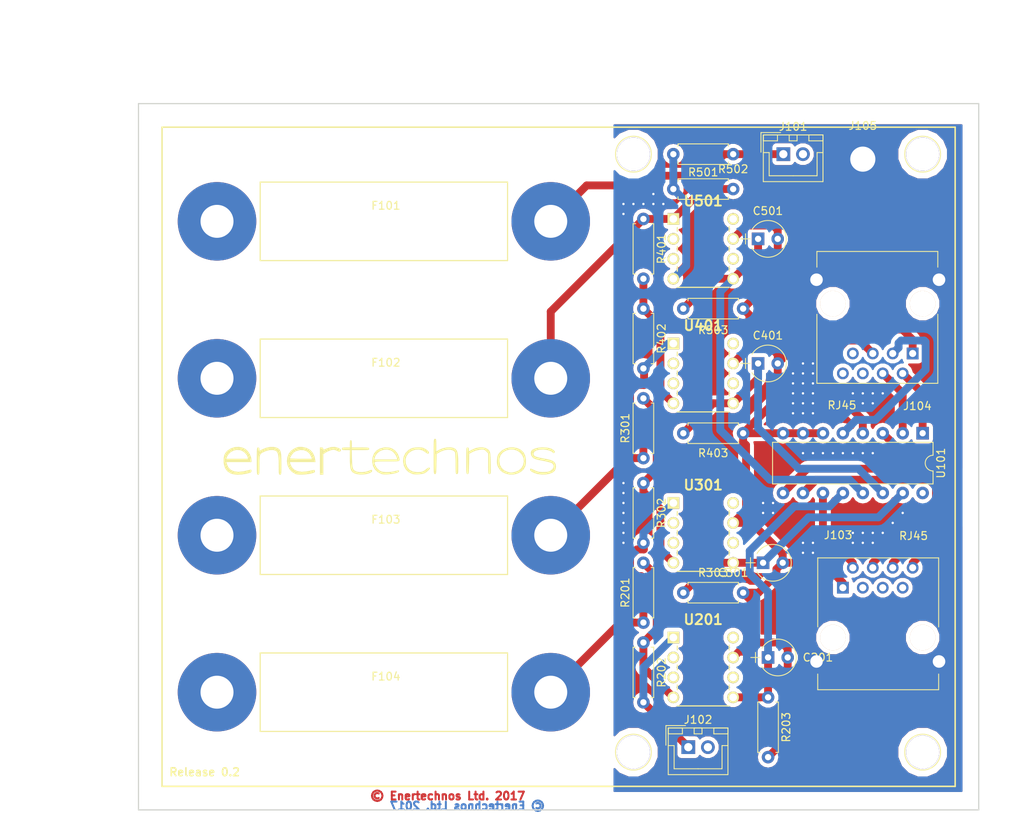
<source format=kicad_pcb>
(kicad_pcb (version 4) (host pcbnew 4.0.7)

  (general
    (links 123)
    (no_connects 0)
    (area 32.150001 72.3 157.075001 175.415)
    (thickness 1.6)
    (drawings 19)
    (tracks 193)
    (zones 0)
    (modules 97)
    (nets 24)
  )

  (page A4)
  (title_block
    (title "Fuse Board")
    (date 2018-01-04)
    (rev "Release 0.1a")
    (company "Enertechnos Ltd.")
    (comment 1 "APPROVED for Prototype")
  )

  (layers
    (0 F.Cu signal)
    (31 B.Cu signal)
    (32 B.Adhes user)
    (33 F.Adhes user)
    (34 B.Paste user)
    (35 F.Paste user)
    (36 B.SilkS user)
    (37 F.SilkS user)
    (38 B.Mask user)
    (39 F.Mask user)
    (40 Dwgs.User user)
    (41 Cmts.User user)
    (42 Eco1.User user)
    (43 Eco2.User user)
    (44 Edge.Cuts user)
    (45 Margin user)
    (46 B.CrtYd user)
    (47 F.CrtYd user)
    (48 B.Fab user)
    (49 F.Fab user)
  )

  (setup
    (last_trace_width 1)
    (trace_clearance 0.4)
    (zone_clearance 0.508)
    (zone_45_only no)
    (trace_min 0.2)
    (segment_width 0.2)
    (edge_width 0.15)
    (via_size 1.5)
    (via_drill 1)
    (via_min_size 0.4)
    (via_min_drill 0.3)
    (uvia_size 1)
    (uvia_drill 0.5)
    (uvias_allowed no)
    (uvia_min_size 0.2)
    (uvia_min_drill 0.1)
    (pcb_text_width 0.3)
    (pcb_text_size 1.5 1.5)
    (mod_edge_width 0.15)
    (mod_text_size 1 1)
    (mod_text_width 0.15)
    (pad_size 6 6)
    (pad_drill 3.2)
    (pad_to_mask_clearance 0.2)
    (aux_axis_origin 50 175)
    (visible_elements 7FFFEF7F)
    (pcbplotparams
      (layerselection 0x010e0_80000001)
      (usegerberextensions false)
      (excludeedgelayer true)
      (linewidth 0.100000)
      (plotframeref false)
      (viasonmask false)
      (mode 1)
      (useauxorigin true)
      (hpglpennumber 1)
      (hpglpenspeed 20)
      (hpglpendiameter 15)
      (hpglpenoverlay 2)
      (psnegative false)
      (psa4output false)
      (plotreference true)
      (plotvalue true)
      (plotinvisibletext false)
      (padsonsilk false)
      (subtractmaskfromsilk false)
      (outputformat 1)
      (mirror false)
      (drillshape 0)
      (scaleselection 1)
      (outputdirectory Plot/))
  )

  (net 0 "")
  (net 1 /VoltMeter1/+VE)
  (net 2 /VoltMeter2/+VE)
  (net 3 /VoltMeter3/+VE)
  (net 4 ARD_GND)
  (net 5 /VoltMeter4/+VE)
  (net 6 "Net-(R201-Pad2)")
  (net 7 "Net-(R301-Pad2)")
  (net 8 "Net-(R401-Pad2)")
  (net 9 "Net-(R501-Pad2)")
  (net 10 A)
  (net 11 B)
  (net 12 C)
  (net 13 COM)
  (net 14 V5)
  (net 15 V7)
  (net 16 V8)
  (net 17 V4)
  (net 18 V6)
  (net 19 V1)
  (net 20 V2)
  (net 21 V3)
  (net 22 /VoltMeter4/-VE)
  (net 23 Earth)

  (net_class Default "This is the default net class."
    (clearance 0.4)
    (trace_width 1)
    (via_dia 1.5)
    (via_drill 1)
    (uvia_dia 1)
    (uvia_drill 0.5)
    (add_net /VoltMeter1/+VE)
    (add_net /VoltMeter2/+VE)
    (add_net /VoltMeter3/+VE)
    (add_net /VoltMeter4/+VE)
    (add_net /VoltMeter4/-VE)
    (add_net A)
    (add_net ARD_GND)
    (add_net B)
    (add_net C)
    (add_net COM)
    (add_net Earth)
    (add_net "Net-(R201-Pad2)")
    (add_net "Net-(R301-Pad2)")
    (add_net "Net-(R401-Pad2)")
    (add_net "Net-(R501-Pad2)")
    (add_net V1)
    (add_net V2)
    (add_net V3)
    (add_net V4)
    (add_net V5)
    (add_net V6)
    (add_net V7)
    (add_net V8)
  )

  (module PartsLibraries:MicroVia (layer F.Cu) (tedit 5AC632A5) (tstamp 5AC63D77)
    (at 116.84 97.79)
    (fp_text reference REF** (at 0 -2.54) (layer F.SilkS) hide
      (effects (font (size 1 1) (thickness 0.15)))
    )
    (fp_text value MicroVia (at 0 2.54) (layer F.Fab) hide
      (effects (font (size 1 1) (thickness 0.15)))
    )
    (pad 1 thru_hole circle (at 0 0) (size 0.6 0.6) (drill 0.3) (layers *.Cu)
      (net 23 Earth) (zone_connect 2))
  )

  (module PartsLibraries:MicroVia (layer F.Cu) (tedit 5AC632A5) (tstamp 5AC63D73)
    (at 111.76 99.06)
    (fp_text reference REF** (at 0 -2.54) (layer F.SilkS) hide
      (effects (font (size 1 1) (thickness 0.15)))
    )
    (fp_text value MicroVia (at 0 2.54) (layer F.Fab) hide
      (effects (font (size 1 1) (thickness 0.15)))
    )
    (pad 1 thru_hole circle (at 0 0) (size 0.6 0.6) (drill 0.3) (layers *.Cu)
      (net 23 Earth) (zone_connect 2))
  )

  (module PartsLibraries:MicroVia (layer F.Cu) (tedit 5AC632A5) (tstamp 5AC63D65)
    (at 111.76 97.79)
    (fp_text reference REF** (at 0 -2.54) (layer F.SilkS) hide
      (effects (font (size 1 1) (thickness 0.15)))
    )
    (fp_text value MicroVia (at 0 2.54) (layer F.Fab) hide
      (effects (font (size 1 1) (thickness 0.15)))
    )
    (pad 1 thru_hole circle (at 0 0) (size 0.6 0.6) (drill 0.3) (layers *.Cu)
      (net 23 Earth) (zone_connect 2))
  )

  (module PartsLibraries:MicroVia (layer F.Cu) (tedit 5AC632A5) (tstamp 5AC63D61)
    (at 113.03 97.79)
    (fp_text reference REF** (at 0 -2.54) (layer F.SilkS) hide
      (effects (font (size 1 1) (thickness 0.15)))
    )
    (fp_text value MicroVia (at 0 2.54) (layer F.Fab) hide
      (effects (font (size 1 1) (thickness 0.15)))
    )
    (pad 1 thru_hole circle (at 0 0) (size 0.6 0.6) (drill 0.3) (layers *.Cu)
      (net 23 Earth) (zone_connect 2))
  )

  (module PartsLibraries:MicroVia (layer F.Cu) (tedit 5AC632A5) (tstamp 5AC63D59)
    (at 115.57 96.52)
    (fp_text reference REF** (at 0 -2.54) (layer F.SilkS) hide
      (effects (font (size 1 1) (thickness 0.15)))
    )
    (fp_text value MicroVia (at 0 2.54) (layer F.Fab) hide
      (effects (font (size 1 1) (thickness 0.15)))
    )
    (pad 1 thru_hole circle (at 0 0) (size 0.6 0.6) (drill 0.3) (layers *.Cu)
      (net 23 Earth) (zone_connect 2))
  )

  (module PartsLibraries:MicroVia (layer F.Cu) (tedit 5AC632A5) (tstamp 5AC63D55)
    (at 114.3 97.79)
    (fp_text reference REF** (at 0 -2.54) (layer F.SilkS) hide
      (effects (font (size 1 1) (thickness 0.15)))
    )
    (fp_text value MicroVia (at 0 2.54) (layer F.Fab) hide
      (effects (font (size 1 1) (thickness 0.15)))
    )
    (pad 1 thru_hole circle (at 0 0) (size 0.6 0.6) (drill 0.3) (layers *.Cu)
      (net 23 Earth) (zone_connect 2))
  )

  (module PartsLibraries:MicroVia (layer F.Cu) (tedit 5AC632A5) (tstamp 5AC63D51)
    (at 115.57 97.79)
    (fp_text reference REF** (at 0 -2.54) (layer F.SilkS) hide
      (effects (font (size 1 1) (thickness 0.15)))
    )
    (fp_text value MicroVia (at 0 2.54) (layer F.Fab) hide
      (effects (font (size 1 1) (thickness 0.15)))
    )
    (pad 1 thru_hole circle (at 0 0) (size 0.6 0.6) (drill 0.3) (layers *.Cu)
      (net 23 Earth) (zone_connect 2))
  )

  (module PartsLibraries:MicroVia (layer F.Cu) (tedit 5AC632A5) (tstamp 5AC63D3F)
    (at 140.97 121.92)
    (fp_text reference REF** (at 0 -2.54) (layer F.SilkS) hide
      (effects (font (size 1 1) (thickness 0.15)))
    )
    (fp_text value MicroVia (at 0 2.54) (layer F.Fab) hide
      (effects (font (size 1 1) (thickness 0.15)))
    )
    (pad 1 thru_hole circle (at 0 0) (size 0.6 0.6) (drill 0.3) (layers *.Cu)
      (net 23 Earth) (zone_connect 2))
  )

  (module PartsLibraries:MicroVia (layer F.Cu) (tedit 5AC632A5) (tstamp 5AC63D3B)
    (at 142.24 123.19)
    (fp_text reference REF** (at 0 -2.54) (layer F.SilkS) hide
      (effects (font (size 1 1) (thickness 0.15)))
    )
    (fp_text value MicroVia (at 0 2.54) (layer F.Fab) hide
      (effects (font (size 1 1) (thickness 0.15)))
    )
    (pad 1 thru_hole circle (at 0 0) (size 0.6 0.6) (drill 0.3) (layers *.Cu)
      (net 23 Earth) (zone_connect 2))
  )

  (module PartsLibraries:MicroVia (layer F.Cu) (tedit 5AC632A5) (tstamp 5AC63D37)
    (at 143.51 123.19)
    (fp_text reference REF** (at 0 -2.54) (layer F.SilkS) hide
      (effects (font (size 1 1) (thickness 0.15)))
    )
    (fp_text value MicroVia (at 0 2.54) (layer F.Fab) hide
      (effects (font (size 1 1) (thickness 0.15)))
    )
    (pad 1 thru_hole circle (at 0 0) (size 0.6 0.6) (drill 0.3) (layers *.Cu)
      (net 23 Earth) (zone_connect 2))
  )

  (module PartsLibraries:MicroVia (layer F.Cu) (tedit 5AC632A5) (tstamp 5AC63D33)
    (at 144.78 121.92)
    (fp_text reference REF** (at 0 -2.54) (layer F.SilkS) hide
      (effects (font (size 1 1) (thickness 0.15)))
    )
    (fp_text value MicroVia (at 0 2.54) (layer F.Fab) hide
      (effects (font (size 1 1) (thickness 0.15)))
    )
    (pad 1 thru_hole circle (at 0 0) (size 0.6 0.6) (drill 0.3) (layers *.Cu)
      (net 23 Earth) (zone_connect 2))
  )

  (module PartsLibraries:MicroVia (layer F.Cu) (tedit 5AC632A5) (tstamp 5AC63D2F)
    (at 142.24 121.92)
    (fp_text reference REF** (at 0 -2.54) (layer F.SilkS) hide
      (effects (font (size 1 1) (thickness 0.15)))
    )
    (fp_text value MicroVia (at 0 2.54) (layer F.Fab) hide
      (effects (font (size 1 1) (thickness 0.15)))
    )
    (pad 1 thru_hole circle (at 0 0) (size 0.6 0.6) (drill 0.3) (layers *.Cu)
      (net 23 Earth) (zone_connect 2))
  )

  (module PartsLibraries:MicroVia (layer F.Cu) (tedit 5AC632A5) (tstamp 5AC63D2B)
    (at 143.51 121.92)
    (fp_text reference REF** (at 0 -2.54) (layer F.SilkS) hide
      (effects (font (size 1 1) (thickness 0.15)))
    )
    (fp_text value MicroVia (at 0 2.54) (layer F.Fab) hide
      (effects (font (size 1 1) (thickness 0.15)))
    )
    (pad 1 thru_hole circle (at 0 0) (size 0.6 0.6) (drill 0.3) (layers *.Cu)
      (net 23 Earth) (zone_connect 2))
  )

  (module PartsLibraries:MicroVia (layer F.Cu) (tedit 5AC632A5) (tstamp 5AC63D13)
    (at 111.76 137.16 90)
    (fp_text reference REF** (at 0 -2.54 90) (layer F.SilkS) hide
      (effects (font (size 1 1) (thickness 0.15)))
    )
    (fp_text value MicroVia (at 0 2.54 90) (layer F.Fab) hide
      (effects (font (size 1 1) (thickness 0.15)))
    )
    (pad 1 thru_hole circle (at 0 0 90) (size 0.6 0.6) (drill 0.3) (layers *.Cu)
      (net 23 Earth) (zone_connect 2))
  )

  (module PartsLibraries:MicroVia (layer F.Cu) (tedit 5AC632A5) (tstamp 5AC63D0F)
    (at 111.76 134.62 90)
    (fp_text reference REF** (at 0 -2.54 90) (layer F.SilkS) hide
      (effects (font (size 1 1) (thickness 0.15)))
    )
    (fp_text value MicroVia (at 0 2.54 90) (layer F.Fab) hide
      (effects (font (size 1 1) (thickness 0.15)))
    )
    (pad 1 thru_hole circle (at 0 0 90) (size 0.6 0.6) (drill 0.3) (layers *.Cu)
      (net 23 Earth) (zone_connect 2))
  )

  (module PartsLibraries:MicroVia (layer F.Cu) (tedit 5AC632A5) (tstamp 5AC63D0B)
    (at 111.76 135.89 90)
    (fp_text reference REF** (at 0 -2.54 90) (layer F.SilkS) hide
      (effects (font (size 1 1) (thickness 0.15)))
    )
    (fp_text value MicroVia (at 0 2.54 90) (layer F.Fab) hide
      (effects (font (size 1 1) (thickness 0.15)))
    )
    (pad 1 thru_hole circle (at 0 0 90) (size 0.6 0.6) (drill 0.3) (layers *.Cu)
      (net 23 Earth) (zone_connect 2))
  )

  (module PartsLibraries:MicroVia (layer F.Cu) (tedit 5AC632A5) (tstamp 5AC63D07)
    (at 111.76 138.43 90)
    (fp_text reference REF** (at 0 -2.54 90) (layer F.SilkS) hide
      (effects (font (size 1 1) (thickness 0.15)))
    )
    (fp_text value MicroVia (at 0 2.54 90) (layer F.Fab) hide
      (effects (font (size 1 1) (thickness 0.15)))
    )
    (pad 1 thru_hole circle (at 0 0 90) (size 0.6 0.6) (drill 0.3) (layers *.Cu)
      (net 23 Earth) (zone_connect 2))
  )

  (module PartsLibraries:MicroVia (layer F.Cu) (tedit 5AC632A5) (tstamp 5AC63D03)
    (at 111.76 133.35 90)
    (fp_text reference REF** (at 0 -2.54 90) (layer F.SilkS) hide
      (effects (font (size 1 1) (thickness 0.15)))
    )
    (fp_text value MicroVia (at 0 2.54 90) (layer F.Fab) hide
      (effects (font (size 1 1) (thickness 0.15)))
    )
    (pad 1 thru_hole circle (at 0 0 90) (size 0.6 0.6) (drill 0.3) (layers *.Cu)
      (net 23 Earth) (zone_connect 2))
  )

  (module PartsLibraries:MicroVia (layer F.Cu) (tedit 5AC632A5) (tstamp 5AC63CFF)
    (at 111.76 139.7 90)
    (fp_text reference REF** (at 0 -2.54 90) (layer F.SilkS) hide
      (effects (font (size 1 1) (thickness 0.15)))
    )
    (fp_text value MicroVia (at 0 2.54 90) (layer F.Fab) hide
      (effects (font (size 1 1) (thickness 0.15)))
    )
    (pad 1 thru_hole circle (at 0 0 90) (size 0.6 0.6) (drill 0.3) (layers *.Cu)
      (net 23 Earth) (zone_connect 2))
  )

  (module PartsLibraries:MicroVia (layer F.Cu) (tedit 5AC632A5) (tstamp 5AC63CF7)
    (at 111.76 140.97 90)
    (fp_text reference REF** (at 0 -2.54 90) (layer F.SilkS) hide
      (effects (font (size 1 1) (thickness 0.15)))
    )
    (fp_text value MicroVia (at 0 2.54 90) (layer F.Fab) hide
      (effects (font (size 1 1) (thickness 0.15)))
    )
    (pad 1 thru_hole circle (at 0 0 90) (size 0.6 0.6) (drill 0.3) (layers *.Cu)
      (net 23 Earth) (zone_connect 2))
  )

  (module PartsLibraries:MicroVia (layer F.Cu) (tedit 5AC632A5) (tstamp 5AC63CF0)
    (at 143.51 129.54)
    (fp_text reference REF** (at 0 -2.54) (layer F.SilkS) hide
      (effects (font (size 1 1) (thickness 0.15)))
    )
    (fp_text value MicroVia (at 0 2.54) (layer F.Fab) hide
      (effects (font (size 1 1) (thickness 0.15)))
    )
    (pad 1 thru_hole circle (at 0 0) (size 0.6 0.6) (drill 0.3) (layers *.Cu)
      (net 23 Earth) (zone_connect 2))
  )

  (module PartsLibraries:MicroVia (layer F.Cu) (tedit 5AC632A5) (tstamp 5AC63CEC)
    (at 142.24 129.54)
    (fp_text reference REF** (at 0 -2.54) (layer F.SilkS) hide
      (effects (font (size 1 1) (thickness 0.15)))
    )
    (fp_text value MicroVia (at 0 2.54) (layer F.Fab) hide
      (effects (font (size 1 1) (thickness 0.15)))
    )
    (pad 1 thru_hole circle (at 0 0) (size 0.6 0.6) (drill 0.3) (layers *.Cu)
      (net 23 Earth) (zone_connect 2))
  )

  (module PartsLibraries:MicroVia (layer F.Cu) (tedit 5AC632A5) (tstamp 5AC63CE8)
    (at 140.97 129.54)
    (fp_text reference REF** (at 0 -2.54) (layer F.SilkS) hide
      (effects (font (size 1 1) (thickness 0.15)))
    )
    (fp_text value MicroVia (at 0 2.54) (layer F.Fab) hide
      (effects (font (size 1 1) (thickness 0.15)))
    )
    (pad 1 thru_hole circle (at 0 0) (size 0.6 0.6) (drill 0.3) (layers *.Cu)
      (net 23 Earth) (zone_connect 2))
  )

  (module PartsLibraries:MicroVia (layer F.Cu) (tedit 5AC632A5) (tstamp 5AC63CE4)
    (at 139.7 129.54)
    (fp_text reference REF** (at 0 -2.54) (layer F.SilkS) hide
      (effects (font (size 1 1) (thickness 0.15)))
    )
    (fp_text value MicroVia (at 0 2.54) (layer F.Fab) hide
      (effects (font (size 1 1) (thickness 0.15)))
    )
    (pad 1 thru_hole circle (at 0 0) (size 0.6 0.6) (drill 0.3) (layers *.Cu)
      (net 23 Earth) (zone_connect 2))
  )

  (module PartsLibraries:MicroVia (layer F.Cu) (tedit 5AC632A5) (tstamp 5AC63C79)
    (at 135.89 129.54)
    (fp_text reference REF** (at 0 -2.54) (layer F.SilkS) hide
      (effects (font (size 1 1) (thickness 0.15)))
    )
    (fp_text value MicroVia (at 0 2.54) (layer F.Fab) hide
      (effects (font (size 1 1) (thickness 0.15)))
    )
    (pad 1 thru_hole circle (at 0 0) (size 0.6 0.6) (drill 0.3) (layers *.Cu)
      (net 23 Earth) (zone_connect 2))
  )

  (module PartsLibraries:MicroVia (layer F.Cu) (tedit 5AC632A5) (tstamp 5AC63C75)
    (at 137.16 129.54)
    (fp_text reference REF** (at 0 -2.54) (layer F.SilkS) hide
      (effects (font (size 1 1) (thickness 0.15)))
    )
    (fp_text value MicroVia (at 0 2.54) (layer F.Fab) hide
      (effects (font (size 1 1) (thickness 0.15)))
    )
    (pad 1 thru_hole circle (at 0 0) (size 0.6 0.6) (drill 0.3) (layers *.Cu)
      (net 23 Earth) (zone_connect 2))
  )

  (module PartsLibraries:MicroVia (layer F.Cu) (tedit 5AC632A5) (tstamp 5AC63C71)
    (at 138.43 129.54)
    (fp_text reference REF** (at 0 -2.54) (layer F.SilkS) hide
      (effects (font (size 1 1) (thickness 0.15)))
    )
    (fp_text value MicroVia (at 0 2.54) (layer F.Fab) hide
      (effects (font (size 1 1) (thickness 0.15)))
    )
    (pad 1 thru_hole circle (at 0 0) (size 0.6 0.6) (drill 0.3) (layers *.Cu)
      (net 23 Earth) (zone_connect 2))
  )

  (module PartsLibraries:MicroVia (layer F.Cu) (tedit 5AC632A5) (tstamp 5AC63C6D)
    (at 134.62 129.54)
    (fp_text reference REF** (at 0 -2.54) (layer F.SilkS) hide
      (effects (font (size 1 1) (thickness 0.15)))
    )
    (fp_text value MicroVia (at 0 2.54) (layer F.Fab) hide
      (effects (font (size 1 1) (thickness 0.15)))
    )
    (pad 1 thru_hole circle (at 0 0) (size 0.6 0.6) (drill 0.3) (layers *.Cu)
      (net 23 Earth) (zone_connect 2))
  )

  (module PartsLibraries:MicroVia (layer F.Cu) (tedit 5AC632A5) (tstamp 5AC63C69)
    (at 130.81 135.89)
    (fp_text reference REF** (at 0 -2.54) (layer F.SilkS) hide
      (effects (font (size 1 1) (thickness 0.15)))
    )
    (fp_text value MicroVia (at 0 2.54) (layer F.Fab) hide
      (effects (font (size 1 1) (thickness 0.15)))
    )
    (pad 1 thru_hole circle (at 0 0) (size 0.6 0.6) (drill 0.3) (layers *.Cu)
      (net 23 Earth) (zone_connect 2))
  )

  (module PartsLibraries:MicroVia (layer F.Cu) (tedit 5AC632A5) (tstamp 5AC63C65)
    (at 129.54 137.16)
    (fp_text reference REF** (at 0 -2.54) (layer F.SilkS) hide
      (effects (font (size 1 1) (thickness 0.15)))
    )
    (fp_text value MicroVia (at 0 2.54) (layer F.Fab) hide
      (effects (font (size 1 1) (thickness 0.15)))
    )
    (pad 1 thru_hole circle (at 0 0) (size 0.6 0.6) (drill 0.3) (layers *.Cu)
      (net 23 Earth) (zone_connect 2))
  )

  (module PartsLibraries:MicroVia (layer F.Cu) (tedit 5AC632A5) (tstamp 5AC63C61)
    (at 130.81 137.16)
    (fp_text reference REF** (at 0 -2.54) (layer F.SilkS) hide
      (effects (font (size 1 1) (thickness 0.15)))
    )
    (fp_text value MicroVia (at 0 2.54) (layer F.Fab) hide
      (effects (font (size 1 1) (thickness 0.15)))
    )
    (pad 1 thru_hole circle (at 0 0) (size 0.6 0.6) (drill 0.3) (layers *.Cu)
      (net 23 Earth) (zone_connect 2))
  )

  (module PartsLibraries:MicroVia (layer F.Cu) (tedit 5AC632A5) (tstamp 5AC63C5D)
    (at 129.54 135.89)
    (fp_text reference REF** (at 0 -2.54) (layer F.SilkS) hide
      (effects (font (size 1 1) (thickness 0.15)))
    )
    (fp_text value MicroVia (at 0 2.54) (layer F.Fab) hide
      (effects (font (size 1 1) (thickness 0.15)))
    )
    (pad 1 thru_hole circle (at 0 0) (size 0.6 0.6) (drill 0.3) (layers *.Cu)
      (net 23 Earth) (zone_connect 2))
  )

  (module PartsLibraries:MicroVia (layer F.Cu) (tedit 5AC632A5) (tstamp 5AC63C59)
    (at 135.89 140.97)
    (fp_text reference REF** (at 0 -2.54) (layer F.SilkS) hide
      (effects (font (size 1 1) (thickness 0.15)))
    )
    (fp_text value MicroVia (at 0 2.54) (layer F.Fab) hide
      (effects (font (size 1 1) (thickness 0.15)))
    )
    (pad 1 thru_hole circle (at 0 0) (size 0.6 0.6) (drill 0.3) (layers *.Cu)
      (net 23 Earth) (zone_connect 2))
  )

  (module PartsLibraries:MicroVia (layer F.Cu) (tedit 5AC632A5) (tstamp 5AC63C55)
    (at 134.62 142.24)
    (fp_text reference REF** (at 0 -2.54) (layer F.SilkS) hide
      (effects (font (size 1 1) (thickness 0.15)))
    )
    (fp_text value MicroVia (at 0 2.54) (layer F.Fab) hide
      (effects (font (size 1 1) (thickness 0.15)))
    )
    (pad 1 thru_hole circle (at 0 0) (size 0.6 0.6) (drill 0.3) (layers *.Cu)
      (net 23 Earth) (zone_connect 2))
  )

  (module PartsLibraries:MicroVia (layer F.Cu) (tedit 5AC632A5) (tstamp 5AC63C51)
    (at 135.89 142.24)
    (fp_text reference REF** (at 0 -2.54) (layer F.SilkS) hide
      (effects (font (size 1 1) (thickness 0.15)))
    )
    (fp_text value MicroVia (at 0 2.54) (layer F.Fab) hide
      (effects (font (size 1 1) (thickness 0.15)))
    )
    (pad 1 thru_hole circle (at 0 0) (size 0.6 0.6) (drill 0.3) (layers *.Cu)
      (net 23 Earth) (zone_connect 2))
  )

  (module PartsLibraries:MicroVia (layer F.Cu) (tedit 5AC632A5) (tstamp 5AC63C4D)
    (at 134.62 140.97)
    (fp_text reference REF** (at 0 -2.54) (layer F.SilkS) hide
      (effects (font (size 1 1) (thickness 0.15)))
    )
    (fp_text value MicroVia (at 0 2.54) (layer F.Fab) hide
      (effects (font (size 1 1) (thickness 0.15)))
    )
    (pad 1 thru_hole circle (at 0 0) (size 0.6 0.6) (drill 0.3) (layers *.Cu)
      (net 23 Earth) (zone_connect 2))
  )

  (module PartsLibraries:MicroVia (layer F.Cu) (tedit 5AC632A5) (tstamp 5AC63C2E)
    (at 147.32 137.16)
    (fp_text reference REF** (at 0 -2.54) (layer F.SilkS) hide
      (effects (font (size 1 1) (thickness 0.15)))
    )
    (fp_text value MicroVia (at 0 2.54) (layer F.Fab) hide
      (effects (font (size 1 1) (thickness 0.15)))
    )
    (pad 1 thru_hole circle (at 0 0) (size 0.6 0.6) (drill 0.3) (layers *.Cu)
      (net 23 Earth) (zone_connect 2))
  )

  (module PartsLibraries:MicroVia (layer F.Cu) (tedit 5AC632A5) (tstamp 5AC63C2A)
    (at 146.05 138.43)
    (fp_text reference REF** (at 0 -2.54) (layer F.SilkS) hide
      (effects (font (size 1 1) (thickness 0.15)))
    )
    (fp_text value MicroVia (at 0 2.54) (layer F.Fab) hide
      (effects (font (size 1 1) (thickness 0.15)))
    )
    (pad 1 thru_hole circle (at 0 0) (size 0.6 0.6) (drill 0.3) (layers *.Cu)
      (net 23 Earth) (zone_connect 2))
  )

  (module PartsLibraries:MicroVia (layer F.Cu) (tedit 5AC632A5) (tstamp 5AC63C26)
    (at 144.78 139.7)
    (fp_text reference REF** (at 0 -2.54) (layer F.SilkS) hide
      (effects (font (size 1 1) (thickness 0.15)))
    )
    (fp_text value MicroVia (at 0 2.54) (layer F.Fab) hide
      (effects (font (size 1 1) (thickness 0.15)))
    )
    (pad 1 thru_hole circle (at 0 0) (size 0.6 0.6) (drill 0.3) (layers *.Cu)
      (net 23 Earth) (zone_connect 2))
  )

  (module PartsLibraries:MicroVia (layer F.Cu) (tedit 5AC632A5) (tstamp 5AC63C22)
    (at 143.51 139.7)
    (fp_text reference REF** (at 0 -2.54) (layer F.SilkS) hide
      (effects (font (size 1 1) (thickness 0.15)))
    )
    (fp_text value MicroVia (at 0 2.54) (layer F.Fab) hide
      (effects (font (size 1 1) (thickness 0.15)))
    )
    (pad 1 thru_hole circle (at 0 0) (size 0.6 0.6) (drill 0.3) (layers *.Cu)
      (net 23 Earth) (zone_connect 2))
  )

  (module PartsLibraries:MicroVia (layer F.Cu) (tedit 5AC632A5) (tstamp 5AC63C1E)
    (at 140.97 139.7)
    (fp_text reference REF** (at 0 -2.54) (layer F.SilkS) hide
      (effects (font (size 1 1) (thickness 0.15)))
    )
    (fp_text value MicroVia (at 0 2.54) (layer F.Fab) hide
      (effects (font (size 1 1) (thickness 0.15)))
    )
    (pad 1 thru_hole circle (at 0 0) (size 0.6 0.6) (drill 0.3) (layers *.Cu)
      (net 23 Earth) (zone_connect 2))
  )

  (module PartsLibraries:MicroVia (layer F.Cu) (tedit 5AC632A5) (tstamp 5AC63C1A)
    (at 142.24 140.97)
    (fp_text reference REF** (at 0 -2.54) (layer F.SilkS) hide
      (effects (font (size 1 1) (thickness 0.15)))
    )
    (fp_text value MicroVia (at 0 2.54) (layer F.Fab) hide
      (effects (font (size 1 1) (thickness 0.15)))
    )
    (pad 1 thru_hole circle (at 0 0) (size 0.6 0.6) (drill 0.3) (layers *.Cu)
      (net 23 Earth) (zone_connect 2))
  )

  (module PartsLibraries:MicroVia (layer F.Cu) (tedit 5AC632A5) (tstamp 5AC63C16)
    (at 140.97 140.97)
    (fp_text reference REF** (at 0 -2.54) (layer F.SilkS) hide
      (effects (font (size 1 1) (thickness 0.15)))
    )
    (fp_text value MicroVia (at 0 2.54) (layer F.Fab) hide
      (effects (font (size 1 1) (thickness 0.15)))
    )
    (pad 1 thru_hole circle (at 0 0) (size 0.6 0.6) (drill 0.3) (layers *.Cu)
      (net 23 Earth) (zone_connect 2))
  )

  (module PartsLibraries:MicroVia (layer F.Cu) (tedit 5AC632A5) (tstamp 5AC63C12)
    (at 143.51 140.97)
    (fp_text reference REF** (at 0 -2.54) (layer F.SilkS) hide
      (effects (font (size 1 1) (thickness 0.15)))
    )
    (fp_text value MicroVia (at 0 2.54) (layer F.Fab) hide
      (effects (font (size 1 1) (thickness 0.15)))
    )
    (pad 1 thru_hole circle (at 0 0) (size 0.6 0.6) (drill 0.3) (layers *.Cu)
      (net 23 Earth) (zone_connect 2))
  )

  (module PartsLibraries:MicroVia (layer F.Cu) (tedit 5AC632A5) (tstamp 5AC63C0E)
    (at 142.24 139.7)
    (fp_text reference REF** (at 0 -2.54) (layer F.SilkS) hide
      (effects (font (size 1 1) (thickness 0.15)))
    )
    (fp_text value MicroVia (at 0 2.54) (layer F.Fab) hide
      (effects (font (size 1 1) (thickness 0.15)))
    )
    (pad 1 thru_hole circle (at 0 0) (size 0.6 0.6) (drill 0.3) (layers *.Cu)
      (net 23 Earth) (zone_connect 2))
  )

  (module PartsLibraries:MicroVia (layer F.Cu) (tedit 5AC632A5) (tstamp 5AC63C07)
    (at 135.89 124.46)
    (fp_text reference REF** (at 0 -2.54) (layer F.SilkS) hide
      (effects (font (size 1 1) (thickness 0.15)))
    )
    (fp_text value MicroVia (at 0 2.54) (layer F.Fab) hide
      (effects (font (size 1 1) (thickness 0.15)))
    )
    (pad 1 thru_hole circle (at 0 0) (size 0.6 0.6) (drill 0.3) (layers *.Cu)
      (net 23 Earth) (zone_connect 2))
  )

  (module PartsLibraries:MicroVia (layer F.Cu) (tedit 5AC632A5) (tstamp 5AC63C03)
    (at 133.35 124.46)
    (fp_text reference REF** (at 0 -2.54) (layer F.SilkS) hide
      (effects (font (size 1 1) (thickness 0.15)))
    )
    (fp_text value MicroVia (at 0 2.54) (layer F.Fab) hide
      (effects (font (size 1 1) (thickness 0.15)))
    )
    (pad 1 thru_hole circle (at 0 0) (size 0.6 0.6) (drill 0.3) (layers *.Cu)
      (net 23 Earth) (zone_connect 2))
  )

  (module PartsLibraries:MicroVia (layer F.Cu) (tedit 5AC632A5) (tstamp 5AC63BFF)
    (at 134.62 124.46)
    (fp_text reference REF** (at 0 -2.54) (layer F.SilkS) hide
      (effects (font (size 1 1) (thickness 0.15)))
    )
    (fp_text value MicroVia (at 0 2.54) (layer F.Fab) hide
      (effects (font (size 1 1) (thickness 0.15)))
    )
    (pad 1 thru_hole circle (at 0 0) (size 0.6 0.6) (drill 0.3) (layers *.Cu)
      (net 23 Earth) (zone_connect 2))
  )

  (module PartsLibraries:MicroVia (layer F.Cu) (tedit 5AC632A5) (tstamp 5AC63BFB)
    (at 135.89 123.19)
    (fp_text reference REF** (at 0 -2.54) (layer F.SilkS) hide
      (effects (font (size 1 1) (thickness 0.15)))
    )
    (fp_text value MicroVia (at 0 2.54) (layer F.Fab) hide
      (effects (font (size 1 1) (thickness 0.15)))
    )
    (pad 1 thru_hole circle (at 0 0) (size 0.6 0.6) (drill 0.3) (layers *.Cu)
      (net 23 Earth) (zone_connect 2))
  )

  (module PartsLibraries:MicroVia (layer F.Cu) (tedit 5AC632A5) (tstamp 5AC63BF7)
    (at 133.35 121.92)
    (fp_text reference REF** (at 0 -2.54) (layer F.SilkS) hide
      (effects (font (size 1 1) (thickness 0.15)))
    )
    (fp_text value MicroVia (at 0 2.54) (layer F.Fab) hide
      (effects (font (size 1 1) (thickness 0.15)))
    )
    (pad 1 thru_hole circle (at 0 0) (size 0.6 0.6) (drill 0.3) (layers *.Cu)
      (net 23 Earth) (zone_connect 2))
  )

  (module PartsLibraries:MicroVia (layer F.Cu) (tedit 5AC632A5) (tstamp 5AC63BF3)
    (at 133.35 123.19)
    (fp_text reference REF** (at 0 -2.54) (layer F.SilkS) hide
      (effects (font (size 1 1) (thickness 0.15)))
    )
    (fp_text value MicroVia (at 0 2.54) (layer F.Fab) hide
      (effects (font (size 1 1) (thickness 0.15)))
    )
    (pad 1 thru_hole circle (at 0 0) (size 0.6 0.6) (drill 0.3) (layers *.Cu)
      (net 23 Earth) (zone_connect 2))
  )

  (module PartsLibraries:MicroVia (layer F.Cu) (tedit 5AC632A5) (tstamp 5AC63BEF)
    (at 134.62 121.92)
    (fp_text reference REF** (at 0 -2.54) (layer F.SilkS) hide
      (effects (font (size 1 1) (thickness 0.15)))
    )
    (fp_text value MicroVia (at 0 2.54) (layer F.Fab) hide
      (effects (font (size 1 1) (thickness 0.15)))
    )
    (pad 1 thru_hole circle (at 0 0) (size 0.6 0.6) (drill 0.3) (layers *.Cu)
      (net 23 Earth) (zone_connect 2))
  )

  (module PartsLibraries:MicroVia (layer F.Cu) (tedit 5AC632A5) (tstamp 5AC63BEB)
    (at 134.62 123.19)
    (fp_text reference REF** (at 0 -2.54) (layer F.SilkS) hide
      (effects (font (size 1 1) (thickness 0.15)))
    )
    (fp_text value MicroVia (at 0 2.54) (layer F.Fab) hide
      (effects (font (size 1 1) (thickness 0.15)))
    )
    (pad 1 thru_hole circle (at 0 0) (size 0.6 0.6) (drill 0.3) (layers *.Cu)
      (net 23 Earth) (zone_connect 2))
  )

  (module PartsLibraries:MicroVia (layer F.Cu) (tedit 5AC632A5) (tstamp 5AC63BE7)
    (at 135.89 121.92)
    (fp_text reference REF** (at 0 -2.54) (layer F.SilkS) hide
      (effects (font (size 1 1) (thickness 0.15)))
    )
    (fp_text value MicroVia (at 0 2.54) (layer F.Fab) hide
      (effects (font (size 1 1) (thickness 0.15)))
    )
    (pad 1 thru_hole circle (at 0 0) (size 0.6 0.6) (drill 0.3) (layers *.Cu)
      (net 23 Earth) (zone_connect 2))
  )

  (module PartsLibraries:MicroVia (layer F.Cu) (tedit 5AC632A5) (tstamp 5AC63BB4)
    (at 135.89 120.65)
    (fp_text reference REF** (at 0 -2.54) (layer F.SilkS) hide
      (effects (font (size 1 1) (thickness 0.15)))
    )
    (fp_text value MicroVia (at 0 2.54) (layer F.Fab) hide
      (effects (font (size 1 1) (thickness 0.15)))
    )
    (pad 1 thru_hole circle (at 0 0) (size 0.6 0.6) (drill 0.3) (layers *.Cu)
      (net 23 Earth) (zone_connect 2))
  )

  (module PartsLibraries:MicroVia (layer F.Cu) (tedit 5AC632A5) (tstamp 5AC63BB0)
    (at 134.62 120.65)
    (fp_text reference REF** (at 0 -2.54) (layer F.SilkS) hide
      (effects (font (size 1 1) (thickness 0.15)))
    )
    (fp_text value MicroVia (at 0 2.54) (layer F.Fab) hide
      (effects (font (size 1 1) (thickness 0.15)))
    )
    (pad 1 thru_hole circle (at 0 0) (size 0.6 0.6) (drill 0.3) (layers *.Cu)
      (net 23 Earth) (zone_connect 2))
  )

  (module PartsLibraries:MicroVia (layer F.Cu) (tedit 5AC632A5) (tstamp 5AC63BAC)
    (at 133.35 120.65)
    (fp_text reference REF** (at 0 -2.54) (layer F.SilkS) hide
      (effects (font (size 1 1) (thickness 0.15)))
    )
    (fp_text value MicroVia (at 0 2.54) (layer F.Fab) hide
      (effects (font (size 1 1) (thickness 0.15)))
    )
    (pad 1 thru_hole circle (at 0 0) (size 0.6 0.6) (drill 0.3) (layers *.Cu)
      (net 23 Earth) (zone_connect 2))
  )

  (module PartsLibraries:MicroVia (layer F.Cu) (tedit 5AC632A5) (tstamp 5AC63BA8)
    (at 135.89 119.38)
    (fp_text reference REF** (at 0 -2.54) (layer F.SilkS) hide
      (effects (font (size 1 1) (thickness 0.15)))
    )
    (fp_text value MicroVia (at 0 2.54) (layer F.Fab) hide
      (effects (font (size 1 1) (thickness 0.15)))
    )
    (pad 1 thru_hole circle (at 0 0) (size 0.6 0.6) (drill 0.3) (layers *.Cu)
      (net 23 Earth) (zone_connect 2))
  )

  (module PartsLibraries:MicroVia (layer F.Cu) (tedit 5AC632A5) (tstamp 5AC63BA4)
    (at 134.62 119.38)
    (fp_text reference REF** (at 0 -2.54) (layer F.SilkS) hide
      (effects (font (size 1 1) (thickness 0.15)))
    )
    (fp_text value MicroVia (at 0 2.54) (layer F.Fab) hide
      (effects (font (size 1 1) (thickness 0.15)))
    )
    (pad 1 thru_hole circle (at 0 0) (size 0.6 0.6) (drill 0.3) (layers *.Cu)
      (net 23 Earth) (zone_connect 2))
  )

  (module PartsLibraries:MicroVia (layer F.Cu) (tedit 5AC632A5) (tstamp 5AC63BA0)
    (at 133.35 119.38)
    (fp_text reference REF** (at 0 -2.54) (layer F.SilkS) hide
      (effects (font (size 1 1) (thickness 0.15)))
    )
    (fp_text value MicroVia (at 0 2.54) (layer F.Fab) hide
      (effects (font (size 1 1) (thickness 0.15)))
    )
    (pad 1 thru_hole circle (at 0 0) (size 0.6 0.6) (drill 0.3) (layers *.Cu)
      (net 23 Earth) (zone_connect 2))
  )

  (module PartsLibraries:MicroVia (layer F.Cu) (tedit 5AC632A5) (tstamp 5AC63B9C)
    (at 135.89 118.11)
    (fp_text reference REF** (at 0 -2.54) (layer F.SilkS) hide
      (effects (font (size 1 1) (thickness 0.15)))
    )
    (fp_text value MicroVia (at 0 2.54) (layer F.Fab) hide
      (effects (font (size 1 1) (thickness 0.15)))
    )
    (pad 1 thru_hole circle (at 0 0) (size 0.6 0.6) (drill 0.3) (layers *.Cu)
      (net 23 Earth) (zone_connect 2))
  )

  (module PartsLibraries:MicroVia (layer F.Cu) (tedit 5AC632A5) (tstamp 5AC63B98)
    (at 134.62 118.11)
    (fp_text reference REF** (at 0 -2.54) (layer F.SilkS) hide
      (effects (font (size 1 1) (thickness 0.15)))
    )
    (fp_text value MicroVia (at 0 2.54) (layer F.Fab) hide
      (effects (font (size 1 1) (thickness 0.15)))
    )
    (pad 1 thru_hole circle (at 0 0) (size 0.6 0.6) (drill 0.3) (layers *.Cu)
      (net 23 Earth) (zone_connect 2))
  )

  (module Resistors_THT:R_Axial_DIN0207_L6.3mm_D2.5mm_P7.62mm_Horizontal placed (layer F.Cu) (tedit 5874F706) (tstamp 5A300473)
    (at 118.11 95.885)
    (descr "Resistor, Axial_DIN0207 series, Axial, Horizontal, pin pitch=7.62mm, 0.25W = 1/4W, length*diameter=6.3*2.5mm^2, http://cdn-reichelt.de/documents/datenblatt/B400/1_4W%23YAG.pdf")
    (tags "Resistor Axial_DIN0207 series Axial Horizontal pin pitch 7.62mm 0.25W = 1/4W length 6.3mm diameter 2.5mm")
    (path /59C5216A/59C4F970)
    (fp_text reference R502 (at 7.62 -2.54) (layer F.SilkS)
      (effects (font (size 1 1) (thickness 0.15)))
    )
    (fp_text value 10M (at 3.81 2.31) (layer F.Fab)
      (effects (font (size 1 1) (thickness 0.15)))
    )
    (fp_line (start 0.66 -1.25) (end 0.66 1.25) (layer F.Fab) (width 0.1))
    (fp_line (start 0.66 1.25) (end 6.96 1.25) (layer F.Fab) (width 0.1))
    (fp_line (start 6.96 1.25) (end 6.96 -1.25) (layer F.Fab) (width 0.1))
    (fp_line (start 6.96 -1.25) (end 0.66 -1.25) (layer F.Fab) (width 0.1))
    (fp_line (start 0 0) (end 0.66 0) (layer F.Fab) (width 0.1))
    (fp_line (start 7.62 0) (end 6.96 0) (layer F.Fab) (width 0.1))
    (fp_line (start 0.6 -0.98) (end 0.6 -1.31) (layer F.SilkS) (width 0.12))
    (fp_line (start 0.6 -1.31) (end 7.02 -1.31) (layer F.SilkS) (width 0.12))
    (fp_line (start 7.02 -1.31) (end 7.02 -0.98) (layer F.SilkS) (width 0.12))
    (fp_line (start 0.6 0.98) (end 0.6 1.31) (layer F.SilkS) (width 0.12))
    (fp_line (start 0.6 1.31) (end 7.02 1.31) (layer F.SilkS) (width 0.12))
    (fp_line (start 7.02 1.31) (end 7.02 0.98) (layer F.SilkS) (width 0.12))
    (fp_line (start -1.05 -1.6) (end -1.05 1.6) (layer F.CrtYd) (width 0.05))
    (fp_line (start -1.05 1.6) (end 8.7 1.6) (layer F.CrtYd) (width 0.05))
    (fp_line (start 8.7 1.6) (end 8.7 -1.6) (layer F.CrtYd) (width 0.05))
    (fp_line (start 8.7 -1.6) (end -1.05 -1.6) (layer F.CrtYd) (width 0.05))
    (pad 1 thru_hole circle (at 0 0) (size 1.6 1.6) (drill 0.8) (layers *.Cu *.Mask)
      (net 9 "Net-(R501-Pad2)"))
    (pad 2 thru_hole oval (at 7.62 0) (size 1.6 1.6) (drill 0.8) (layers *.Cu *.Mask)
      (net 2 /VoltMeter2/+VE))
    (model ${KISYS3DMOD}/Resistors_THT.3dshapes/R_Axial_DIN0207_L6.3mm_D2.5mm_P7.62mm_Horizontal.wrl
      (at (xyz 0 0 0))
      (scale (xyz 0.393701 0.393701 0.393701))
      (rotate (xyz 0 0 0))
    )
  )

  (module Resistors_THT:R_Axial_DIN0207_L6.3mm_D2.5mm_P7.62mm_Horizontal placed (layer F.Cu) (tedit 5874F706) (tstamp 5A300405)
    (at 114.3 130.175 90)
    (descr "Resistor, Axial_DIN0207 series, Axial, Horizontal, pin pitch=7.62mm, 0.25W = 1/4W, length*diameter=6.3*2.5mm^2, http://cdn-reichelt.de/documents/datenblatt/B400/1_4W%23YAG.pdf")
    (tags "Resistor Axial_DIN0207 series Axial Horizontal pin pitch 7.62mm 0.25W = 1/4W length 6.3mm diameter 2.5mm")
    (path /59C51A28/5A2FE363)
    (fp_text reference R301 (at 3.81 -2.31 90) (layer F.SilkS)
      (effects (font (size 1 1) (thickness 0.15)))
    )
    (fp_text value 10K (at 3.81 2.31 90) (layer F.Fab)
      (effects (font (size 1 1) (thickness 0.15)))
    )
    (fp_line (start 0.66 -1.25) (end 0.66 1.25) (layer F.Fab) (width 0.1))
    (fp_line (start 0.66 1.25) (end 6.96 1.25) (layer F.Fab) (width 0.1))
    (fp_line (start 6.96 1.25) (end 6.96 -1.25) (layer F.Fab) (width 0.1))
    (fp_line (start 6.96 -1.25) (end 0.66 -1.25) (layer F.Fab) (width 0.1))
    (fp_line (start 0 0) (end 0.66 0) (layer F.Fab) (width 0.1))
    (fp_line (start 7.62 0) (end 6.96 0) (layer F.Fab) (width 0.1))
    (fp_line (start 0.6 -0.98) (end 0.6 -1.31) (layer F.SilkS) (width 0.12))
    (fp_line (start 0.6 -1.31) (end 7.02 -1.31) (layer F.SilkS) (width 0.12))
    (fp_line (start 7.02 -1.31) (end 7.02 -0.98) (layer F.SilkS) (width 0.12))
    (fp_line (start 0.6 0.98) (end 0.6 1.31) (layer F.SilkS) (width 0.12))
    (fp_line (start 0.6 1.31) (end 7.02 1.31) (layer F.SilkS) (width 0.12))
    (fp_line (start 7.02 1.31) (end 7.02 0.98) (layer F.SilkS) (width 0.12))
    (fp_line (start -1.05 -1.6) (end -1.05 1.6) (layer F.CrtYd) (width 0.05))
    (fp_line (start -1.05 1.6) (end 8.7 1.6) (layer F.CrtYd) (width 0.05))
    (fp_line (start 8.7 1.6) (end 8.7 -1.6) (layer F.CrtYd) (width 0.05))
    (fp_line (start 8.7 -1.6) (end -1.05 -1.6) (layer F.CrtYd) (width 0.05))
    (pad 1 thru_hole circle (at 0 0 90) (size 1.6 1.6) (drill 0.8) (layers *.Cu *.Mask)
      (net 3 /VoltMeter3/+VE))
    (pad 2 thru_hole oval (at 7.62 0 90) (size 1.6 1.6) (drill 0.8) (layers *.Cu *.Mask)
      (net 7 "Net-(R301-Pad2)"))
    (model ${KISYS3DMOD}/Resistors_THT.3dshapes/R_Axial_DIN0207_L6.3mm_D2.5mm_P7.62mm_Horizontal.wrl
      (at (xyz 0 0 0))
      (scale (xyz 0.393701 0.393701 0.393701))
      (rotate (xyz 0 0 0))
    )
  )

  (module PartsLibraries:MountingHole (layer F.Cu) (tedit 594AA37F) (tstamp 5AC62D67)
    (at 149.86 167.64)
    (descr "module 1 pin (ou trou mecanique de percage)")
    (tags DEV)
    (fp_text reference "" (at 0 -3.048) (layer F.SilkS)
      (effects (font (size 1 1) (thickness 0.15)))
    )
    (fp_text value Mount (at 0 3) (layer F.Fab)
      (effects (font (size 1 1) (thickness 0.15)))
    )
    (fp_circle (center 0 0) (end 2 0.8) (layer F.Fab) (width 0.1))
    (fp_circle (center 0 0) (end 2.6 0) (layer F.CrtYd) (width 0.05))
    (fp_circle (center 0 0) (end 0 -2.286) (layer F.SilkS) (width 0.12))
    (pad 1 thru_hole circle (at 0 0) (size 4.2 4.2) (drill 4.2) (layers *.Cu *.Mask)
      (clearance 1))
  )

  (module PartsLibraries:MountingHole (layer F.Cu) (tedit 594AA37F) (tstamp 5AC62D60)
    (at 149.86 91.44)
    (descr "module 1 pin (ou trou mecanique de percage)")
    (tags DEV)
    (fp_text reference "" (at 0 -3.048) (layer F.SilkS)
      (effects (font (size 1 1) (thickness 0.15)))
    )
    (fp_text value Mount (at 0 3) (layer F.Fab)
      (effects (font (size 1 1) (thickness 0.15)))
    )
    (fp_circle (center 0 0) (end 2 0.8) (layer F.Fab) (width 0.1))
    (fp_circle (center 0 0) (end 2.6 0) (layer F.CrtYd) (width 0.05))
    (fp_circle (center 0 0) (end 0 -2.286) (layer F.SilkS) (width 0.12))
    (pad 1 thru_hole circle (at 0 0) (size 4.2 4.2) (drill 4.2) (layers *.Cu *.Mask)
      (clearance 1))
  )

  (module PartsLibraries:MountingHole (layer F.Cu) (tedit 594AA37F) (tstamp 5A3A299B)
    (at 113.03 91.44)
    (descr "module 1 pin (ou trou mecanique de percage)")
    (tags DEV)
    (fp_text reference "" (at 0 -3.048) (layer F.SilkS)
      (effects (font (size 1 1) (thickness 0.15)))
    )
    (fp_text value Mount (at 0 3) (layer F.Fab)
      (effects (font (size 1 1) (thickness 0.15)))
    )
    (fp_circle (center 0 0) (end 2 0.8) (layer F.Fab) (width 0.1))
    (fp_circle (center 0 0) (end 2.6 0) (layer F.CrtYd) (width 0.05))
    (fp_circle (center 0 0) (end 0 -2.286) (layer F.SilkS) (width 0.12))
    (pad 1 thru_hole circle (at 0 0) (size 4.2 4.2) (drill 4.2) (layers *.Cu *.Mask)
      (clearance 1))
  )

  (module PartsLibraries:MountingHole (layer F.Cu) (tedit 594AA37F) (tstamp 5A3A31D4)
    (at 113.03 167.64)
    (descr "module 1 pin (ou trou mecanique de percage)")
    (tags DEV)
    (fp_text reference "" (at 0 -3.048) (layer F.SilkS)
      (effects (font (size 1 1) (thickness 0.15)))
    )
    (fp_text value Mount (at 0 3) (layer F.Fab)
      (effects (font (size 1 1) (thickness 0.15)))
    )
    (fp_circle (center 0 0) (end 2 0.8) (layer F.Fab) (width 0.1))
    (fp_circle (center 0 0) (end 2.6 0) (layer F.CrtYd) (width 0.05))
    (fp_circle (center 0 0) (end 0 -2.286) (layer F.SilkS) (width 0.12))
    (pad 1 thru_hole circle (at 0 0) (size 4.2 4.2) (drill 4.2) (layers *.Cu *.Mask)
      (clearance 1))
  )

  (module Resistors_THT:R_Axial_DIN0207_L6.3mm_D2.5mm_P7.62mm_Horizontal placed (layer F.Cu) (tedit 5874F706) (tstamp 5A3003D9)
    (at 114.3 151.13 90)
    (descr "Resistor, Axial_DIN0207 series, Axial, Horizontal, pin pitch=7.62mm, 0.25W = 1/4W, length*diameter=6.3*2.5mm^2, http://cdn-reichelt.de/documents/datenblatt/B400/1_4W%23YAG.pdf")
    (tags "Resistor Axial_DIN0207 series Axial Horizontal pin pitch 7.62mm 0.25W = 1/4W length 6.3mm diameter 2.5mm")
    (path /59C4F642/5A2FE363)
    (fp_text reference R201 (at 3.81 -2.31 90) (layer F.SilkS)
      (effects (font (size 1 1) (thickness 0.15)))
    )
    (fp_text value 10K (at 3.81 2.31 90) (layer F.Fab)
      (effects (font (size 1 1) (thickness 0.15)))
    )
    (fp_line (start 0.66 -1.25) (end 0.66 1.25) (layer F.Fab) (width 0.1))
    (fp_line (start 0.66 1.25) (end 6.96 1.25) (layer F.Fab) (width 0.1))
    (fp_line (start 6.96 1.25) (end 6.96 -1.25) (layer F.Fab) (width 0.1))
    (fp_line (start 6.96 -1.25) (end 0.66 -1.25) (layer F.Fab) (width 0.1))
    (fp_line (start 0 0) (end 0.66 0) (layer F.Fab) (width 0.1))
    (fp_line (start 7.62 0) (end 6.96 0) (layer F.Fab) (width 0.1))
    (fp_line (start 0.6 -0.98) (end 0.6 -1.31) (layer F.SilkS) (width 0.12))
    (fp_line (start 0.6 -1.31) (end 7.02 -1.31) (layer F.SilkS) (width 0.12))
    (fp_line (start 7.02 -1.31) (end 7.02 -0.98) (layer F.SilkS) (width 0.12))
    (fp_line (start 0.6 0.98) (end 0.6 1.31) (layer F.SilkS) (width 0.12))
    (fp_line (start 0.6 1.31) (end 7.02 1.31) (layer F.SilkS) (width 0.12))
    (fp_line (start 7.02 1.31) (end 7.02 0.98) (layer F.SilkS) (width 0.12))
    (fp_line (start -1.05 -1.6) (end -1.05 1.6) (layer F.CrtYd) (width 0.05))
    (fp_line (start -1.05 1.6) (end 8.7 1.6) (layer F.CrtYd) (width 0.05))
    (fp_line (start 8.7 1.6) (end 8.7 -1.6) (layer F.CrtYd) (width 0.05))
    (fp_line (start 8.7 -1.6) (end -1.05 -1.6) (layer F.CrtYd) (width 0.05))
    (pad 1 thru_hole circle (at 0 0 90) (size 1.6 1.6) (drill 0.8) (layers *.Cu *.Mask)
      (net 5 /VoltMeter4/+VE))
    (pad 2 thru_hole oval (at 7.62 0 90) (size 1.6 1.6) (drill 0.8) (layers *.Cu *.Mask)
      (net 6 "Net-(R201-Pad2)"))
    (model ${KISYS3DMOD}/Resistors_THT.3dshapes/R_Axial_DIN0207_L6.3mm_D2.5mm_P7.62mm_Horizontal.wrl
      (at (xyz 0 0 0))
      (scale (xyz 0.393701 0.393701 0.393701))
      (rotate (xyz 0 0 0))
    )
  )

  (module Resistors_THT:R_Axial_DIN0207_L6.3mm_D2.5mm_P7.62mm_Horizontal placed (layer F.Cu) (tedit 5874F706) (tstamp 5A3003EF)
    (at 114.3 153.67 270)
    (descr "Resistor, Axial_DIN0207 series, Axial, Horizontal, pin pitch=7.62mm, 0.25W = 1/4W, length*diameter=6.3*2.5mm^2, http://cdn-reichelt.de/documents/datenblatt/B400/1_4W%23YAG.pdf")
    (tags "Resistor Axial_DIN0207 series Axial Horizontal pin pitch 7.62mm 0.25W = 1/4W length 6.3mm diameter 2.5mm")
    (path /59C4F642/59C4F970)
    (fp_text reference R202 (at 3.81 -2.31 270) (layer F.SilkS)
      (effects (font (size 1 1) (thickness 0.15)))
    )
    (fp_text value 10M (at 3.81 2.31 270) (layer F.Fab)
      (effects (font (size 1 1) (thickness 0.15)))
    )
    (fp_line (start 0.66 -1.25) (end 0.66 1.25) (layer F.Fab) (width 0.1))
    (fp_line (start 0.66 1.25) (end 6.96 1.25) (layer F.Fab) (width 0.1))
    (fp_line (start 6.96 1.25) (end 6.96 -1.25) (layer F.Fab) (width 0.1))
    (fp_line (start 6.96 -1.25) (end 0.66 -1.25) (layer F.Fab) (width 0.1))
    (fp_line (start 0 0) (end 0.66 0) (layer F.Fab) (width 0.1))
    (fp_line (start 7.62 0) (end 6.96 0) (layer F.Fab) (width 0.1))
    (fp_line (start 0.6 -0.98) (end 0.6 -1.31) (layer F.SilkS) (width 0.12))
    (fp_line (start 0.6 -1.31) (end 7.02 -1.31) (layer F.SilkS) (width 0.12))
    (fp_line (start 7.02 -1.31) (end 7.02 -0.98) (layer F.SilkS) (width 0.12))
    (fp_line (start 0.6 0.98) (end 0.6 1.31) (layer F.SilkS) (width 0.12))
    (fp_line (start 0.6 1.31) (end 7.02 1.31) (layer F.SilkS) (width 0.12))
    (fp_line (start 7.02 1.31) (end 7.02 0.98) (layer F.SilkS) (width 0.12))
    (fp_line (start -1.05 -1.6) (end -1.05 1.6) (layer F.CrtYd) (width 0.05))
    (fp_line (start -1.05 1.6) (end 8.7 1.6) (layer F.CrtYd) (width 0.05))
    (fp_line (start 8.7 1.6) (end 8.7 -1.6) (layer F.CrtYd) (width 0.05))
    (fp_line (start 8.7 -1.6) (end -1.05 -1.6) (layer F.CrtYd) (width 0.05))
    (pad 1 thru_hole circle (at 0 0 270) (size 1.6 1.6) (drill 0.8) (layers *.Cu *.Mask)
      (net 6 "Net-(R201-Pad2)"))
    (pad 2 thru_hole oval (at 7.62 0 270) (size 1.6 1.6) (drill 0.8) (layers *.Cu *.Mask)
      (net 22 /VoltMeter4/-VE))
    (model ${KISYS3DMOD}/Resistors_THT.3dshapes/R_Axial_DIN0207_L6.3mm_D2.5mm_P7.62mm_Horizontal.wrl
      (at (xyz 0 0 0))
      (scale (xyz 0.393701 0.393701 0.393701))
      (rotate (xyz 0 0 0))
    )
  )

  (module Resistors_THT:R_Axial_DIN0207_L6.3mm_D2.5mm_P7.62mm_Horizontal placed (layer F.Cu) (tedit 5874F706) (tstamp 5A30041B)
    (at 114.3 133.35 270)
    (descr "Resistor, Axial_DIN0207 series, Axial, Horizontal, pin pitch=7.62mm, 0.25W = 1/4W, length*diameter=6.3*2.5mm^2, http://cdn-reichelt.de/documents/datenblatt/B400/1_4W%23YAG.pdf")
    (tags "Resistor Axial_DIN0207 series Axial Horizontal pin pitch 7.62mm 0.25W = 1/4W length 6.3mm diameter 2.5mm")
    (path /59C51A28/59C4F970)
    (fp_text reference R302 (at 3.81 -2.31 270) (layer F.SilkS)
      (effects (font (size 1 1) (thickness 0.15)))
    )
    (fp_text value 10M (at 3.81 2.31 270) (layer F.Fab)
      (effects (font (size 1 1) (thickness 0.15)))
    )
    (fp_line (start 0.66 -1.25) (end 0.66 1.25) (layer F.Fab) (width 0.1))
    (fp_line (start 0.66 1.25) (end 6.96 1.25) (layer F.Fab) (width 0.1))
    (fp_line (start 6.96 1.25) (end 6.96 -1.25) (layer F.Fab) (width 0.1))
    (fp_line (start 6.96 -1.25) (end 0.66 -1.25) (layer F.Fab) (width 0.1))
    (fp_line (start 0 0) (end 0.66 0) (layer F.Fab) (width 0.1))
    (fp_line (start 7.62 0) (end 6.96 0) (layer F.Fab) (width 0.1))
    (fp_line (start 0.6 -0.98) (end 0.6 -1.31) (layer F.SilkS) (width 0.12))
    (fp_line (start 0.6 -1.31) (end 7.02 -1.31) (layer F.SilkS) (width 0.12))
    (fp_line (start 7.02 -1.31) (end 7.02 -0.98) (layer F.SilkS) (width 0.12))
    (fp_line (start 0.6 0.98) (end 0.6 1.31) (layer F.SilkS) (width 0.12))
    (fp_line (start 0.6 1.31) (end 7.02 1.31) (layer F.SilkS) (width 0.12))
    (fp_line (start 7.02 1.31) (end 7.02 0.98) (layer F.SilkS) (width 0.12))
    (fp_line (start -1.05 -1.6) (end -1.05 1.6) (layer F.CrtYd) (width 0.05))
    (fp_line (start -1.05 1.6) (end 8.7 1.6) (layer F.CrtYd) (width 0.05))
    (fp_line (start 8.7 1.6) (end 8.7 -1.6) (layer F.CrtYd) (width 0.05))
    (fp_line (start 8.7 -1.6) (end -1.05 -1.6) (layer F.CrtYd) (width 0.05))
    (pad 1 thru_hole circle (at 0 0 270) (size 1.6 1.6) (drill 0.8) (layers *.Cu *.Mask)
      (net 7 "Net-(R301-Pad2)"))
    (pad 2 thru_hole oval (at 7.62 0 270) (size 1.6 1.6) (drill 0.8) (layers *.Cu *.Mask)
      (net 5 /VoltMeter4/+VE))
    (model ${KISYS3DMOD}/Resistors_THT.3dshapes/R_Axial_DIN0207_L6.3mm_D2.5mm_P7.62mm_Horizontal.wrl
      (at (xyz 0 0 0))
      (scale (xyz 0.393701 0.393701 0.393701))
      (rotate (xyz 0 0 0))
    )
  )

  (module Resistors_THT:R_Axial_DIN0207_L6.3mm_D2.5mm_P7.62mm_Horizontal placed (layer F.Cu) (tedit 5874F706) (tstamp 5A300431)
    (at 114.3 99.695 270)
    (descr "Resistor, Axial_DIN0207 series, Axial, Horizontal, pin pitch=7.62mm, 0.25W = 1/4W, length*diameter=6.3*2.5mm^2, http://cdn-reichelt.de/documents/datenblatt/B400/1_4W%23YAG.pdf")
    (tags "Resistor Axial_DIN0207 series Axial Horizontal pin pitch 7.62mm 0.25W = 1/4W length 6.3mm diameter 2.5mm")
    (path /59C51FF6/5A2FE363)
    (fp_text reference R401 (at 3.81 -2.31 270) (layer F.SilkS)
      (effects (font (size 1 1) (thickness 0.15)))
    )
    (fp_text value 10K (at 3.81 2.31 270) (layer F.Fab)
      (effects (font (size 1 1) (thickness 0.15)))
    )
    (fp_line (start 0.66 -1.25) (end 0.66 1.25) (layer F.Fab) (width 0.1))
    (fp_line (start 0.66 1.25) (end 6.96 1.25) (layer F.Fab) (width 0.1))
    (fp_line (start 6.96 1.25) (end 6.96 -1.25) (layer F.Fab) (width 0.1))
    (fp_line (start 6.96 -1.25) (end 0.66 -1.25) (layer F.Fab) (width 0.1))
    (fp_line (start 0 0) (end 0.66 0) (layer F.Fab) (width 0.1))
    (fp_line (start 7.62 0) (end 6.96 0) (layer F.Fab) (width 0.1))
    (fp_line (start 0.6 -0.98) (end 0.6 -1.31) (layer F.SilkS) (width 0.12))
    (fp_line (start 0.6 -1.31) (end 7.02 -1.31) (layer F.SilkS) (width 0.12))
    (fp_line (start 7.02 -1.31) (end 7.02 -0.98) (layer F.SilkS) (width 0.12))
    (fp_line (start 0.6 0.98) (end 0.6 1.31) (layer F.SilkS) (width 0.12))
    (fp_line (start 0.6 1.31) (end 7.02 1.31) (layer F.SilkS) (width 0.12))
    (fp_line (start 7.02 1.31) (end 7.02 0.98) (layer F.SilkS) (width 0.12))
    (fp_line (start -1.05 -1.6) (end -1.05 1.6) (layer F.CrtYd) (width 0.05))
    (fp_line (start -1.05 1.6) (end 8.7 1.6) (layer F.CrtYd) (width 0.05))
    (fp_line (start 8.7 1.6) (end 8.7 -1.6) (layer F.CrtYd) (width 0.05))
    (fp_line (start 8.7 -1.6) (end -1.05 -1.6) (layer F.CrtYd) (width 0.05))
    (pad 1 thru_hole circle (at 0 0 270) (size 1.6 1.6) (drill 0.8) (layers *.Cu *.Mask)
      (net 2 /VoltMeter2/+VE))
    (pad 2 thru_hole oval (at 7.62 0 270) (size 1.6 1.6) (drill 0.8) (layers *.Cu *.Mask)
      (net 8 "Net-(R401-Pad2)"))
    (model ${KISYS3DMOD}/Resistors_THT.3dshapes/R_Axial_DIN0207_L6.3mm_D2.5mm_P7.62mm_Horizontal.wrl
      (at (xyz 0 0 0))
      (scale (xyz 0.393701 0.393701 0.393701))
      (rotate (xyz 0 0 0))
    )
  )

  (module Resistors_THT:R_Axial_DIN0207_L6.3mm_D2.5mm_P7.62mm_Horizontal placed (layer F.Cu) (tedit 5874F706) (tstamp 5A300447)
    (at 114.3 111.125 270)
    (descr "Resistor, Axial_DIN0207 series, Axial, Horizontal, pin pitch=7.62mm, 0.25W = 1/4W, length*diameter=6.3*2.5mm^2, http://cdn-reichelt.de/documents/datenblatt/B400/1_4W%23YAG.pdf")
    (tags "Resistor Axial_DIN0207 series Axial Horizontal pin pitch 7.62mm 0.25W = 1/4W length 6.3mm diameter 2.5mm")
    (path /59C51FF6/59C4F970)
    (fp_text reference R402 (at 3.81 -2.31 270) (layer F.SilkS)
      (effects (font (size 1 1) (thickness 0.15)))
    )
    (fp_text value 10M (at 3.81 2.31 270) (layer F.Fab)
      (effects (font (size 1 1) (thickness 0.15)))
    )
    (fp_line (start 0.66 -1.25) (end 0.66 1.25) (layer F.Fab) (width 0.1))
    (fp_line (start 0.66 1.25) (end 6.96 1.25) (layer F.Fab) (width 0.1))
    (fp_line (start 6.96 1.25) (end 6.96 -1.25) (layer F.Fab) (width 0.1))
    (fp_line (start 6.96 -1.25) (end 0.66 -1.25) (layer F.Fab) (width 0.1))
    (fp_line (start 0 0) (end 0.66 0) (layer F.Fab) (width 0.1))
    (fp_line (start 7.62 0) (end 6.96 0) (layer F.Fab) (width 0.1))
    (fp_line (start 0.6 -0.98) (end 0.6 -1.31) (layer F.SilkS) (width 0.12))
    (fp_line (start 0.6 -1.31) (end 7.02 -1.31) (layer F.SilkS) (width 0.12))
    (fp_line (start 7.02 -1.31) (end 7.02 -0.98) (layer F.SilkS) (width 0.12))
    (fp_line (start 0.6 0.98) (end 0.6 1.31) (layer F.SilkS) (width 0.12))
    (fp_line (start 0.6 1.31) (end 7.02 1.31) (layer F.SilkS) (width 0.12))
    (fp_line (start 7.02 1.31) (end 7.02 0.98) (layer F.SilkS) (width 0.12))
    (fp_line (start -1.05 -1.6) (end -1.05 1.6) (layer F.CrtYd) (width 0.05))
    (fp_line (start -1.05 1.6) (end 8.7 1.6) (layer F.CrtYd) (width 0.05))
    (fp_line (start 8.7 1.6) (end 8.7 -1.6) (layer F.CrtYd) (width 0.05))
    (fp_line (start 8.7 -1.6) (end -1.05 -1.6) (layer F.CrtYd) (width 0.05))
    (pad 1 thru_hole circle (at 0 0 270) (size 1.6 1.6) (drill 0.8) (layers *.Cu *.Mask)
      (net 8 "Net-(R401-Pad2)"))
    (pad 2 thru_hole oval (at 7.62 0 270) (size 1.6 1.6) (drill 0.8) (layers *.Cu *.Mask)
      (net 3 /VoltMeter3/+VE))
    (model ${KISYS3DMOD}/Resistors_THT.3dshapes/R_Axial_DIN0207_L6.3mm_D2.5mm_P7.62mm_Horizontal.wrl
      (at (xyz 0 0 0))
      (scale (xyz 0.393701 0.393701 0.393701))
      (rotate (xyz 0 0 0))
    )
  )

  (module Resistors_THT:R_Axial_DIN0207_L6.3mm_D2.5mm_P7.62mm_Horizontal placed (layer F.Cu) (tedit 5874F706) (tstamp 5A30045D)
    (at 125.73 91.44 180)
    (descr "Resistor, Axial_DIN0207 series, Axial, Horizontal, pin pitch=7.62mm, 0.25W = 1/4W, length*diameter=6.3*2.5mm^2, http://cdn-reichelt.de/documents/datenblatt/B400/1_4W%23YAG.pdf")
    (tags "Resistor Axial_DIN0207 series Axial Horizontal pin pitch 7.62mm 0.25W = 1/4W length 6.3mm diameter 2.5mm")
    (path /59C5216A/5A2FE363)
    (fp_text reference R501 (at 3.81 -2.31 180) (layer F.SilkS)
      (effects (font (size 1 1) (thickness 0.15)))
    )
    (fp_text value 10K (at 3.81 2.31 180) (layer F.Fab)
      (effects (font (size 1 1) (thickness 0.15)))
    )
    (fp_line (start 0.66 -1.25) (end 0.66 1.25) (layer F.Fab) (width 0.1))
    (fp_line (start 0.66 1.25) (end 6.96 1.25) (layer F.Fab) (width 0.1))
    (fp_line (start 6.96 1.25) (end 6.96 -1.25) (layer F.Fab) (width 0.1))
    (fp_line (start 6.96 -1.25) (end 0.66 -1.25) (layer F.Fab) (width 0.1))
    (fp_line (start 0 0) (end 0.66 0) (layer F.Fab) (width 0.1))
    (fp_line (start 7.62 0) (end 6.96 0) (layer F.Fab) (width 0.1))
    (fp_line (start 0.6 -0.98) (end 0.6 -1.31) (layer F.SilkS) (width 0.12))
    (fp_line (start 0.6 -1.31) (end 7.02 -1.31) (layer F.SilkS) (width 0.12))
    (fp_line (start 7.02 -1.31) (end 7.02 -0.98) (layer F.SilkS) (width 0.12))
    (fp_line (start 0.6 0.98) (end 0.6 1.31) (layer F.SilkS) (width 0.12))
    (fp_line (start 0.6 1.31) (end 7.02 1.31) (layer F.SilkS) (width 0.12))
    (fp_line (start 7.02 1.31) (end 7.02 0.98) (layer F.SilkS) (width 0.12))
    (fp_line (start -1.05 -1.6) (end -1.05 1.6) (layer F.CrtYd) (width 0.05))
    (fp_line (start -1.05 1.6) (end 8.7 1.6) (layer F.CrtYd) (width 0.05))
    (fp_line (start 8.7 1.6) (end 8.7 -1.6) (layer F.CrtYd) (width 0.05))
    (fp_line (start 8.7 -1.6) (end -1.05 -1.6) (layer F.CrtYd) (width 0.05))
    (pad 1 thru_hole circle (at 0 0 180) (size 1.6 1.6) (drill 0.8) (layers *.Cu *.Mask)
      (net 1 /VoltMeter1/+VE))
    (pad 2 thru_hole oval (at 7.62 0 180) (size 1.6 1.6) (drill 0.8) (layers *.Cu *.Mask)
      (net 9 "Net-(R501-Pad2)"))
    (model ${KISYS3DMOD}/Resistors_THT.3dshapes/R_Axial_DIN0207_L6.3mm_D2.5mm_P7.62mm_Horizontal.wrl
      (at (xyz 0 0 0))
      (scale (xyz 0.393701 0.393701 0.393701))
      (rotate (xyz 0 0 0))
    )
  )

  (module Capacitors_THT:CP_Radial_Tantal_D4.5mm_P2.50mm (layer F.Cu) (tedit 597C781B) (tstamp 5A4D156D)
    (at 130.175 155.575)
    (descr "CP, Radial_Tantal series, Radial, pin pitch=2.50mm, , diameter=4.5mm, Tantal Electrolytic Capacitor, http://cdn-reichelt.de/documents/datenblatt/B300/TANTAL-TB-Serie%23.pdf")
    (tags "CP Radial_Tantal series Radial pin pitch 2.50mm  diameter 4.5mm Tantal Electrolytic Capacitor")
    (path /59C4F642/5A3A7FE3)
    (fp_text reference C201 (at 6.35 0) (layer F.SilkS)
      (effects (font (size 1 1) (thickness 0.15)))
    )
    (fp_text value C (at 1.25 3.56) (layer F.Fab)
      (effects (font (size 1 1) (thickness 0.15)))
    )
    (fp_arc (start 1.25 0) (end -0.770693 -1.18) (angle 119.4) (layer F.SilkS) (width 0.12))
    (fp_arc (start 1.25 0) (end -0.770693 1.18) (angle -119.4) (layer F.SilkS) (width 0.12))
    (fp_arc (start 1.25 0) (end 3.270693 -1.18) (angle 60.6) (layer F.SilkS) (width 0.12))
    (fp_circle (center 1.25 0) (end 3.5 0) (layer F.Fab) (width 0.1))
    (fp_line (start -2.2 0) (end -1 0) (layer F.Fab) (width 0.1))
    (fp_line (start -1.6 -0.65) (end -1.6 0.65) (layer F.Fab) (width 0.1))
    (fp_line (start -2.2 0) (end -1 0) (layer F.SilkS) (width 0.12))
    (fp_line (start -1.6 -0.65) (end -1.6 0.65) (layer F.SilkS) (width 0.12))
    (fp_line (start -1.35 -2.6) (end -1.35 2.6) (layer F.CrtYd) (width 0.05))
    (fp_line (start -1.35 2.6) (end 3.85 2.6) (layer F.CrtYd) (width 0.05))
    (fp_line (start 3.85 2.6) (end 3.85 -2.6) (layer F.CrtYd) (width 0.05))
    (fp_line (start 3.85 -2.6) (end -1.35 -2.6) (layer F.CrtYd) (width 0.05))
    (fp_text user %R (at 1.25 0) (layer F.Fab)
      (effects (font (size 1 1) (thickness 0.15)))
    )
    (pad 1 thru_hole rect (at 0 0) (size 1.6 1.6) (drill 0.8) (layers *.Cu *.Mask)
      (net 17 V4))
    (pad 2 thru_hole circle (at 2.5 0) (size 1.6 1.6) (drill 0.8) (layers *.Cu *.Mask)
      (net 4 ARD_GND))
    (model ${KISYS3DMOD}/Capacitors_THT.3dshapes/CP_Radial_Tantal_D4.5mm_P2.50mm.wrl
      (at (xyz 0 0 0))
      (scale (xyz 1 1 1))
      (rotate (xyz 0 0 0))
    )
  )

  (module Capacitors_THT:CP_Radial_Tantal_D4.5mm_P2.50mm (layer F.Cu) (tedit 597C781B) (tstamp 5A4D1580)
    (at 129.54 143.51)
    (descr "CP, Radial_Tantal series, Radial, pin pitch=2.50mm, , diameter=4.5mm, Tantal Electrolytic Capacitor, http://cdn-reichelt.de/documents/datenblatt/B300/TANTAL-TB-Serie%23.pdf")
    (tags "CP Radial_Tantal series Radial pin pitch 2.50mm  diameter 4.5mm Tantal Electrolytic Capacitor")
    (path /59C51A28/5A3A7FE3)
    (fp_text reference C301 (at -3.81 1.27) (layer F.SilkS)
      (effects (font (size 1 1) (thickness 0.15)))
    )
    (fp_text value C (at 1.25 3.56) (layer F.Fab)
      (effects (font (size 1 1) (thickness 0.15)))
    )
    (fp_arc (start 1.25 0) (end -0.770693 -1.18) (angle 119.4) (layer F.SilkS) (width 0.12))
    (fp_arc (start 1.25 0) (end -0.770693 1.18) (angle -119.4) (layer F.SilkS) (width 0.12))
    (fp_arc (start 1.25 0) (end 3.270693 -1.18) (angle 60.6) (layer F.SilkS) (width 0.12))
    (fp_circle (center 1.25 0) (end 3.5 0) (layer F.Fab) (width 0.1))
    (fp_line (start -2.2 0) (end -1 0) (layer F.Fab) (width 0.1))
    (fp_line (start -1.6 -0.65) (end -1.6 0.65) (layer F.Fab) (width 0.1))
    (fp_line (start -2.2 0) (end -1 0) (layer F.SilkS) (width 0.12))
    (fp_line (start -1.6 -0.65) (end -1.6 0.65) (layer F.SilkS) (width 0.12))
    (fp_line (start -1.35 -2.6) (end -1.35 2.6) (layer F.CrtYd) (width 0.05))
    (fp_line (start -1.35 2.6) (end 3.85 2.6) (layer F.CrtYd) (width 0.05))
    (fp_line (start 3.85 2.6) (end 3.85 -2.6) (layer F.CrtYd) (width 0.05))
    (fp_line (start 3.85 -2.6) (end -1.35 -2.6) (layer F.CrtYd) (width 0.05))
    (fp_text user %R (at 1.25 0) (layer F.Fab)
      (effects (font (size 1 1) (thickness 0.15)))
    )
    (pad 1 thru_hole rect (at 0 0) (size 1.6 1.6) (drill 0.8) (layers *.Cu *.Mask)
      (net 21 V3))
    (pad 2 thru_hole circle (at 2.5 0) (size 1.6 1.6) (drill 0.8) (layers *.Cu *.Mask)
      (net 4 ARD_GND))
    (model ${KISYS3DMOD}/Capacitors_THT.3dshapes/CP_Radial_Tantal_D4.5mm_P2.50mm.wrl
      (at (xyz 0 0 0))
      (scale (xyz 1 1 1))
      (rotate (xyz 0 0 0))
    )
  )

  (module Capacitors_THT:CP_Radial_Tantal_D4.5mm_P2.50mm (layer F.Cu) (tedit 597C781B) (tstamp 5A4D1593)
    (at 128.905 118.11)
    (descr "CP, Radial_Tantal series, Radial, pin pitch=2.50mm, , diameter=4.5mm, Tantal Electrolytic Capacitor, http://cdn-reichelt.de/documents/datenblatt/B300/TANTAL-TB-Serie%23.pdf")
    (tags "CP Radial_Tantal series Radial pin pitch 2.50mm  diameter 4.5mm Tantal Electrolytic Capacitor")
    (path /59C51FF6/5A3A7FE3)
    (fp_text reference C401 (at 1.25 -3.56) (layer F.SilkS)
      (effects (font (size 1 1) (thickness 0.15)))
    )
    (fp_text value C (at 1.25 3.56) (layer F.Fab)
      (effects (font (size 1 1) (thickness 0.15)))
    )
    (fp_arc (start 1.25 0) (end -0.770693 -1.18) (angle 119.4) (layer F.SilkS) (width 0.12))
    (fp_arc (start 1.25 0) (end -0.770693 1.18) (angle -119.4) (layer F.SilkS) (width 0.12))
    (fp_arc (start 1.25 0) (end 3.270693 -1.18) (angle 60.6) (layer F.SilkS) (width 0.12))
    (fp_circle (center 1.25 0) (end 3.5 0) (layer F.Fab) (width 0.1))
    (fp_line (start -2.2 0) (end -1 0) (layer F.Fab) (width 0.1))
    (fp_line (start -1.6 -0.65) (end -1.6 0.65) (layer F.Fab) (width 0.1))
    (fp_line (start -2.2 0) (end -1 0) (layer F.SilkS) (width 0.12))
    (fp_line (start -1.6 -0.65) (end -1.6 0.65) (layer F.SilkS) (width 0.12))
    (fp_line (start -1.35 -2.6) (end -1.35 2.6) (layer F.CrtYd) (width 0.05))
    (fp_line (start -1.35 2.6) (end 3.85 2.6) (layer F.CrtYd) (width 0.05))
    (fp_line (start 3.85 2.6) (end 3.85 -2.6) (layer F.CrtYd) (width 0.05))
    (fp_line (start 3.85 -2.6) (end -1.35 -2.6) (layer F.CrtYd) (width 0.05))
    (fp_text user %R (at 1.25 0) (layer F.Fab)
      (effects (font (size 1 1) (thickness 0.15)))
    )
    (pad 1 thru_hole rect (at 0 0) (size 1.6 1.6) (drill 0.8) (layers *.Cu *.Mask)
      (net 20 V2))
    (pad 2 thru_hole circle (at 2.5 0) (size 1.6 1.6) (drill 0.8) (layers *.Cu *.Mask)
      (net 4 ARD_GND))
    (model ${KISYS3DMOD}/Capacitors_THT.3dshapes/CP_Radial_Tantal_D4.5mm_P2.50mm.wrl
      (at (xyz 0 0 0))
      (scale (xyz 1 1 1))
      (rotate (xyz 0 0 0))
    )
  )

  (module Capacitors_THT:CP_Radial_Tantal_D4.5mm_P2.50mm (layer F.Cu) (tedit 597C781B) (tstamp 5A4D15A6)
    (at 128.905 102.235)
    (descr "CP, Radial_Tantal series, Radial, pin pitch=2.50mm, , diameter=4.5mm, Tantal Electrolytic Capacitor, http://cdn-reichelt.de/documents/datenblatt/B300/TANTAL-TB-Serie%23.pdf")
    (tags "CP Radial_Tantal series Radial pin pitch 2.50mm  diameter 4.5mm Tantal Electrolytic Capacitor")
    (path /59C5216A/5A3A7FE3)
    (fp_text reference C501 (at 1.25 -3.56) (layer F.SilkS)
      (effects (font (size 1 1) (thickness 0.15)))
    )
    (fp_text value C (at 1.25 3.56) (layer F.Fab)
      (effects (font (size 1 1) (thickness 0.15)))
    )
    (fp_arc (start 1.25 0) (end -0.770693 -1.18) (angle 119.4) (layer F.SilkS) (width 0.12))
    (fp_arc (start 1.25 0) (end -0.770693 1.18) (angle -119.4) (layer F.SilkS) (width 0.12))
    (fp_arc (start 1.25 0) (end 3.270693 -1.18) (angle 60.6) (layer F.SilkS) (width 0.12))
    (fp_circle (center 1.25 0) (end 3.5 0) (layer F.Fab) (width 0.1))
    (fp_line (start -2.2 0) (end -1 0) (layer F.Fab) (width 0.1))
    (fp_line (start -1.6 -0.65) (end -1.6 0.65) (layer F.Fab) (width 0.1))
    (fp_line (start -2.2 0) (end -1 0) (layer F.SilkS) (width 0.12))
    (fp_line (start -1.6 -0.65) (end -1.6 0.65) (layer F.SilkS) (width 0.12))
    (fp_line (start -1.35 -2.6) (end -1.35 2.6) (layer F.CrtYd) (width 0.05))
    (fp_line (start -1.35 2.6) (end 3.85 2.6) (layer F.CrtYd) (width 0.05))
    (fp_line (start 3.85 2.6) (end 3.85 -2.6) (layer F.CrtYd) (width 0.05))
    (fp_line (start 3.85 -2.6) (end -1.35 -2.6) (layer F.CrtYd) (width 0.05))
    (fp_text user %R (at 1.25 0) (layer F.Fab)
      (effects (font (size 1 1) (thickness 0.15)))
    )
    (pad 1 thru_hole rect (at 0 0) (size 1.6 1.6) (drill 0.8) (layers *.Cu *.Mask)
      (net 19 V1))
    (pad 2 thru_hole circle (at 2.5 0) (size 1.6 1.6) (drill 0.8) (layers *.Cu *.Mask)
      (net 4 ARD_GND))
    (model ${KISYS3DMOD}/Capacitors_THT.3dshapes/CP_Radial_Tantal_D4.5mm_P2.50mm.wrl
      (at (xyz 0 0 0))
      (scale (xyz 1 1 1))
      (rotate (xyz 0 0 0))
    )
  )

  (module Connectors_JST:JST_XH_B02B-XH-A_02x2.50mm_Straight (layer F.Cu) (tedit 58EAE7F0) (tstamp 5A4D161B)
    (at 132.12 91.44)
    (descr "JST XH series connector, B02B-XH-A, top entry type, through hole")
    (tags "connector jst xh tht top vertical 2.50mm")
    (path /5A4D601D)
    (fp_text reference J101 (at 1.25 -3.5) (layer F.SilkS)
      (effects (font (size 1 1) (thickness 0.15)))
    )
    (fp_text value FB_IN (at 1.25 4.5) (layer F.Fab)
      (effects (font (size 1 1) (thickness 0.15)))
    )
    (fp_line (start -2.45 -2.35) (end -2.45 3.4) (layer F.Fab) (width 0.1))
    (fp_line (start -2.45 3.4) (end 4.95 3.4) (layer F.Fab) (width 0.1))
    (fp_line (start 4.95 3.4) (end 4.95 -2.35) (layer F.Fab) (width 0.1))
    (fp_line (start 4.95 -2.35) (end -2.45 -2.35) (layer F.Fab) (width 0.1))
    (fp_line (start -2.95 -2.85) (end -2.95 3.9) (layer F.CrtYd) (width 0.05))
    (fp_line (start -2.95 3.9) (end 5.45 3.9) (layer F.CrtYd) (width 0.05))
    (fp_line (start 5.45 3.9) (end 5.45 -2.85) (layer F.CrtYd) (width 0.05))
    (fp_line (start 5.45 -2.85) (end -2.95 -2.85) (layer F.CrtYd) (width 0.05))
    (fp_line (start -2.55 -2.45) (end -2.55 3.5) (layer F.SilkS) (width 0.12))
    (fp_line (start -2.55 3.5) (end 5.05 3.5) (layer F.SilkS) (width 0.12))
    (fp_line (start 5.05 3.5) (end 5.05 -2.45) (layer F.SilkS) (width 0.12))
    (fp_line (start 5.05 -2.45) (end -2.55 -2.45) (layer F.SilkS) (width 0.12))
    (fp_line (start 0.75 -2.45) (end 0.75 -1.7) (layer F.SilkS) (width 0.12))
    (fp_line (start 0.75 -1.7) (end 1.75 -1.7) (layer F.SilkS) (width 0.12))
    (fp_line (start 1.75 -1.7) (end 1.75 -2.45) (layer F.SilkS) (width 0.12))
    (fp_line (start 1.75 -2.45) (end 0.75 -2.45) (layer F.SilkS) (width 0.12))
    (fp_line (start -2.55 -2.45) (end -2.55 -1.7) (layer F.SilkS) (width 0.12))
    (fp_line (start -2.55 -1.7) (end -0.75 -1.7) (layer F.SilkS) (width 0.12))
    (fp_line (start -0.75 -1.7) (end -0.75 -2.45) (layer F.SilkS) (width 0.12))
    (fp_line (start -0.75 -2.45) (end -2.55 -2.45) (layer F.SilkS) (width 0.12))
    (fp_line (start 3.25 -2.45) (end 3.25 -1.7) (layer F.SilkS) (width 0.12))
    (fp_line (start 3.25 -1.7) (end 5.05 -1.7) (layer F.SilkS) (width 0.12))
    (fp_line (start 5.05 -1.7) (end 5.05 -2.45) (layer F.SilkS) (width 0.12))
    (fp_line (start 5.05 -2.45) (end 3.25 -2.45) (layer F.SilkS) (width 0.12))
    (fp_line (start -2.55 -0.2) (end -1.8 -0.2) (layer F.SilkS) (width 0.12))
    (fp_line (start -1.8 -0.2) (end -1.8 2.75) (layer F.SilkS) (width 0.12))
    (fp_line (start -1.8 2.75) (end 1.25 2.75) (layer F.SilkS) (width 0.12))
    (fp_line (start 5.05 -0.2) (end 4.3 -0.2) (layer F.SilkS) (width 0.12))
    (fp_line (start 4.3 -0.2) (end 4.3 2.75) (layer F.SilkS) (width 0.12))
    (fp_line (start 4.3 2.75) (end 1.25 2.75) (layer F.SilkS) (width 0.12))
    (fp_line (start -0.35 -2.75) (end -2.85 -2.75) (layer F.SilkS) (width 0.12))
    (fp_line (start -2.85 -2.75) (end -2.85 -0.25) (layer F.SilkS) (width 0.12))
    (fp_line (start -0.35 -2.75) (end -2.85 -2.75) (layer F.Fab) (width 0.1))
    (fp_line (start -2.85 -2.75) (end -2.85 -0.25) (layer F.Fab) (width 0.1))
    (fp_text user %R (at 1.25 2.5) (layer F.Fab)
      (effects (font (size 1 1) (thickness 0.15)))
    )
    (pad 1 thru_hole rect (at 0 0) (size 1.75 1.75) (drill 1.05) (layers *.Cu *.Mask)
      (net 1 /VoltMeter1/+VE))
    (pad 2 thru_hole circle (at 2.5 0) (size 1.75 1.75) (drill 1.05) (layers *.Cu *.Mask))
    (model Connectors_JST.3dshapes/JST_XH_B02B-XH-A_02x2.50mm_Straight.wrl
      (at (xyz 0 0 0))
      (scale (xyz 1 1 1))
      (rotate (xyz 0 0 0))
    )
  )

  (module Resistors_THT:R_Axial_DIN0207_L6.3mm_D2.5mm_P7.62mm_Horizontal (layer F.Cu) (tedit 5874F706) (tstamp 5A4D1631)
    (at 130.175 160.655 270)
    (descr "Resistor, Axial_DIN0207 series, Axial, Horizontal, pin pitch=7.62mm, 0.25W = 1/4W, length*diameter=6.3*2.5mm^2, http://cdn-reichelt.de/documents/datenblatt/B400/1_4W%23YAG.pdf")
    (tags "Resistor Axial_DIN0207 series Axial Horizontal pin pitch 7.62mm 0.25W = 1/4W length 6.3mm diameter 2.5mm")
    (path /59C4F642/5A3A8016)
    (fp_text reference R203 (at 3.81 -2.31 270) (layer F.SilkS)
      (effects (font (size 1 1) (thickness 0.15)))
    )
    (fp_text value R (at 3.81 2.31 270) (layer F.Fab)
      (effects (font (size 1 1) (thickness 0.15)))
    )
    (fp_line (start 0.66 -1.25) (end 0.66 1.25) (layer F.Fab) (width 0.1))
    (fp_line (start 0.66 1.25) (end 6.96 1.25) (layer F.Fab) (width 0.1))
    (fp_line (start 6.96 1.25) (end 6.96 -1.25) (layer F.Fab) (width 0.1))
    (fp_line (start 6.96 -1.25) (end 0.66 -1.25) (layer F.Fab) (width 0.1))
    (fp_line (start 0 0) (end 0.66 0) (layer F.Fab) (width 0.1))
    (fp_line (start 7.62 0) (end 6.96 0) (layer F.Fab) (width 0.1))
    (fp_line (start 0.6 -0.98) (end 0.6 -1.31) (layer F.SilkS) (width 0.12))
    (fp_line (start 0.6 -1.31) (end 7.02 -1.31) (layer F.SilkS) (width 0.12))
    (fp_line (start 7.02 -1.31) (end 7.02 -0.98) (layer F.SilkS) (width 0.12))
    (fp_line (start 0.6 0.98) (end 0.6 1.31) (layer F.SilkS) (width 0.12))
    (fp_line (start 0.6 1.31) (end 7.02 1.31) (layer F.SilkS) (width 0.12))
    (fp_line (start 7.02 1.31) (end 7.02 0.98) (layer F.SilkS) (width 0.12))
    (fp_line (start -1.05 -1.6) (end -1.05 1.6) (layer F.CrtYd) (width 0.05))
    (fp_line (start -1.05 1.6) (end 8.7 1.6) (layer F.CrtYd) (width 0.05))
    (fp_line (start 8.7 1.6) (end 8.7 -1.6) (layer F.CrtYd) (width 0.05))
    (fp_line (start 8.7 -1.6) (end -1.05 -1.6) (layer F.CrtYd) (width 0.05))
    (pad 1 thru_hole circle (at 0 0 270) (size 1.6 1.6) (drill 0.8) (layers *.Cu *.Mask)
      (net 17 V4))
    (pad 2 thru_hole oval (at 7.62 0 270) (size 1.6 1.6) (drill 0.8) (layers *.Cu *.Mask)
      (net 4 ARD_GND))
    (model ${KISYS3DMOD}/Resistors_THT.3dshapes/R_Axial_DIN0207_L6.3mm_D2.5mm_P7.62mm_Horizontal.wrl
      (at (xyz 0 0 0))
      (scale (xyz 0.393701 0.393701 0.393701))
      (rotate (xyz 0 0 0))
    )
  )

  (module Resistors_THT:R_Axial_DIN0207_L6.3mm_D2.5mm_P7.62mm_Horizontal (layer F.Cu) (tedit 5874F706) (tstamp 5A4D1647)
    (at 119.38 147.32)
    (descr "Resistor, Axial_DIN0207 series, Axial, Horizontal, pin pitch=7.62mm, 0.25W = 1/4W, length*diameter=6.3*2.5mm^2, http://cdn-reichelt.de/documents/datenblatt/B400/1_4W%23YAG.pdf")
    (tags "Resistor Axial_DIN0207 series Axial Horizontal pin pitch 7.62mm 0.25W = 1/4W length 6.3mm diameter 2.5mm")
    (path /59C51A28/5A3A8016)
    (fp_text reference R303 (at 3.81 -2.54) (layer F.SilkS)
      (effects (font (size 1 1) (thickness 0.15)))
    )
    (fp_text value R (at 3.81 2.31) (layer F.Fab)
      (effects (font (size 1 1) (thickness 0.15)))
    )
    (fp_line (start 0.66 -1.25) (end 0.66 1.25) (layer F.Fab) (width 0.1))
    (fp_line (start 0.66 1.25) (end 6.96 1.25) (layer F.Fab) (width 0.1))
    (fp_line (start 6.96 1.25) (end 6.96 -1.25) (layer F.Fab) (width 0.1))
    (fp_line (start 6.96 -1.25) (end 0.66 -1.25) (layer F.Fab) (width 0.1))
    (fp_line (start 0 0) (end 0.66 0) (layer F.Fab) (width 0.1))
    (fp_line (start 7.62 0) (end 6.96 0) (layer F.Fab) (width 0.1))
    (fp_line (start 0.6 -0.98) (end 0.6 -1.31) (layer F.SilkS) (width 0.12))
    (fp_line (start 0.6 -1.31) (end 7.02 -1.31) (layer F.SilkS) (width 0.12))
    (fp_line (start 7.02 -1.31) (end 7.02 -0.98) (layer F.SilkS) (width 0.12))
    (fp_line (start 0.6 0.98) (end 0.6 1.31) (layer F.SilkS) (width 0.12))
    (fp_line (start 0.6 1.31) (end 7.02 1.31) (layer F.SilkS) (width 0.12))
    (fp_line (start 7.02 1.31) (end 7.02 0.98) (layer F.SilkS) (width 0.12))
    (fp_line (start -1.05 -1.6) (end -1.05 1.6) (layer F.CrtYd) (width 0.05))
    (fp_line (start -1.05 1.6) (end 8.7 1.6) (layer F.CrtYd) (width 0.05))
    (fp_line (start 8.7 1.6) (end 8.7 -1.6) (layer F.CrtYd) (width 0.05))
    (fp_line (start 8.7 -1.6) (end -1.05 -1.6) (layer F.CrtYd) (width 0.05))
    (pad 1 thru_hole circle (at 0 0) (size 1.6 1.6) (drill 0.8) (layers *.Cu *.Mask)
      (net 21 V3))
    (pad 2 thru_hole oval (at 7.62 0) (size 1.6 1.6) (drill 0.8) (layers *.Cu *.Mask)
      (net 4 ARD_GND))
    (model ${KISYS3DMOD}/Resistors_THT.3dshapes/R_Axial_DIN0207_L6.3mm_D2.5mm_P7.62mm_Horizontal.wrl
      (at (xyz 0 0 0))
      (scale (xyz 0.393701 0.393701 0.393701))
      (rotate (xyz 0 0 0))
    )
  )

  (module Resistors_THT:R_Axial_DIN0207_L6.3mm_D2.5mm_P7.62mm_Horizontal (layer F.Cu) (tedit 5874F706) (tstamp 5A4D165D)
    (at 119.38 127)
    (descr "Resistor, Axial_DIN0207 series, Axial, Horizontal, pin pitch=7.62mm, 0.25W = 1/4W, length*diameter=6.3*2.5mm^2, http://cdn-reichelt.de/documents/datenblatt/B400/1_4W%23YAG.pdf")
    (tags "Resistor Axial_DIN0207 series Axial Horizontal pin pitch 7.62mm 0.25W = 1/4W length 6.3mm diameter 2.5mm")
    (path /59C51FF6/5A3A8016)
    (fp_text reference R403 (at 3.81 2.54) (layer F.SilkS)
      (effects (font (size 1 1) (thickness 0.15)))
    )
    (fp_text value R (at 3.81 2.31) (layer F.Fab)
      (effects (font (size 1 1) (thickness 0.15)))
    )
    (fp_line (start 0.66 -1.25) (end 0.66 1.25) (layer F.Fab) (width 0.1))
    (fp_line (start 0.66 1.25) (end 6.96 1.25) (layer F.Fab) (width 0.1))
    (fp_line (start 6.96 1.25) (end 6.96 -1.25) (layer F.Fab) (width 0.1))
    (fp_line (start 6.96 -1.25) (end 0.66 -1.25) (layer F.Fab) (width 0.1))
    (fp_line (start 0 0) (end 0.66 0) (layer F.Fab) (width 0.1))
    (fp_line (start 7.62 0) (end 6.96 0) (layer F.Fab) (width 0.1))
    (fp_line (start 0.6 -0.98) (end 0.6 -1.31) (layer F.SilkS) (width 0.12))
    (fp_line (start 0.6 -1.31) (end 7.02 -1.31) (layer F.SilkS) (width 0.12))
    (fp_line (start 7.02 -1.31) (end 7.02 -0.98) (layer F.SilkS) (width 0.12))
    (fp_line (start 0.6 0.98) (end 0.6 1.31) (layer F.SilkS) (width 0.12))
    (fp_line (start 0.6 1.31) (end 7.02 1.31) (layer F.SilkS) (width 0.12))
    (fp_line (start 7.02 1.31) (end 7.02 0.98) (layer F.SilkS) (width 0.12))
    (fp_line (start -1.05 -1.6) (end -1.05 1.6) (layer F.CrtYd) (width 0.05))
    (fp_line (start -1.05 1.6) (end 8.7 1.6) (layer F.CrtYd) (width 0.05))
    (fp_line (start 8.7 1.6) (end 8.7 -1.6) (layer F.CrtYd) (width 0.05))
    (fp_line (start 8.7 -1.6) (end -1.05 -1.6) (layer F.CrtYd) (width 0.05))
    (pad 1 thru_hole circle (at 0 0) (size 1.6 1.6) (drill 0.8) (layers *.Cu *.Mask)
      (net 20 V2))
    (pad 2 thru_hole oval (at 7.62 0) (size 1.6 1.6) (drill 0.8) (layers *.Cu *.Mask)
      (net 4 ARD_GND))
    (model ${KISYS3DMOD}/Resistors_THT.3dshapes/R_Axial_DIN0207_L6.3mm_D2.5mm_P7.62mm_Horizontal.wrl
      (at (xyz 0 0 0))
      (scale (xyz 0.393701 0.393701 0.393701))
      (rotate (xyz 0 0 0))
    )
  )

  (module Resistors_THT:R_Axial_DIN0207_L6.3mm_D2.5mm_P7.62mm_Horizontal (layer F.Cu) (tedit 5874F706) (tstamp 5A4D1673)
    (at 119.38 111.125)
    (descr "Resistor, Axial_DIN0207 series, Axial, Horizontal, pin pitch=7.62mm, 0.25W = 1/4W, length*diameter=6.3*2.5mm^2, http://cdn-reichelt.de/documents/datenblatt/B400/1_4W%23YAG.pdf")
    (tags "Resistor Axial_DIN0207 series Axial Horizontal pin pitch 7.62mm 0.25W = 1/4W length 6.3mm diameter 2.5mm")
    (path /59C5216A/5A3A8016)
    (fp_text reference R503 (at 3.81 2.735) (layer F.SilkS)
      (effects (font (size 1 1) (thickness 0.15)))
    )
    (fp_text value R (at 3.81 2.31) (layer F.Fab)
      (effects (font (size 1 1) (thickness 0.15)))
    )
    (fp_line (start 0.66 -1.25) (end 0.66 1.25) (layer F.Fab) (width 0.1))
    (fp_line (start 0.66 1.25) (end 6.96 1.25) (layer F.Fab) (width 0.1))
    (fp_line (start 6.96 1.25) (end 6.96 -1.25) (layer F.Fab) (width 0.1))
    (fp_line (start 6.96 -1.25) (end 0.66 -1.25) (layer F.Fab) (width 0.1))
    (fp_line (start 0 0) (end 0.66 0) (layer F.Fab) (width 0.1))
    (fp_line (start 7.62 0) (end 6.96 0) (layer F.Fab) (width 0.1))
    (fp_line (start 0.6 -0.98) (end 0.6 -1.31) (layer F.SilkS) (width 0.12))
    (fp_line (start 0.6 -1.31) (end 7.02 -1.31) (layer F.SilkS) (width 0.12))
    (fp_line (start 7.02 -1.31) (end 7.02 -0.98) (layer F.SilkS) (width 0.12))
    (fp_line (start 0.6 0.98) (end 0.6 1.31) (layer F.SilkS) (width 0.12))
    (fp_line (start 0.6 1.31) (end 7.02 1.31) (layer F.SilkS) (width 0.12))
    (fp_line (start 7.02 1.31) (end 7.02 0.98) (layer F.SilkS) (width 0.12))
    (fp_line (start -1.05 -1.6) (end -1.05 1.6) (layer F.CrtYd) (width 0.05))
    (fp_line (start -1.05 1.6) (end 8.7 1.6) (layer F.CrtYd) (width 0.05))
    (fp_line (start 8.7 1.6) (end 8.7 -1.6) (layer F.CrtYd) (width 0.05))
    (fp_line (start 8.7 -1.6) (end -1.05 -1.6) (layer F.CrtYd) (width 0.05))
    (pad 1 thru_hole circle (at 0 0) (size 1.6 1.6) (drill 0.8) (layers *.Cu *.Mask)
      (net 19 V1))
    (pad 2 thru_hole oval (at 7.62 0) (size 1.6 1.6) (drill 0.8) (layers *.Cu *.Mask)
      (net 4 ARD_GND))
    (model ${KISYS3DMOD}/Resistors_THT.3dshapes/R_Axial_DIN0207_L6.3mm_D2.5mm_P7.62mm_Horizontal.wrl
      (at (xyz 0 0 0))
      (scale (xyz 0.393701 0.393701 0.393701))
      (rotate (xyz 0 0 0))
    )
  )

  (module PartsLibraries:Fuse_NITD32 locked (layer F.Cu) (tedit 5A4E3DDB) (tstamp 5A4E43D3)
    (at 102.5 100 180)
    (path /5A311AB6)
    (fp_text reference F101 (at 21 2 180) (layer F.SilkS)
      (effects (font (size 1 1) (thickness 0.15)))
    )
    (fp_text value Fuse (at 21 -2 180) (layer F.Fab)
      (effects (font (size 1 1) (thickness 0.15)))
    )
    (fp_line (start 37 -5) (end 5.5 -5) (layer F.SilkS) (width 0.15))
    (fp_line (start 37 5) (end 37 -5) (layer F.SilkS) (width 0.15))
    (fp_line (start 5.5 5) (end 37 5) (layer F.SilkS) (width 0.15))
    (fp_line (start 5.5 -5) (end 5.5 5) (layer F.SilkS) (width 0.15))
    (pad 1 thru_hole circle (at 0 0 180) (size 10 10) (drill 4.2) (layers *.Cu *.Mask)
      (net 1 /VoltMeter1/+VE))
    (pad 2 thru_hole circle (at 42.5 0 180) (size 10 10) (drill 4.2) (layers *.Cu *.Mask))
  )

  (module PartsLibraries:Fuse_NITD32 (layer F.Cu) (tedit 5A4E3DDB) (tstamp 5A4E43DC)
    (at 102.5 120 180)
    (path /5A314BDF)
    (fp_text reference F102 (at 21 2 180) (layer F.SilkS)
      (effects (font (size 1 1) (thickness 0.15)))
    )
    (fp_text value Fuse (at 21 -2 180) (layer F.Fab)
      (effects (font (size 1 1) (thickness 0.15)))
    )
    (fp_line (start 37 -5) (end 5.5 -5) (layer F.SilkS) (width 0.15))
    (fp_line (start 37 5) (end 37 -5) (layer F.SilkS) (width 0.15))
    (fp_line (start 5.5 5) (end 37 5) (layer F.SilkS) (width 0.15))
    (fp_line (start 5.5 -5) (end 5.5 5) (layer F.SilkS) (width 0.15))
    (pad 1 thru_hole circle (at 0 0 180) (size 10 10) (drill 4.2) (layers *.Cu *.Mask)
      (net 2 /VoltMeter2/+VE))
    (pad 2 thru_hole circle (at 42.5 0 180) (size 10 10) (drill 4.2) (layers *.Cu *.Mask))
  )

  (module PartsLibraries:Fuse_NITD32 (layer F.Cu) (tedit 5A4E3DDB) (tstamp 5A4E43E5)
    (at 102.5 140 180)
    (path /5A31508D)
    (fp_text reference F103 (at 21 2 180) (layer F.SilkS)
      (effects (font (size 1 1) (thickness 0.15)))
    )
    (fp_text value Fuse (at 21 -2 180) (layer F.Fab)
      (effects (font (size 1 1) (thickness 0.15)))
    )
    (fp_line (start 37 -5) (end 5.5 -5) (layer F.SilkS) (width 0.15))
    (fp_line (start 37 5) (end 37 -5) (layer F.SilkS) (width 0.15))
    (fp_line (start 5.5 5) (end 37 5) (layer F.SilkS) (width 0.15))
    (fp_line (start 5.5 -5) (end 5.5 5) (layer F.SilkS) (width 0.15))
    (pad 1 thru_hole circle (at 0 0 180) (size 10 10) (drill 4.2) (layers *.Cu *.Mask)
      (net 3 /VoltMeter3/+VE))
    (pad 2 thru_hole circle (at 42.5 0 180) (size 10 10) (drill 4.2) (layers *.Cu *.Mask))
  )

  (module PartsLibraries:Fuse_NITD32 locked (layer F.Cu) (tedit 5A4E3DDB) (tstamp 5A4E43EE)
    (at 102.5 160 180)
    (path /5A316DCF)
    (fp_text reference F104 (at 21 2 180) (layer F.SilkS)
      (effects (font (size 1 1) (thickness 0.15)))
    )
    (fp_text value Fuse (at 21 -2 180) (layer F.Fab)
      (effects (font (size 1 1) (thickness 0.15)))
    )
    (fp_line (start 37 -5) (end 5.5 -5) (layer F.SilkS) (width 0.15))
    (fp_line (start 37 5) (end 37 -5) (layer F.SilkS) (width 0.15))
    (fp_line (start 5.5 5) (end 37 5) (layer F.SilkS) (width 0.15))
    (fp_line (start 5.5 -5) (end 5.5 5) (layer F.SilkS) (width 0.15))
    (pad 1 thru_hole circle (at 0 0 180) (size 10 10) (drill 4.2) (layers *.Cu *.Mask)
      (net 5 /VoltMeter4/+VE))
    (pad 2 thru_hole circle (at 42.5 0 180) (size 10 10) (drill 4.2) (layers *.Cu *.Mask))
  )

  (module Housings_DIP:DIP-16_W7.62mm (layer F.Cu) (tedit 59C78D6B) (tstamp 5A4E441B)
    (at 149.86 127 270)
    (descr "16-lead though-hole mounted DIP package, row spacing 7.62 mm (300 mils)")
    (tags "THT DIP DIL PDIP 2.54mm 7.62mm 300mil")
    (path /5A31B088)
    (fp_text reference U101 (at 3.81 -2.33 270) (layer F.SilkS)
      (effects (font (size 1 1) (thickness 0.15)))
    )
    (fp_text value TC4051BP (at 3.81 20.11 270) (layer F.Fab)
      (effects (font (size 1 1) (thickness 0.15)))
    )
    (fp_arc (start 3.81 -1.33) (end 2.81 -1.33) (angle -180) (layer F.SilkS) (width 0.12))
    (fp_line (start 1.635 -1.27) (end 6.985 -1.27) (layer F.Fab) (width 0.1))
    (fp_line (start 6.985 -1.27) (end 6.985 19.05) (layer F.Fab) (width 0.1))
    (fp_line (start 6.985 19.05) (end 0.635 19.05) (layer F.Fab) (width 0.1))
    (fp_line (start 0.635 19.05) (end 0.635 -0.27) (layer F.Fab) (width 0.1))
    (fp_line (start 0.635 -0.27) (end 1.635 -1.27) (layer F.Fab) (width 0.1))
    (fp_line (start 2.81 -1.33) (end 1.16 -1.33) (layer F.SilkS) (width 0.12))
    (fp_line (start 1.16 -1.33) (end 1.16 19.11) (layer F.SilkS) (width 0.12))
    (fp_line (start 1.16 19.11) (end 6.46 19.11) (layer F.SilkS) (width 0.12))
    (fp_line (start 6.46 19.11) (end 6.46 -1.33) (layer F.SilkS) (width 0.12))
    (fp_line (start 6.46 -1.33) (end 4.81 -1.33) (layer F.SilkS) (width 0.12))
    (fp_line (start -1.1 -1.55) (end -1.1 19.3) (layer F.CrtYd) (width 0.05))
    (fp_line (start -1.1 19.3) (end 8.7 19.3) (layer F.CrtYd) (width 0.05))
    (fp_line (start 8.7 19.3) (end 8.7 -1.55) (layer F.CrtYd) (width 0.05))
    (fp_line (start 8.7 -1.55) (end -1.1 -1.55) (layer F.CrtYd) (width 0.05))
    (fp_text user %R (at 3.81 8.89 270) (layer F.Fab)
      (effects (font (size 1 1) (thickness 0.15)))
    )
    (pad 1 thru_hole rect (at 0 0 270) (size 1.6 1.6) (drill 0.8) (layers *.Cu *.Mask)
      (net 14 V5))
    (pad 9 thru_hole oval (at 7.62 17.78 270) (size 1.6 1.6) (drill 0.8) (layers *.Cu *.Mask)
      (net 12 C))
    (pad 2 thru_hole oval (at 0 2.54 270) (size 1.6 1.6) (drill 0.8) (layers *.Cu *.Mask)
      (net 15 V7))
    (pad 10 thru_hole oval (at 7.62 15.24 270) (size 1.6 1.6) (drill 0.8) (layers *.Cu *.Mask)
      (net 11 B))
    (pad 3 thru_hole oval (at 0 5.08 270) (size 1.6 1.6) (drill 0.8) (layers *.Cu *.Mask)
      (net 13 COM))
    (pad 11 thru_hole oval (at 7.62 12.7 270) (size 1.6 1.6) (drill 0.8) (layers *.Cu *.Mask)
      (net 10 A))
    (pad 4 thru_hole oval (at 0 7.62 270) (size 1.6 1.6) (drill 0.8) (layers *.Cu *.Mask)
      (net 16 V8))
    (pad 12 thru_hole oval (at 7.62 10.16 270) (size 1.6 1.6) (drill 0.8) (layers *.Cu *.Mask)
      (net 17 V4))
    (pad 5 thru_hole oval (at 0 10.16 270) (size 1.6 1.6) (drill 0.8) (layers *.Cu *.Mask)
      (net 18 V6))
    (pad 13 thru_hole oval (at 7.62 7.62 270) (size 1.6 1.6) (drill 0.8) (layers *.Cu *.Mask)
      (net 19 V1))
    (pad 6 thru_hole oval (at 0 12.7 270) (size 1.6 1.6) (drill 0.8) (layers *.Cu *.Mask)
      (net 4 ARD_GND))
    (pad 14 thru_hole oval (at 7.62 5.08 270) (size 1.6 1.6) (drill 0.8) (layers *.Cu *.Mask)
      (net 20 V2))
    (pad 7 thru_hole oval (at 0 15.24 270) (size 1.6 1.6) (drill 0.8) (layers *.Cu *.Mask)
      (net 4 ARD_GND))
    (pad 15 thru_hole oval (at 7.62 2.54 270) (size 1.6 1.6) (drill 0.8) (layers *.Cu *.Mask)
      (net 21 V3))
    (pad 8 thru_hole oval (at 0 17.78 270) (size 1.6 1.6) (drill 0.8) (layers *.Cu *.Mask)
      (net 4 ARD_GND))
    (pad 16 thru_hole oval (at 7.62 0 270) (size 1.6 1.6) (drill 0.8) (layers *.Cu *.Mask))
    (model ${KISYS3DMOD}/Housings_DIP.3dshapes/DIP-16_W7.62mm.wrl
      (at (xyz 0 0 0))
      (scale (xyz 1 1 1))
      (rotate (xyz 0 0 0))
    )
  )

  (module Connectors_JST:JST_XH_B02B-XH-A_02x2.50mm_Straight (layer F.Cu) (tedit 58EAE7F0) (tstamp 5A7DC955)
    (at 120.015 167.005)
    (descr "JST XH series connector, B02B-XH-A, top entry type, through hole")
    (tags "connector jst xh tht top vertical 2.50mm")
    (path /5A3187AF)
    (fp_text reference J102 (at 1.25 -3.5) (layer F.SilkS)
      (effects (font (size 1 1) (thickness 0.15)))
    )
    (fp_text value FB_OUT (at 1.25 4.5) (layer F.Fab)
      (effects (font (size 1 1) (thickness 0.15)))
    )
    (fp_line (start -2.45 -2.35) (end -2.45 3.4) (layer F.Fab) (width 0.1))
    (fp_line (start -2.45 3.4) (end 4.95 3.4) (layer F.Fab) (width 0.1))
    (fp_line (start 4.95 3.4) (end 4.95 -2.35) (layer F.Fab) (width 0.1))
    (fp_line (start 4.95 -2.35) (end -2.45 -2.35) (layer F.Fab) (width 0.1))
    (fp_line (start -2.95 -2.85) (end -2.95 3.9) (layer F.CrtYd) (width 0.05))
    (fp_line (start -2.95 3.9) (end 5.45 3.9) (layer F.CrtYd) (width 0.05))
    (fp_line (start 5.45 3.9) (end 5.45 -2.85) (layer F.CrtYd) (width 0.05))
    (fp_line (start 5.45 -2.85) (end -2.95 -2.85) (layer F.CrtYd) (width 0.05))
    (fp_line (start -2.55 -2.45) (end -2.55 3.5) (layer F.SilkS) (width 0.12))
    (fp_line (start -2.55 3.5) (end 5.05 3.5) (layer F.SilkS) (width 0.12))
    (fp_line (start 5.05 3.5) (end 5.05 -2.45) (layer F.SilkS) (width 0.12))
    (fp_line (start 5.05 -2.45) (end -2.55 -2.45) (layer F.SilkS) (width 0.12))
    (fp_line (start 0.75 -2.45) (end 0.75 -1.7) (layer F.SilkS) (width 0.12))
    (fp_line (start 0.75 -1.7) (end 1.75 -1.7) (layer F.SilkS) (width 0.12))
    (fp_line (start 1.75 -1.7) (end 1.75 -2.45) (layer F.SilkS) (width 0.12))
    (fp_line (start 1.75 -2.45) (end 0.75 -2.45) (layer F.SilkS) (width 0.12))
    (fp_line (start -2.55 -2.45) (end -2.55 -1.7) (layer F.SilkS) (width 0.12))
    (fp_line (start -2.55 -1.7) (end -0.75 -1.7) (layer F.SilkS) (width 0.12))
    (fp_line (start -0.75 -1.7) (end -0.75 -2.45) (layer F.SilkS) (width 0.12))
    (fp_line (start -0.75 -2.45) (end -2.55 -2.45) (layer F.SilkS) (width 0.12))
    (fp_line (start 3.25 -2.45) (end 3.25 -1.7) (layer F.SilkS) (width 0.12))
    (fp_line (start 3.25 -1.7) (end 5.05 -1.7) (layer F.SilkS) (width 0.12))
    (fp_line (start 5.05 -1.7) (end 5.05 -2.45) (layer F.SilkS) (width 0.12))
    (fp_line (start 5.05 -2.45) (end 3.25 -2.45) (layer F.SilkS) (width 0.12))
    (fp_line (start -2.55 -0.2) (end -1.8 -0.2) (layer F.SilkS) (width 0.12))
    (fp_line (start -1.8 -0.2) (end -1.8 2.75) (layer F.SilkS) (width 0.12))
    (fp_line (start -1.8 2.75) (end 1.25 2.75) (layer F.SilkS) (width 0.12))
    (fp_line (start 5.05 -0.2) (end 4.3 -0.2) (layer F.SilkS) (width 0.12))
    (fp_line (start 4.3 -0.2) (end 4.3 2.75) (layer F.SilkS) (width 0.12))
    (fp_line (start 4.3 2.75) (end 1.25 2.75) (layer F.SilkS) (width 0.12))
    (fp_line (start -0.35 -2.75) (end -2.85 -2.75) (layer F.SilkS) (width 0.12))
    (fp_line (start -2.85 -2.75) (end -2.85 -0.25) (layer F.SilkS) (width 0.12))
    (fp_line (start -0.35 -2.75) (end -2.85 -2.75) (layer F.Fab) (width 0.1))
    (fp_line (start -2.85 -2.75) (end -2.85 -0.25) (layer F.Fab) (width 0.1))
    (fp_text user %R (at 1.25 2.5) (layer F.Fab)
      (effects (font (size 1 1) (thickness 0.15)))
    )
    (pad 1 thru_hole rect (at 0 0) (size 1.75 1.75) (drill 1.05) (layers *.Cu *.Mask)
      (net 22 /VoltMeter4/-VE))
    (pad 2 thru_hole circle (at 2.5 0) (size 1.75 1.75) (drill 1.05) (layers *.Cu *.Mask))
    (model Connectors_JST.3dshapes/JST_XH_B02B-XH-A_02x2.50mm_Straight.wrl
      (at (xyz 0 0 0))
      (scale (xyz 1 1 1))
      (rotate (xyz 0 0 0))
    )
  )

  (module PartsLibraries:EL_Logo_Inv (layer F.Cu) (tedit 0) (tstamp 5A7DEE8F)
    (at 82 130)
    (fp_text reference G*** (at 0 0) (layer F.SilkS) hide
      (effects (font (thickness 0.3)))
    )
    (fp_text value LOGO (at 0.75 0) (layer F.SilkS) hide
      (effects (font (thickness 0.3)))
    )
    (fp_poly (pts (xy -18.701504 -1.149541) (xy -18.371343 -0.982841) (xy -18.076027 -0.708343) (xy -17.827689 -0.334111)
      (xy -17.661616 0.075536) (xy -17.611494 0.402166) (xy -17.610666 0.677333) (xy -20.816179 0.677333)
      (xy -20.740354 0.941721) (xy -20.544952 1.369882) (xy -20.238595 1.67537) (xy -19.819798 1.858534)
      (xy -19.287077 1.919723) (xy -18.638948 1.859286) (xy -17.873925 1.677572) (xy -17.758833 1.642913)
      (xy -17.645242 1.648029) (xy -17.610831 1.783207) (xy -17.610666 1.800764) (xy -17.627955 1.91201)
      (xy -17.703341 1.99161) (xy -17.872107 2.060382) (xy -18.169536 2.139147) (xy -18.194281 2.145137)
      (xy -18.834293 2.258061) (xy -19.432172 2.284065) (xy -19.951375 2.223856) (xy -20.305753 2.104328)
      (xy -20.702519 1.828249) (xy -20.972368 1.450728) (xy -21.121445 0.961377) (xy -21.152517 0.673254)
      (xy -21.149043 0.254) (xy -20.823809 0.254) (xy -18.057482 0.254) (xy -18.099008 0.036768)
      (xy -18.219786 -0.23124) (xy -18.452236 -0.499678) (xy -18.745868 -0.720216) (xy -19.009736 -0.834963)
      (xy -19.471697 -0.87845) (xy -19.918364 -0.777599) (xy -20.312003 -0.551131) (xy -20.614876 -0.217765)
      (xy -20.735598 0.021166) (xy -20.823809 0.254) (xy -21.149043 0.254) (xy -21.148278 0.161746)
      (xy -21.060439 -0.237172) (xy -20.874931 -0.565311) (xy -20.658742 -0.794193) (xy -20.227252 -1.077947)
      (xy -19.728363 -1.234135) (xy -19.205354 -1.25919) (xy -18.701504 -1.149541)) (layer F.SilkS) (width 0.01))
    (fp_poly (pts (xy -14.393338 -1.15731) (xy -14.38218 -1.152122) (xy -14.184995 -1.044277) (xy -14.037764 -0.917187)
      (xy -13.933336 -0.745854) (xy -13.864561 -0.505285) (xy -13.824292 -0.170483) (xy -13.805376 0.283548)
      (xy -13.800666 0.880896) (xy -13.801593 1.398147) (xy -13.806295 1.769998) (xy -13.817656 2.02038)
      (xy -13.83856 2.173225) (xy -13.871892 2.252464) (xy -13.920536 2.282028) (xy -13.97 2.286)
      (xy -14.037523 2.277064) (xy -14.08425 2.232756) (xy -14.114009 2.126822) (xy -14.13063 1.933008)
      (xy -14.137942 1.625062) (xy -14.139775 1.17673) (xy -14.139805 1.121833) (xy -14.147405 0.516127)
      (xy -14.172797 0.056508) (xy -14.220704 -0.279764) (xy -14.295848 -0.515432) (xy -14.402954 -0.673235)
      (xy -14.532397 -0.768457) (xy -14.861187 -0.86167) (xy -15.272416 -0.853887) (xy -15.715121 -0.748405)
      (xy -15.886871 -0.680805) (xy -16.147451 -0.562952) (xy -16.334671 -0.456426) (xy -16.460654 -0.33194)
      (xy -16.537524 -0.160207) (xy -16.577402 0.088058) (xy -16.592412 0.442144) (xy -16.594677 0.931337)
      (xy -16.594666 1.029122) (xy -16.595797 1.51431) (xy -16.601459 1.855452) (xy -16.61506 2.077831)
      (xy -16.640005 2.206731) (xy -16.679702 2.267436) (xy -16.737555 2.28523) (xy -16.764 2.286)
      (xy -16.820904 2.279462) (xy -16.863392 2.245481) (xy -16.893564 2.162502) (xy -16.913525 2.008971)
      (xy -16.925377 1.763333) (xy -16.931223 1.404035) (xy -16.933166 0.909523) (xy -16.933333 0.550333)
      (xy -16.932695 -0.032939) (xy -16.92938 -0.468433) (xy -16.921285 -0.777703) (xy -16.906306 -0.982302)
      (xy -16.882341 -1.103786) (xy -16.847288 -1.163708) (xy -16.799043 -1.183622) (xy -16.764 -1.185334)
      (xy -16.631535 -1.1361) (xy -16.594666 -0.972241) (xy -16.594666 -0.759148) (xy -16.151816 -0.983557)
      (xy -15.696398 -1.158533) (xy -15.215969 -1.249202) (xy -14.763845 -1.250488) (xy -14.393338 -1.15731)) (layer F.SilkS) (width 0.01))
    (fp_poly (pts (xy -11.137428 -1.24931) (xy -10.588627 -1.130337) (xy -10.137011 -0.876578) (xy -9.795145 -0.499922)
      (xy -9.575599 -0.012258) (xy -9.513097 0.287396) (xy -9.45965 0.677333) (xy -12.718357 0.677333)
      (xy -12.661216 0.905002) (xy -12.477929 1.32522) (xy -12.172419 1.635756) (xy -11.754401 1.833067)
      (xy -11.233594 1.913609) (xy -10.619714 1.873839) (xy -10.2235 1.793917) (xy -9.919192 1.726391)
      (xy -9.689857 1.689949) (xy -9.574128 1.690237) (xy -9.567333 1.698052) (xy -9.539912 1.830039)
      (xy -9.521578 1.883386) (xy -9.564818 1.975729) (xy -9.744458 2.062704) (xy -10.027571 2.140185)
      (xy -10.381228 2.204042) (xy -10.772501 2.250148) (xy -11.168463 2.274373) (xy -11.536184 2.272591)
      (xy -11.842737 2.240672) (xy -12.010376 2.195411) (xy -12.452869 1.932319) (xy -12.791471 1.555027)
      (xy -13.011395 1.093329) (xy -13.097855 0.577019) (xy -13.06189 0.208293) (xy -12.7 0.208293)
      (xy -12.619993 0.223527) (xy -12.398607 0.236608) (xy -12.063788 0.24662) (xy -11.643486 0.252645)
      (xy -11.307404 0.254) (xy -9.914808 0.254) (xy -10.0043 -0.002717) (xy -10.222965 -0.401204)
      (xy -10.545224 -0.681607) (xy -10.946285 -0.836255) (xy -11.401357 -0.857475) (xy -11.885646 -0.737596)
      (xy -12.085336 -0.646688) (xy -12.261408 -0.506352) (xy -12.449527 -0.285983) (xy -12.607793 -0.043864)
      (xy -12.694302 0.16172) (xy -12.7 0.208293) (xy -13.06189 0.208293) (xy -13.051164 0.098333)
      (xy -12.863705 -0.401083) (xy -12.54632 -0.793584) (xy -12.125592 -1.071972) (xy -11.837588 -1.198475)
      (xy -11.589847 -1.256116) (xy -11.297273 -1.260167) (xy -11.137428 -1.24931)) (layer F.SilkS) (width 0.01))
    (fp_poly (pts (xy -6.553794 -1.133588) (xy -6.551929 -1.132705) (xy -6.303105 -0.993248) (xy -6.205092 -0.872902)
      (xy -6.244197 -0.750638) (xy -6.278404 -0.712644) (xy -6.374717 -0.65024) (xy -6.504159 -0.662309)
      (xy -6.720064 -0.75519) (xy -6.74678 -0.768333) (xy -6.996371 -0.873925) (xy -7.201427 -0.896704)
      (xy -7.458769 -0.847092) (xy -7.464524 -0.845587) (xy -7.784711 -0.731074) (xy -8.100831 -0.572848)
      (xy -8.149166 -0.542821) (xy -8.466666 -0.336265) (xy -8.466666 2.286) (xy -8.89 2.286)
      (xy -8.89 -1.185334) (xy -8.678333 -1.185334) (xy -8.511599 -1.144932) (xy -8.466666 -1.019896)
      (xy -8.457311 -0.931578) (xy -8.404987 -0.906504) (xy -8.273303 -0.948071) (xy -8.025871 -1.059677)
      (xy -8.022166 -1.061402) (xy -7.503155 -1.230682) (xy -7.003107 -1.255258) (xy -6.553794 -1.133588)) (layer F.SilkS) (width 0.01))
    (fp_poly (pts (xy -4.876411 -2.074861) (xy -4.83698 -1.928164) (xy -4.826 -1.651) (xy -4.826 -1.185334)
      (xy -3.725333 -1.185334) (xy -3.275992 -1.183898) (xy -2.968992 -1.176821) (xy -2.777348 -1.159953)
      (xy -2.674075 -1.129141) (xy -2.632186 -1.080235) (xy -2.624666 -1.016) (xy -2.633957 -0.947043)
      (xy -2.679767 -0.899867) (xy -2.789002 -0.870356) (xy -2.988571 -0.854397) (xy -3.30538 -0.847873)
      (xy -3.731893 -0.846667) (xy -4.83912 -0.846667) (xy -4.811393 0.287718) (xy -4.79231 0.810748)
      (xy -4.757748 1.192574) (xy -4.697522 1.46124) (xy -4.60145 1.644793) (xy -4.459347 1.771278)
      (xy -4.26103 1.868741) (xy -4.233333 1.879677) (xy -3.895391 1.951039) (xy -3.475098 1.955765)
      (xy -3.043947 1.897964) (xy -2.694954 1.791284) (xy -2.458612 1.695789) (xy -2.330856 1.670688)
      (xy -2.267892 1.712523) (xy -2.247586 1.755982) (xy -2.271015 1.897507) (xy -2.431464 2.026148)
      (xy -2.696704 2.134422) (xy -3.034509 2.214846) (xy -3.412649 2.259936) (xy -3.798898 2.262211)
      (xy -4.161027 2.214187) (xy -4.191 2.207223) (xy -4.501096 2.110645) (xy -4.731349 1.976064)
      (xy -4.892967 1.779489) (xy -4.997159 1.496931) (xy -5.055133 1.104401) (xy -5.078097 0.577907)
      (xy -5.08 0.304436) (xy -5.08 -0.846667) (xy -5.588 -0.846667) (xy -5.871728 -0.852846)
      (xy -6.02504 -0.879987) (xy -6.086661 -0.941) (xy -6.096 -1.016) (xy -6.077464 -1.110577)
      (xy -5.99604 -1.161681) (xy -5.813002 -1.182221) (xy -5.588 -1.185334) (xy -5.08 -1.185334)
      (xy -5.08 -1.651) (xy -5.068598 -1.931825) (xy -5.02859 -2.076406) (xy -4.953 -2.116667)
      (xy -4.876411 -2.074861)) (layer F.SilkS) (width 0.01))
    (fp_poly (pts (xy -0.093144 -1.175694) (xy 0.243098 -1.080118) (xy 0.554682 -0.887901) (xy 0.709348 -0.759703)
      (xy 1.003579 -0.395635) (xy 1.142087 -0.061331) (xy 1.210424 0.162978) (xy 1.25028 0.32932)
      (xy 1.24214 0.446315) (xy 1.166489 0.522582) (xy 1.003812 0.56674) (xy 0.734593 0.587408)
      (xy 0.339319 0.593204) (xy -0.201527 0.592749) (xy -0.338666 0.592666) (xy -0.915739 0.593037)
      (xy -1.343021 0.598279) (xy -1.640049 0.614586) (xy -1.826361 0.64815) (xy -1.921493 0.705165)
      (xy -1.944984 0.791824) (xy -1.916369 0.914321) (xy -1.857027 1.073988) (xy -1.63735 1.441354)
      (xy -1.300088 1.747945) (xy -1.148901 1.838446) (xy -0.871752 1.920789) (xy -0.483625 1.955328)
      (xy -0.035875 1.942444) (xy 0.420142 1.882517) (xy 0.673396 1.824945) (xy 0.968178 1.751933)
      (xy 1.129384 1.736649) (xy 1.183945 1.782869) (xy 1.159289 1.893082) (xy 1.044628 1.987572)
      (xy 0.800743 2.076047) (xy 0.467745 2.152778) (xy 0.085743 2.212031) (xy -0.305153 2.248076)
      (xy -0.664832 2.255182) (xy -0.953186 2.227616) (xy -1.035977 2.206773) (xy -1.524684 1.968942)
      (xy -1.894842 1.619647) (xy -2.136455 1.177387) (xy -2.239528 0.66066) (xy -2.213967 0.338666)
      (xy -1.96569 0.338666) (xy 0.949691 0.338666) (xy 0.891587 0.105833) (xy 0.744487 -0.224578)
      (xy 0.498046 -0.538054) (xy 0.20713 -0.769357) (xy 0.118559 -0.813317) (xy -0.331682 -0.921366)
      (xy -0.785499 -0.891061) (xy -1.208049 -0.738289) (xy -1.564485 -0.47894) (xy -1.819963 -0.128901)
      (xy -1.908549 0.110997) (xy -1.96569 0.338666) (xy -2.213967 0.338666) (xy -2.194065 0.087963)
      (xy -2.190372 0.070437) (xy -2.008373 -0.408684) (xy -1.699217 -0.786076) (xy -1.279969 -1.048744)
      (xy -0.767694 -1.183694) (xy -0.522988 -1.19922) (xy -0.093144 -1.175694)) (layer F.SilkS) (width 0.01))
    (fp_poly (pts (xy 4.07908 -1.177756) (xy 4.242728 -1.142615) (xy 4.465791 -1.041961) (xy 4.697355 -0.889031)
      (xy 4.888349 -0.722396) (xy 4.989701 -0.58063) (xy 4.995334 -0.551022) (xy 4.944992 -0.404507)
      (xy 4.811802 -0.388074) (xy 4.622512 -0.502726) (xy 4.586287 -0.535699) (xy 4.191358 -0.801532)
      (xy 3.733711 -0.924027) (xy 3.246568 -0.899377) (xy 2.79573 -0.740834) (xy 2.387123 -0.448967)
      (xy 2.121201 -0.07193) (xy 2.005521 0.374291) (xy 2.042626 0.852005) (xy 2.218597 1.316144)
      (xy 2.509578 1.656168) (xy 2.914715 1.871452) (xy 3.433156 1.961369) (xy 3.558969 1.964266)
      (xy 3.970562 1.934905) (xy 4.290355 1.829254) (xy 4.588351 1.620962) (xy 4.672779 1.54499)
      (xy 4.892535 1.396391) (xy 5.046056 1.388503) (xy 5.123383 1.438655) (xy 5.102919 1.5212)
      (xy 4.97228 1.674834) (xy 4.945277 1.703393) (xy 4.72554 1.903758) (xy 4.500256 2.064889)
      (xy 4.46378 2.0853) (xy 4.192972 2.174333) (xy 3.823045 2.230928) (xy 3.421905 2.250526)
      (xy 3.057455 2.228564) (xy 2.878667 2.191764) (xy 2.408008 1.967673) (xy 2.045413 1.622206)
      (xy 1.804502 1.174536) (xy 1.698897 0.64384) (xy 1.695193 0.525793) (xy 1.769178 -0.011076)
      (xy 1.993236 -0.471369) (xy 2.363388 -0.8488) (xy 2.696303 -1.054812) (xy 2.962473 -1.138065)
      (xy 3.327217 -1.188893) (xy 3.722198 -1.203417) (xy 4.07908 -1.177756)) (layer F.SilkS) (width 0.01))
    (fp_poly (pts (xy 16.246908 -1.102118) (xy 16.67969 -0.891641) (xy 17.024874 -0.57034) (xy 17.082238 -0.490087)
      (xy 17.255007 -0.105048) (xy 17.343691 0.36306) (xy 17.340872 0.846324) (xy 17.266931 1.200694)
      (xy 17.052838 1.594151) (xy 16.714477 1.910148) (xy 16.283895 2.136331) (xy 15.793141 2.260345)
      (xy 15.274264 2.269837) (xy 14.779229 2.159667) (xy 14.350031 1.959204) (xy 14.038379 1.689491)
      (xy 13.81567 1.34971) (xy 13.705387 1.104872) (xy 13.653226 0.870546) (xy 13.647143 0.574644)
      (xy 13.650544 0.510471) (xy 13.950462 0.510471) (xy 14.025395 1.010757) (xy 14.242427 1.425498)
      (xy 14.589908 1.740104) (xy 15.056188 1.939985) (xy 15.100994 1.951233) (xy 15.330465 2.001647)
      (xy 15.498231 2.015426) (xy 15.683587 1.991522) (xy 15.915636 1.940462) (xy 16.390602 1.75626)
      (xy 16.751348 1.453332) (xy 16.978254 1.063342) (xy 17.077476 0.599681) (xy 17.029047 0.164685)
      (xy 16.854356 -0.223015) (xy 16.574786 -0.544787) (xy 16.211726 -0.781999) (xy 15.78656 -0.916018)
      (xy 15.320675 -0.928212) (xy 14.838213 -0.801105) (xy 14.405931 -0.548496) (xy 14.118679 -0.209615)
      (xy 13.972366 0.221584) (xy 13.950462 0.510471) (xy 13.650544 0.510471) (xy 13.656538 0.397421)
      (xy 13.692254 0.049008) (xy 13.758611 -0.196475) (xy 13.87686 -0.40517) (xy 13.942193 -0.491579)
      (xy 14.310181 -0.835463) (xy 14.758165 -1.068443) (xy 15.252627 -1.190535) (xy 15.760048 -1.201755)
      (xy 16.246908 -1.102118)) (layer F.SilkS) (width 0.01))
    (fp_poly (pts (xy 20.045139 -1.16623) (xy 20.522367 -1.054586) (xy 20.853651 -0.863018) (xy 20.899835 -0.817993)
      (xy 21.019257 -0.669694) (xy 21.021468 -0.575436) (xy 20.965358 -0.516597) (xy 20.845681 -0.459361)
      (xy 20.782759 -0.512705) (xy 20.611826 -0.660414) (xy 20.318819 -0.788817) (xy 19.950942 -0.882894)
      (xy 19.555401 -0.927625) (xy 19.473334 -0.929343) (xy 18.988444 -0.892429) (xy 18.621608 -0.782724)
      (xy 18.387671 -0.60686) (xy 18.30401 -0.407008) (xy 18.322765 -0.24418) (xy 18.43345 -0.111209)
      (xy 18.655043 0.001323) (xy 19.006522 0.102835) (xy 19.506862 0.202745) (xy 19.546555 0.20968)
      (xy 20.035063 0.300946) (xy 20.390031 0.385956) (xy 20.646278 0.476595) (xy 20.838622 0.584752)
      (xy 20.976167 0.697731) (xy 21.12512 0.942259) (xy 21.171081 1.258824) (xy 21.11311 1.584341)
      (xy 20.992682 1.807016) (xy 20.732646 2.016416) (xy 20.350842 2.167458) (xy 19.886602 2.253945)
      (xy 19.379255 2.26968) (xy 18.868135 2.208465) (xy 18.698517 2.168494) (xy 18.323883 2.038792)
      (xy 18.047049 1.88526) (xy 17.887709 1.724315) (xy 17.865559 1.572377) (xy 17.907676 1.509213)
      (xy 17.999328 1.521939) (xy 18.195845 1.597683) (xy 18.427607 1.706768) (xy 18.724548 1.840502)
      (xy 18.994821 1.914036) (xy 19.314203 1.943608) (xy 19.548765 1.947016) (xy 19.946888 1.932859)
      (xy 20.228294 1.884745) (xy 20.443774 1.793518) (xy 20.462763 1.782214) (xy 20.740761 1.551643)
      (xy 20.872598 1.302311) (xy 20.854149 1.058101) (xy 20.681291 0.842897) (xy 20.631079 0.807535)
      (xy 20.477716 0.745784) (xy 20.197621 0.666644) (xy 19.831109 0.580454) (xy 19.432304 0.500107)
      (xy 18.98287 0.412194) (xy 18.666466 0.336259) (xy 18.448455 0.26059) (xy 18.294198 0.173474)
      (xy 18.18347 0.077829) (xy 17.992138 -0.213506) (xy 17.956655 -0.530755) (xy 18.03153 -0.757385)
      (xy 18.206453 -0.926119) (xy 18.514176 -1.063267) (xy 18.919396 -1.157614) (xy 19.38681 -1.197947)
      (xy 19.420033 -1.198448) (xy 20.045139 -1.16623)) (layer F.SilkS) (width 0.01))
    (fp_poly (pts (xy 5.836275 -2.273776) (xy 5.885992 -2.216088) (xy 5.913172 -2.081414) (xy 5.924499 -1.838231)
      (xy 5.926667 -1.487627) (xy 5.926667 -0.689254) (xy 6.2865 -0.88864) (xy 6.730863 -1.07377)
      (xy 7.227646 -1.184223) (xy 7.701374 -1.205876) (xy 7.872973 -1.185522) (xy 8.148845 -1.114458)
      (xy 8.359016 -1.001131) (xy 8.511951 -0.824424) (xy 8.616117 -0.563223) (xy 8.679981 -0.196413)
      (xy 8.712008 0.297123) (xy 8.720667 0.928613) (xy 8.719561 1.417313) (xy 8.714016 1.761811)
      (xy 8.700688 1.987235) (xy 8.676234 2.118714) (xy 8.637311 2.181375) (xy 8.580574 2.200348)
      (xy 8.551334 2.201333) (xy 8.48727 2.19325) (xy 8.441789 2.152536) (xy 8.411718 2.054491)
      (xy 8.393883 1.874413) (xy 8.385111 1.587605) (xy 8.382226 1.169365) (xy 8.382 0.883433)
      (xy 8.376939 0.417715) (xy 8.362986 0.003868) (xy 8.341987 -0.324792) (xy 8.315788 -0.534948)
      (xy 8.300569 -0.586621) (xy 8.106164 -0.781302) (xy 7.800657 -0.88919) (xy 7.418565 -0.909919)
      (xy 6.994401 -0.843124) (xy 6.562682 -0.688439) (xy 6.404132 -0.60671) (xy 5.969 -0.360993)
      (xy 5.945628 0.92017) (xy 5.935452 1.411065) (xy 5.923295 1.757629) (xy 5.905439 1.984858)
      (xy 5.878168 2.117745) (xy 5.837766 2.181284) (xy 5.780516 2.20047) (xy 5.755128 2.201333)
      (xy 5.704941 2.195513) (xy 5.665955 2.165409) (xy 5.636756 2.092059) (xy 5.615934 1.956498)
      (xy 5.602074 1.739763) (xy 5.593765 1.422889) (xy 5.589594 0.986913) (xy 5.588148 0.41287)
      (xy 5.588 -0.042334) (xy 5.588408 -0.715992) (xy 5.590586 -1.239288) (xy 5.595967 -1.631195)
      (xy 5.605981 -1.910684) (xy 5.622062 -2.096728) (xy 5.64564 -2.208297) (xy 5.678147 -2.264364)
      (xy 5.721016 -2.283901) (xy 5.757334 -2.286) (xy 5.836275 -2.273776)) (layer F.SilkS) (width 0.01))
    (fp_poly (pts (xy 12.241041 -1.107502) (xy 12.546528 -0.920472) (xy 12.635459 -0.818866) (xy 12.707654 -0.705847)
      (xy 12.76015 -0.580921) (xy 12.79691 -0.414662) (xy 12.821894 -0.17764) (xy 12.839067 0.159571)
      (xy 12.852389 0.626399) (xy 12.856868 0.8255) (xy 12.867227 1.33606) (xy 12.870895 1.701567)
      (xy 12.865265 1.946248) (xy 12.847726 2.094333) (xy 12.815669 2.170053) (xy 12.766484 2.197636)
      (xy 12.708702 2.201333) (xy 12.641414 2.194839) (xy 12.593646 2.158864) (xy 12.562056 2.068665)
      (xy 12.543304 1.8995) (xy 12.534052 1.626628) (xy 12.530958 1.225305) (xy 12.530667 0.882487)
      (xy 12.530667 -0.436359) (xy 12.271857 -0.69517) (xy 12.11325 -0.840145) (xy 11.970599 -0.911596)
      (xy 11.780528 -0.927438) (xy 11.515831 -0.908894) (xy 10.946904 -0.785485) (xy 10.568141 -0.622404)
      (xy 10.117667 -0.381) (xy 10.094295 0.910166) (xy 10.084166 1.403257) (xy 10.072094 1.751923)
      (xy 10.054408 1.981063) (xy 10.027432 2.115577) (xy 9.987494 2.180364) (xy 9.930919 2.200323)
      (xy 9.903795 2.201333) (xy 9.847015 2.194243) (xy 9.804795 2.158435) (xy 9.774982 2.072102)
      (xy 9.755426 1.913435) (xy 9.743973 1.660629) (xy 9.738471 1.291875) (xy 9.736768 0.785366)
      (xy 9.736667 0.508) (xy 9.737333 -0.067184) (xy 9.740786 -0.494856) (xy 9.749207 -0.796834)
      (xy 9.764779 -0.99494) (xy 9.789684 -1.110992) (xy 9.826104 -1.166811) (xy 9.87622 -1.184217)
      (xy 9.906 -1.185334) (xy 10.031094 -1.144246) (xy 10.074029 -0.99265) (xy 10.075334 -0.937294)
      (xy 10.075334 -0.689254) (xy 10.451004 -0.89922) (xy 10.91295 -1.097355) (xy 11.388864 -1.197246)
      (xy 11.843357 -1.200194) (xy 12.241041 -1.107502)) (layer F.SilkS) (width 0.01))
  )

  (module OAE_Parts:RJ45-shielded-Molex (layer F.Cu) (tedit 5AC4A305) (tstamp 5AC74BFF)
    (at 139.7 146.685)
    (tags RJ45)
    (path /59C3DA36)
    (fp_text reference J103 (at -0.6 -6.7) (layer F.SilkS)
      (effects (font (size 1 1) (thickness 0.15)))
    )
    (fp_text value RJ45 (at 9 -6.6) (layer F.SilkS)
      (effects (font (size 1 1) (thickness 0.15)))
    )
    (fp_line (start -3.2 13) (end 12.2 13) (layer F.SilkS) (width 0.12))
    (fp_line (start 12.2 -3.8) (end 12.2 5) (layer F.SilkS) (width 0.12))
    (fp_line (start 12.2 -3.8) (end -3.2 -3.8) (layer F.SilkS) (width 0.12))
    (fp_line (start -3.2 -3.8) (end -3.2 5) (layer F.SilkS) (width 0.12))
    (fp_line (start 12.2 11) (end 12.2 13) (layer F.SilkS) (width 0.12))
    (fp_line (start -3.2 11) (end -3.2 13) (layer F.SilkS) (width 0.12))
    (fp_line (start -3.6 -4.1) (end 12.5 -4.1) (layer F.CrtYd) (width 0.05))
    (fp_line (start -3.6 -4.1) (end -3.6 13.3) (layer F.CrtYd) (width 0.05))
    (fp_line (start 12.5 13.3) (end 12.5 -4.1) (layer F.CrtYd) (width 0.05))
    (fp_line (start 12.5 13.3) (end -3.6 13.3) (layer F.CrtYd) (width 0.05))
    (pad "" np_thru_hole circle (at 10.16 6.35) (size 3.25 3.25) (drill 3.25) (layers *.Cu *.SilkS *.Mask))
    (pad "" np_thru_hole circle (at -1.27 6.35) (size 3.25 3.25) (drill 3.25) (layers *.Cu *.SilkS *.Mask))
    (pad 1 thru_hole rect (at 0 0) (size 1.5 1.5) (drill 0.9) (layers *.Cu *.Mask)
      (net 4 ARD_GND))
    (pad 2 thru_hole circle (at 1.27 -2.54) (size 1.5 1.5) (drill 0.9) (layers *.Cu *.Mask)
      (net 10 A))
    (pad 3 thru_hole circle (at 2.54 0) (size 1.5 1.5) (drill 0.9) (layers *.Cu *.Mask))
    (pad 4 thru_hole circle (at 3.81 -2.54) (size 1.5 1.5) (drill 0.9) (layers *.Cu *.Mask)
      (net 11 B))
    (pad 5 thru_hole circle (at 5.08 0) (size 1.5 1.5) (drill 0.9) (layers *.Cu *.Mask))
    (pad 6 thru_hole circle (at 6.35 -2.54) (size 1.5 1.5) (drill 0.9) (layers *.Cu *.Mask)
      (net 12 C))
    (pad 7 thru_hole circle (at 7.62 0) (size 1.5 1.5) (drill 0.9) (layers *.Cu *.Mask))
    (pad 8 thru_hole circle (at 8.89 -2.54) (size 1.5 1.5) (drill 0.9) (layers *.Cu *.Mask)
      (net 13 COM))
    (pad 9 thru_hole circle (at -3.355 9.4) (size 2.2 2.2) (drill 1.6) (layers *.Cu *.Mask)
      (net 23 Earth) (zone_connect 2))
    (pad 9 thru_hole circle (at 12.245 9.4) (size 2.2 2.2) (drill 1.6) (layers *.Cu *.Mask)
      (net 23 Earth) (zone_connect 2))
    (model "C:/Development/mlihardware/3D/RJ45 Shielded Molex.wrl"
      (at (xyz 0 0 0))
      (scale (xyz 1 1 1))
      (rotate (xyz 0 0 0))
    )
  )

  (module OAE_Parts:RJ45-shielded-Molex (layer F.Cu) (tedit 5AC4A305) (tstamp 5AC74C18)
    (at 148.59 116.84 180)
    (tags RJ45)
    (path /5A7DB627)
    (fp_text reference J104 (at -0.6 -6.7 180) (layer F.SilkS)
      (effects (font (size 1 1) (thickness 0.15)))
    )
    (fp_text value RJ45 (at 9 -6.6 180) (layer F.SilkS)
      (effects (font (size 1 1) (thickness 0.15)))
    )
    (fp_line (start -3.2 13) (end 12.2 13) (layer F.SilkS) (width 0.12))
    (fp_line (start 12.2 -3.8) (end 12.2 5) (layer F.SilkS) (width 0.12))
    (fp_line (start 12.2 -3.8) (end -3.2 -3.8) (layer F.SilkS) (width 0.12))
    (fp_line (start -3.2 -3.8) (end -3.2 5) (layer F.SilkS) (width 0.12))
    (fp_line (start 12.2 11) (end 12.2 13) (layer F.SilkS) (width 0.12))
    (fp_line (start -3.2 11) (end -3.2 13) (layer F.SilkS) (width 0.12))
    (fp_line (start -3.6 -4.1) (end 12.5 -4.1) (layer F.CrtYd) (width 0.05))
    (fp_line (start -3.6 -4.1) (end -3.6 13.3) (layer F.CrtYd) (width 0.05))
    (fp_line (start 12.5 13.3) (end 12.5 -4.1) (layer F.CrtYd) (width 0.05))
    (fp_line (start 12.5 13.3) (end -3.6 13.3) (layer F.CrtYd) (width 0.05))
    (pad "" np_thru_hole circle (at 10.16 6.35 180) (size 3.25 3.25) (drill 3.25) (layers *.Cu *.SilkS *.Mask))
    (pad "" np_thru_hole circle (at -1.27 6.35 180) (size 3.25 3.25) (drill 3.25) (layers *.Cu *.SilkS *.Mask))
    (pad 1 thru_hole rect (at 0 0 180) (size 1.5 1.5) (drill 0.9) (layers *.Cu *.Mask)
      (net 4 ARD_GND))
    (pad 2 thru_hole circle (at 1.27 -2.54 180) (size 1.5 1.5) (drill 0.9) (layers *.Cu *.Mask)
      (net 14 V5))
    (pad 3 thru_hole circle (at 2.54 0 180) (size 1.5 1.5) (drill 0.9) (layers *.Cu *.Mask)
      (net 18 V6))
    (pad 4 thru_hole circle (at 3.81 -2.54 180) (size 1.5 1.5) (drill 0.9) (layers *.Cu *.Mask)
      (net 15 V7))
    (pad 5 thru_hole circle (at 5.08 0 180) (size 1.5 1.5) (drill 0.9) (layers *.Cu *.Mask)
      (net 16 V8))
    (pad 6 thru_hole circle (at 6.35 -2.54 180) (size 1.5 1.5) (drill 0.9) (layers *.Cu *.Mask))
    (pad 7 thru_hole circle (at 7.62 0 180) (size 1.5 1.5) (drill 0.9) (layers *.Cu *.Mask))
    (pad 8 thru_hole circle (at 8.89 -2.54 180) (size 1.5 1.5) (drill 0.9) (layers *.Cu *.Mask))
    (pad 9 thru_hole circle (at -3.355 9.4 180) (size 2.2 2.2) (drill 1.6) (layers *.Cu *.Mask)
      (net 23 Earth) (zone_connect 2))
    (pad 9 thru_hole circle (at 12.245 9.4 180) (size 2.2 2.2) (drill 1.6) (layers *.Cu *.Mask)
      (net 23 Earth) (zone_connect 2))
    (model "C:/Development/mlihardware/3D/RJ45 Shielded Molex.wrl"
      (at (xyz 0 0 0))
      (scale (xyz 1 1 1))
      (rotate (xyz 0 0 0))
    )
  )

  (module OAE_Parts:NKE0303SC (layer F.Cu) (tedit 5A7D67F2) (tstamp 5AC74C31)
    (at 118.11 153.035)
    (descr DIP254P762X432-8)
    (tags "Integrated Circuit")
    (path /59C4F642/5A7B1FC2)
    (fp_text reference U201 (at 3.81 -2.286) (layer F.SilkS)
      (effects (font (size 1.27 1.27) (thickness 0.254)))
    )
    (fp_text value " NKE0303SC" (at 3.556 9.906) (layer F.SilkS) hide
      (effects (font (size 1.27 1.27) (thickness 0.254)))
    )
    (fp_line (start 0.508 8.7122) (end 0.508 -1.0922) (layer Dwgs.User) (width 0.1524))
    (fp_line (start 0.508 -1.1938) (end 7.112 -1.1938) (layer Dwgs.User) (width 0.1524))
    (fp_line (start -0.4826 3.048) (end 0.508 3.048) (layer Dwgs.User) (width 0.1524))
    (fp_line (start -0.4826 2.032) (end -0.4826 3.048) (layer Dwgs.User) (width 0.1524))
    (fp_line (start 0.508 2.032) (end -0.4826 2.032) (layer Dwgs.User) (width 0.1524))
    (fp_line (start 0.508 3.048) (end 0.508 2.032) (layer Dwgs.User) (width 0.1524))
    (fp_line (start 7.112 1.5748) (end 7.112 0.9652) (layer F.SilkS) (width 0.1524))
    (fp_line (start 7.112 4.1148) (end 7.112 3.5052) (layer F.SilkS) (width 0.1524))
    (fp_line (start 0.508 6.0452) (end 0.508 6.6548) (layer F.SilkS) (width 0.1524))
    (fp_line (start 0.508 3.5052) (end 0.508 4.1148) (layer F.SilkS) (width 0.1524))
    (fp_line (start 0.508 8.7122) (end 7.112 8.7122) (layer F.SilkS) (width 0.1524))
    (fp_line (start 7.112 6.6548) (end 7.112 6.0452) (layer F.SilkS) (width 0.1524))
    (fp_line (start 0.508 1.0922) (end 0.508 1.5748) (layer F.SilkS) (width 0.1524))
    (fp_line (start 0.508 0.508) (end 0.508 -0.508) (layer Dwgs.User) (width 0.1524))
    (fp_line (start 0.508 -0.508) (end -0.4826 -0.508) (layer Dwgs.User) (width 0.1524))
    (fp_line (start -0.4826 -0.508) (end -0.4826 0.508) (layer Dwgs.User) (width 0.1524))
    (fp_line (start -0.4826 0.508) (end 0.508 0.508) (layer Dwgs.User) (width 0.1524))
    (fp_line (start 0.508 5.588) (end 0.508 4.572) (layer Dwgs.User) (width 0.1524))
    (fp_line (start 0.508 4.572) (end -0.4826 4.572) (layer Dwgs.User) (width 0.1524))
    (fp_line (start -0.4826 4.572) (end -0.4826 5.588) (layer Dwgs.User) (width 0.1524))
    (fp_line (start -0.4826 5.588) (end 0.508 5.588) (layer Dwgs.User) (width 0.1524))
    (fp_line (start 0.508 8.128) (end 0.508 7.112) (layer Dwgs.User) (width 0.1524))
    (fp_line (start 0.508 7.112) (end -0.4826 7.1374) (layer Dwgs.User) (width 0.1524))
    (fp_line (start -0.4826 7.1374) (end -0.4826 8.128) (layer Dwgs.User) (width 0.1524))
    (fp_line (start -0.4826 8.128) (end 0.508 8.128) (layer Dwgs.User) (width 0.1524))
    (fp_line (start 7.112 7.112) (end 7.112 8.128) (layer Dwgs.User) (width 0.1524))
    (fp_line (start 7.112 8.128) (end 8.1026 8.1026) (layer Dwgs.User) (width 0.1524))
    (fp_line (start 8.1026 8.1026) (end 8.1026 7.112) (layer Dwgs.User) (width 0.1524))
    (fp_line (start 8.1026 7.112) (end 7.112 7.112) (layer Dwgs.User) (width 0.1524))
    (fp_line (start 7.112 4.572) (end 7.112 5.588) (layer Dwgs.User) (width 0.1524))
    (fp_line (start 7.112 5.588) (end 8.1026 5.5626) (layer Dwgs.User) (width 0.1524))
    (fp_line (start 8.1026 5.5626) (end 8.1026 4.572) (layer Dwgs.User) (width 0.1524))
    (fp_line (start 8.1026 4.572) (end 7.112 4.572) (layer Dwgs.User) (width 0.1524))
    (fp_line (start 7.112 2.032) (end 7.112 3.048) (layer Dwgs.User) (width 0.1524))
    (fp_line (start 7.112 3.048) (end 8.1026 3.048) (layer Dwgs.User) (width 0.1524))
    (fp_line (start 8.1026 3.048) (end 8.1026 2.032) (layer Dwgs.User) (width 0.1524))
    (fp_line (start 8.1026 2.032) (end 7.112 2.032) (layer Dwgs.User) (width 0.1524))
    (fp_line (start 7.112 -0.508) (end 7.112 0.508) (layer Dwgs.User) (width 0.1524))
    (fp_line (start 7.112 0.508) (end 8.1026 0.508) (layer Dwgs.User) (width 0.1524))
    (fp_line (start 8.1026 0.508) (end 8.1026 -0.508) (layer Dwgs.User) (width 0.1524))
    (fp_line (start 8.1026 -0.508) (end 7.112 -0.508) (layer Dwgs.User) (width 0.1524))
    (fp_line (start 0.508 8.7122) (end 7.112 8.7122) (layer Dwgs.User) (width 0.1524))
    (fp_line (start 7.112 8.7122) (end 7.112 -1.0922) (layer Dwgs.User) (width 0.1524))
    (pad 1 thru_hole rect (at 0 0 90) (size 1.4859 1.4859) (drill 0.9906) (layers *.Cu *.Mask F.SilkS)
      (net 22 /VoltMeter4/-VE))
    (pad 2 thru_hole circle (at 0 2.54 90) (size 1.4859 1.4859) (drill 0.9906) (layers *.Cu *.Mask F.SilkS))
    (pad 3 thru_hole circle (at 0 5.08 90) (size 1.4859 1.4859) (drill 0.9906) (layers *.Cu *.Mask F.SilkS))
    (pad 4 thru_hole circle (at 0 7.62 90) (size 1.4859 1.4859) (drill 0.9906) (layers *.Cu *.Mask F.SilkS)
      (net 6 "Net-(R201-Pad2)"))
    (pad 5 thru_hole circle (at 7.62 7.62 90) (size 1.4859 1.4859) (drill 0.9906) (layers *.Cu *.Mask F.SilkS)
      (net 17 V4))
    (pad 6 thru_hole circle (at 7.62 5.08 90) (size 1.4859 1.4859) (drill 0.9906) (layers *.Cu *.Mask F.SilkS))
    (pad 7 thru_hole circle (at 7.62 2.54 90) (size 1.4859 1.4859) (drill 0.9906) (layers *.Cu *.Mask F.SilkS)
      (net 4 ARD_GND))
    (pad 8 thru_hole circle (at 7.62 0 90) (size 1.4859 1.4859) (drill 0.9906) (layers *.Cu *.Mask F.SilkS))
    (model Sockets_DIP.3dshapes/DIP-8__300.wrl
      (at (xyz 0.1542 -0.1542 0))
      (scale (xyz 1 1 1))
      (rotate (xyz 0 0 90))
    )
  )

  (module OAE_Parts:NKE0303SC (layer F.Cu) (tedit 5A7D67F2) (tstamp 5AC74C67)
    (at 118.11 135.89)
    (descr DIP254P762X432-8)
    (tags "Integrated Circuit")
    (path /59C51A28/5A7B1FC2)
    (fp_text reference U301 (at 3.81 -2.286) (layer F.SilkS)
      (effects (font (size 1.27 1.27) (thickness 0.254)))
    )
    (fp_text value " NKE0303SC" (at 3.556 9.906) (layer F.SilkS) hide
      (effects (font (size 1.27 1.27) (thickness 0.254)))
    )
    (fp_line (start 0.508 8.7122) (end 0.508 -1.0922) (layer Dwgs.User) (width 0.1524))
    (fp_line (start 0.508 -1.1938) (end 7.112 -1.1938) (layer Dwgs.User) (width 0.1524))
    (fp_line (start -0.4826 3.048) (end 0.508 3.048) (layer Dwgs.User) (width 0.1524))
    (fp_line (start -0.4826 2.032) (end -0.4826 3.048) (layer Dwgs.User) (width 0.1524))
    (fp_line (start 0.508 2.032) (end -0.4826 2.032) (layer Dwgs.User) (width 0.1524))
    (fp_line (start 0.508 3.048) (end 0.508 2.032) (layer Dwgs.User) (width 0.1524))
    (fp_line (start 7.112 1.5748) (end 7.112 0.9652) (layer F.SilkS) (width 0.1524))
    (fp_line (start 7.112 4.1148) (end 7.112 3.5052) (layer F.SilkS) (width 0.1524))
    (fp_line (start 0.508 6.0452) (end 0.508 6.6548) (layer F.SilkS) (width 0.1524))
    (fp_line (start 0.508 3.5052) (end 0.508 4.1148) (layer F.SilkS) (width 0.1524))
    (fp_line (start 0.508 8.7122) (end 7.112 8.7122) (layer F.SilkS) (width 0.1524))
    (fp_line (start 7.112 6.6548) (end 7.112 6.0452) (layer F.SilkS) (width 0.1524))
    (fp_line (start 0.508 1.0922) (end 0.508 1.5748) (layer F.SilkS) (width 0.1524))
    (fp_line (start 0.508 0.508) (end 0.508 -0.508) (layer Dwgs.User) (width 0.1524))
    (fp_line (start 0.508 -0.508) (end -0.4826 -0.508) (layer Dwgs.User) (width 0.1524))
    (fp_line (start -0.4826 -0.508) (end -0.4826 0.508) (layer Dwgs.User) (width 0.1524))
    (fp_line (start -0.4826 0.508) (end 0.508 0.508) (layer Dwgs.User) (width 0.1524))
    (fp_line (start 0.508 5.588) (end 0.508 4.572) (layer Dwgs.User) (width 0.1524))
    (fp_line (start 0.508 4.572) (end -0.4826 4.572) (layer Dwgs.User) (width 0.1524))
    (fp_line (start -0.4826 4.572) (end -0.4826 5.588) (layer Dwgs.User) (width 0.1524))
    (fp_line (start -0.4826 5.588) (end 0.508 5.588) (layer Dwgs.User) (width 0.1524))
    (fp_line (start 0.508 8.128) (end 0.508 7.112) (layer Dwgs.User) (width 0.1524))
    (fp_line (start 0.508 7.112) (end -0.4826 7.1374) (layer Dwgs.User) (width 0.1524))
    (fp_line (start -0.4826 7.1374) (end -0.4826 8.128) (layer Dwgs.User) (width 0.1524))
    (fp_line (start -0.4826 8.128) (end 0.508 8.128) (layer Dwgs.User) (width 0.1524))
    (fp_line (start 7.112 7.112) (end 7.112 8.128) (layer Dwgs.User) (width 0.1524))
    (fp_line (start 7.112 8.128) (end 8.1026 8.1026) (layer Dwgs.User) (width 0.1524))
    (fp_line (start 8.1026 8.1026) (end 8.1026 7.112) (layer Dwgs.User) (width 0.1524))
    (fp_line (start 8.1026 7.112) (end 7.112 7.112) (layer Dwgs.User) (width 0.1524))
    (fp_line (start 7.112 4.572) (end 7.112 5.588) (layer Dwgs.User) (width 0.1524))
    (fp_line (start 7.112 5.588) (end 8.1026 5.5626) (layer Dwgs.User) (width 0.1524))
    (fp_line (start 8.1026 5.5626) (end 8.1026 4.572) (layer Dwgs.User) (width 0.1524))
    (fp_line (start 8.1026 4.572) (end 7.112 4.572) (layer Dwgs.User) (width 0.1524))
    (fp_line (start 7.112 2.032) (end 7.112 3.048) (layer Dwgs.User) (width 0.1524))
    (fp_line (start 7.112 3.048) (end 8.1026 3.048) (layer Dwgs.User) (width 0.1524))
    (fp_line (start 8.1026 3.048) (end 8.1026 2.032) (layer Dwgs.User) (width 0.1524))
    (fp_line (start 8.1026 2.032) (end 7.112 2.032) (layer Dwgs.User) (width 0.1524))
    (fp_line (start 7.112 -0.508) (end 7.112 0.508) (layer Dwgs.User) (width 0.1524))
    (fp_line (start 7.112 0.508) (end 8.1026 0.508) (layer Dwgs.User) (width 0.1524))
    (fp_line (start 8.1026 0.508) (end 8.1026 -0.508) (layer Dwgs.User) (width 0.1524))
    (fp_line (start 8.1026 -0.508) (end 7.112 -0.508) (layer Dwgs.User) (width 0.1524))
    (fp_line (start 0.508 8.7122) (end 7.112 8.7122) (layer Dwgs.User) (width 0.1524))
    (fp_line (start 7.112 8.7122) (end 7.112 -1.0922) (layer Dwgs.User) (width 0.1524))
    (pad 1 thru_hole rect (at 0 0 90) (size 1.4859 1.4859) (drill 0.9906) (layers *.Cu *.Mask F.SilkS)
      (net 5 /VoltMeter4/+VE))
    (pad 2 thru_hole circle (at 0 2.54 90) (size 1.4859 1.4859) (drill 0.9906) (layers *.Cu *.Mask F.SilkS))
    (pad 3 thru_hole circle (at 0 5.08 90) (size 1.4859 1.4859) (drill 0.9906) (layers *.Cu *.Mask F.SilkS))
    (pad 4 thru_hole circle (at 0 7.62 90) (size 1.4859 1.4859) (drill 0.9906) (layers *.Cu *.Mask F.SilkS)
      (net 7 "Net-(R301-Pad2)"))
    (pad 5 thru_hole circle (at 7.62 7.62 90) (size 1.4859 1.4859) (drill 0.9906) (layers *.Cu *.Mask F.SilkS)
      (net 21 V3))
    (pad 6 thru_hole circle (at 7.62 5.08 90) (size 1.4859 1.4859) (drill 0.9906) (layers *.Cu *.Mask F.SilkS))
    (pad 7 thru_hole circle (at 7.62 2.54 90) (size 1.4859 1.4859) (drill 0.9906) (layers *.Cu *.Mask F.SilkS)
      (net 4 ARD_GND))
    (pad 8 thru_hole circle (at 7.62 0 90) (size 1.4859 1.4859) (drill 0.9906) (layers *.Cu *.Mask F.SilkS))
    (model Sockets_DIP.3dshapes/DIP-8__300.wrl
      (at (xyz 0.1542 -0.1542 0))
      (scale (xyz 1 1 1))
      (rotate (xyz 0 0 90))
    )
  )

  (module OAE_Parts:NKE0303SC (layer F.Cu) (tedit 5A7D67F2) (tstamp 5AC74C9D)
    (at 118.11 115.57)
    (descr DIP254P762X432-8)
    (tags "Integrated Circuit")
    (path /59C51FF6/5A7B1FC2)
    (fp_text reference U401 (at 3.81 -2.286) (layer F.SilkS)
      (effects (font (size 1.27 1.27) (thickness 0.254)))
    )
    (fp_text value " NKE0303SC" (at 3.556 9.906) (layer F.SilkS) hide
      (effects (font (size 1.27 1.27) (thickness 0.254)))
    )
    (fp_line (start 0.508 8.7122) (end 0.508 -1.0922) (layer Dwgs.User) (width 0.1524))
    (fp_line (start 0.508 -1.1938) (end 7.112 -1.1938) (layer Dwgs.User) (width 0.1524))
    (fp_line (start -0.4826 3.048) (end 0.508 3.048) (layer Dwgs.User) (width 0.1524))
    (fp_line (start -0.4826 2.032) (end -0.4826 3.048) (layer Dwgs.User) (width 0.1524))
    (fp_line (start 0.508 2.032) (end -0.4826 2.032) (layer Dwgs.User) (width 0.1524))
    (fp_line (start 0.508 3.048) (end 0.508 2.032) (layer Dwgs.User) (width 0.1524))
    (fp_line (start 7.112 1.5748) (end 7.112 0.9652) (layer F.SilkS) (width 0.1524))
    (fp_line (start 7.112 4.1148) (end 7.112 3.5052) (layer F.SilkS) (width 0.1524))
    (fp_line (start 0.508 6.0452) (end 0.508 6.6548) (layer F.SilkS) (width 0.1524))
    (fp_line (start 0.508 3.5052) (end 0.508 4.1148) (layer F.SilkS) (width 0.1524))
    (fp_line (start 0.508 8.7122) (end 7.112 8.7122) (layer F.SilkS) (width 0.1524))
    (fp_line (start 7.112 6.6548) (end 7.112 6.0452) (layer F.SilkS) (width 0.1524))
    (fp_line (start 0.508 1.0922) (end 0.508 1.5748) (layer F.SilkS) (width 0.1524))
    (fp_line (start 0.508 0.508) (end 0.508 -0.508) (layer Dwgs.User) (width 0.1524))
    (fp_line (start 0.508 -0.508) (end -0.4826 -0.508) (layer Dwgs.User) (width 0.1524))
    (fp_line (start -0.4826 -0.508) (end -0.4826 0.508) (layer Dwgs.User) (width 0.1524))
    (fp_line (start -0.4826 0.508) (end 0.508 0.508) (layer Dwgs.User) (width 0.1524))
    (fp_line (start 0.508 5.588) (end 0.508 4.572) (layer Dwgs.User) (width 0.1524))
    (fp_line (start 0.508 4.572) (end -0.4826 4.572) (layer Dwgs.User) (width 0.1524))
    (fp_line (start -0.4826 4.572) (end -0.4826 5.588) (layer Dwgs.User) (width 0.1524))
    (fp_line (start -0.4826 5.588) (end 0.508 5.588) (layer Dwgs.User) (width 0.1524))
    (fp_line (start 0.508 8.128) (end 0.508 7.112) (layer Dwgs.User) (width 0.1524))
    (fp_line (start 0.508 7.112) (end -0.4826 7.1374) (layer Dwgs.User) (width 0.1524))
    (fp_line (start -0.4826 7.1374) (end -0.4826 8.128) (layer Dwgs.User) (width 0.1524))
    (fp_line (start -0.4826 8.128) (end 0.508 8.128) (layer Dwgs.User) (width 0.1524))
    (fp_line (start 7.112 7.112) (end 7.112 8.128) (layer Dwgs.User) (width 0.1524))
    (fp_line (start 7.112 8.128) (end 8.1026 8.1026) (layer Dwgs.User) (width 0.1524))
    (fp_line (start 8.1026 8.1026) (end 8.1026 7.112) (layer Dwgs.User) (width 0.1524))
    (fp_line (start 8.1026 7.112) (end 7.112 7.112) (layer Dwgs.User) (width 0.1524))
    (fp_line (start 7.112 4.572) (end 7.112 5.588) (layer Dwgs.User) (width 0.1524))
    (fp_line (start 7.112 5.588) (end 8.1026 5.5626) (layer Dwgs.User) (width 0.1524))
    (fp_line (start 8.1026 5.5626) (end 8.1026 4.572) (layer Dwgs.User) (width 0.1524))
    (fp_line (start 8.1026 4.572) (end 7.112 4.572) (layer Dwgs.User) (width 0.1524))
    (fp_line (start 7.112 2.032) (end 7.112 3.048) (layer Dwgs.User) (width 0.1524))
    (fp_line (start 7.112 3.048) (end 8.1026 3.048) (layer Dwgs.User) (width 0.1524))
    (fp_line (start 8.1026 3.048) (end 8.1026 2.032) (layer Dwgs.User) (width 0.1524))
    (fp_line (start 8.1026 2.032) (end 7.112 2.032) (layer Dwgs.User) (width 0.1524))
    (fp_line (start 7.112 -0.508) (end 7.112 0.508) (layer Dwgs.User) (width 0.1524))
    (fp_line (start 7.112 0.508) (end 8.1026 0.508) (layer Dwgs.User) (width 0.1524))
    (fp_line (start 8.1026 0.508) (end 8.1026 -0.508) (layer Dwgs.User) (width 0.1524))
    (fp_line (start 8.1026 -0.508) (end 7.112 -0.508) (layer Dwgs.User) (width 0.1524))
    (fp_line (start 0.508 8.7122) (end 7.112 8.7122) (layer Dwgs.User) (width 0.1524))
    (fp_line (start 7.112 8.7122) (end 7.112 -1.0922) (layer Dwgs.User) (width 0.1524))
    (pad 1 thru_hole rect (at 0 0 90) (size 1.4859 1.4859) (drill 0.9906) (layers *.Cu *.Mask F.SilkS)
      (net 3 /VoltMeter3/+VE))
    (pad 2 thru_hole circle (at 0 2.54 90) (size 1.4859 1.4859) (drill 0.9906) (layers *.Cu *.Mask F.SilkS))
    (pad 3 thru_hole circle (at 0 5.08 90) (size 1.4859 1.4859) (drill 0.9906) (layers *.Cu *.Mask F.SilkS))
    (pad 4 thru_hole circle (at 0 7.62 90) (size 1.4859 1.4859) (drill 0.9906) (layers *.Cu *.Mask F.SilkS)
      (net 8 "Net-(R401-Pad2)"))
    (pad 5 thru_hole circle (at 7.62 7.62 90) (size 1.4859 1.4859) (drill 0.9906) (layers *.Cu *.Mask F.SilkS)
      (net 20 V2))
    (pad 6 thru_hole circle (at 7.62 5.08 90) (size 1.4859 1.4859) (drill 0.9906) (layers *.Cu *.Mask F.SilkS))
    (pad 7 thru_hole circle (at 7.62 2.54 90) (size 1.4859 1.4859) (drill 0.9906) (layers *.Cu *.Mask F.SilkS)
      (net 4 ARD_GND))
    (pad 8 thru_hole circle (at 7.62 0 90) (size 1.4859 1.4859) (drill 0.9906) (layers *.Cu *.Mask F.SilkS))
    (model Sockets_DIP.3dshapes/DIP-8__300.wrl
      (at (xyz 0.1542 -0.1542 0))
      (scale (xyz 1 1 1))
      (rotate (xyz 0 0 90))
    )
  )

  (module OAE_Parts:NKE0303SC (layer F.Cu) (tedit 5A7D67F2) (tstamp 5AC74CD3)
    (at 118.11 99.695)
    (descr DIP254P762X432-8)
    (tags "Integrated Circuit")
    (path /59C5216A/5A7B1FC2)
    (fp_text reference U501 (at 3.81 -2.286) (layer F.SilkS)
      (effects (font (size 1.27 1.27) (thickness 0.254)))
    )
    (fp_text value " NKE0303SC" (at 3.556 9.906) (layer F.SilkS) hide
      (effects (font (size 1.27 1.27) (thickness 0.254)))
    )
    (fp_line (start 0.508 8.7122) (end 0.508 -1.0922) (layer Dwgs.User) (width 0.1524))
    (fp_line (start 0.508 -1.1938) (end 7.112 -1.1938) (layer Dwgs.User) (width 0.1524))
    (fp_line (start -0.4826 3.048) (end 0.508 3.048) (layer Dwgs.User) (width 0.1524))
    (fp_line (start -0.4826 2.032) (end -0.4826 3.048) (layer Dwgs.User) (width 0.1524))
    (fp_line (start 0.508 2.032) (end -0.4826 2.032) (layer Dwgs.User) (width 0.1524))
    (fp_line (start 0.508 3.048) (end 0.508 2.032) (layer Dwgs.User) (width 0.1524))
    (fp_line (start 7.112 1.5748) (end 7.112 0.9652) (layer F.SilkS) (width 0.1524))
    (fp_line (start 7.112 4.1148) (end 7.112 3.5052) (layer F.SilkS) (width 0.1524))
    (fp_line (start 0.508 6.0452) (end 0.508 6.6548) (layer F.SilkS) (width 0.1524))
    (fp_line (start 0.508 3.5052) (end 0.508 4.1148) (layer F.SilkS) (width 0.1524))
    (fp_line (start 0.508 8.7122) (end 7.112 8.7122) (layer F.SilkS) (width 0.1524))
    (fp_line (start 7.112 6.6548) (end 7.112 6.0452) (layer F.SilkS) (width 0.1524))
    (fp_line (start 0.508 1.0922) (end 0.508 1.5748) (layer F.SilkS) (width 0.1524))
    (fp_line (start 0.508 0.508) (end 0.508 -0.508) (layer Dwgs.User) (width 0.1524))
    (fp_line (start 0.508 -0.508) (end -0.4826 -0.508) (layer Dwgs.User) (width 0.1524))
    (fp_line (start -0.4826 -0.508) (end -0.4826 0.508) (layer Dwgs.User) (width 0.1524))
    (fp_line (start -0.4826 0.508) (end 0.508 0.508) (layer Dwgs.User) (width 0.1524))
    (fp_line (start 0.508 5.588) (end 0.508 4.572) (layer Dwgs.User) (width 0.1524))
    (fp_line (start 0.508 4.572) (end -0.4826 4.572) (layer Dwgs.User) (width 0.1524))
    (fp_line (start -0.4826 4.572) (end -0.4826 5.588) (layer Dwgs.User) (width 0.1524))
    (fp_line (start -0.4826 5.588) (end 0.508 5.588) (layer Dwgs.User) (width 0.1524))
    (fp_line (start 0.508 8.128) (end 0.508 7.112) (layer Dwgs.User) (width 0.1524))
    (fp_line (start 0.508 7.112) (end -0.4826 7.1374) (layer Dwgs.User) (width 0.1524))
    (fp_line (start -0.4826 7.1374) (end -0.4826 8.128) (layer Dwgs.User) (width 0.1524))
    (fp_line (start -0.4826 8.128) (end 0.508 8.128) (layer Dwgs.User) (width 0.1524))
    (fp_line (start 7.112 7.112) (end 7.112 8.128) (layer Dwgs.User) (width 0.1524))
    (fp_line (start 7.112 8.128) (end 8.1026 8.1026) (layer Dwgs.User) (width 0.1524))
    (fp_line (start 8.1026 8.1026) (end 8.1026 7.112) (layer Dwgs.User) (width 0.1524))
    (fp_line (start 8.1026 7.112) (end 7.112 7.112) (layer Dwgs.User) (width 0.1524))
    (fp_line (start 7.112 4.572) (end 7.112 5.588) (layer Dwgs.User) (width 0.1524))
    (fp_line (start 7.112 5.588) (end 8.1026 5.5626) (layer Dwgs.User) (width 0.1524))
    (fp_line (start 8.1026 5.5626) (end 8.1026 4.572) (layer Dwgs.User) (width 0.1524))
    (fp_line (start 8.1026 4.572) (end 7.112 4.572) (layer Dwgs.User) (width 0.1524))
    (fp_line (start 7.112 2.032) (end 7.112 3.048) (layer Dwgs.User) (width 0.1524))
    (fp_line (start 7.112 3.048) (end 8.1026 3.048) (layer Dwgs.User) (width 0.1524))
    (fp_line (start 8.1026 3.048) (end 8.1026 2.032) (layer Dwgs.User) (width 0.1524))
    (fp_line (start 8.1026 2.032) (end 7.112 2.032) (layer Dwgs.User) (width 0.1524))
    (fp_line (start 7.112 -0.508) (end 7.112 0.508) (layer Dwgs.User) (width 0.1524))
    (fp_line (start 7.112 0.508) (end 8.1026 0.508) (layer Dwgs.User) (width 0.1524))
    (fp_line (start 8.1026 0.508) (end 8.1026 -0.508) (layer Dwgs.User) (width 0.1524))
    (fp_line (start 8.1026 -0.508) (end 7.112 -0.508) (layer Dwgs.User) (width 0.1524))
    (fp_line (start 0.508 8.7122) (end 7.112 8.7122) (layer Dwgs.User) (width 0.1524))
    (fp_line (start 7.112 8.7122) (end 7.112 -1.0922) (layer Dwgs.User) (width 0.1524))
    (pad 1 thru_hole rect (at 0 0 90) (size 1.4859 1.4859) (drill 0.9906) (layers *.Cu *.Mask F.SilkS)
      (net 2 /VoltMeter2/+VE))
    (pad 2 thru_hole circle (at 0 2.54 90) (size 1.4859 1.4859) (drill 0.9906) (layers *.Cu *.Mask F.SilkS))
    (pad 3 thru_hole circle (at 0 5.08 90) (size 1.4859 1.4859) (drill 0.9906) (layers *.Cu *.Mask F.SilkS))
    (pad 4 thru_hole circle (at 0 7.62 90) (size 1.4859 1.4859) (drill 0.9906) (layers *.Cu *.Mask F.SilkS)
      (net 9 "Net-(R501-Pad2)"))
    (pad 5 thru_hole circle (at 7.62 7.62 90) (size 1.4859 1.4859) (drill 0.9906) (layers *.Cu *.Mask F.SilkS)
      (net 19 V1))
    (pad 6 thru_hole circle (at 7.62 5.08 90) (size 1.4859 1.4859) (drill 0.9906) (layers *.Cu *.Mask F.SilkS))
    (pad 7 thru_hole circle (at 7.62 2.54 90) (size 1.4859 1.4859) (drill 0.9906) (layers *.Cu *.Mask F.SilkS)
      (net 4 ARD_GND))
    (pad 8 thru_hole circle (at 7.62 0 90) (size 1.4859 1.4859) (drill 0.9906) (layers *.Cu *.Mask F.SilkS))
    (model Sockets_DIP.3dshapes/DIP-8__300.wrl
      (at (xyz 0.1542 -0.1542 0))
      (scale (xyz 1 1 1))
      (rotate (xyz 0 0 90))
    )
  )

  (module OAE_Parts:PowerConnectorRound_M3 (layer F.Cu) (tedit 5AC74EB9) (tstamp 5AC75454)
    (at 142.24 92.075)
    (path /5AC63C39)
    (fp_text reference J105 (at 0 -4.25) (layer F.SilkS)
      (effects (font (size 1 1) (thickness 0.15)))
    )
    (fp_text value Earth (at 0 6.35) (layer F.Fab)
      (effects (font (size 1 1) (thickness 0.15)))
    )
    (pad 1 thru_hole circle (at 0 0) (size 6 6) (drill 3.2) (layers *.Cu *.Mask)
      (net 23 Earth) (zone_connect 2))
  )

  (dimension 76.2 (width 0.3) (layer Dwgs.User)
    (gr_text "76.200 mm" (at 160.1 129.54 270) (layer Dwgs.User)
      (effects (font (size 1.5 1.5) (thickness 0.3)))
    )
    (feature1 (pts (xy 149.86 167.64) (xy 161.45 167.64)))
    (feature2 (pts (xy 149.86 91.44) (xy 161.45 91.44)))
    (crossbar (pts (xy 158.75 91.44) (xy 158.75 167.64)))
    (arrow1a (pts (xy 158.75 167.64) (xy 158.163579 166.513496)))
    (arrow1b (pts (xy 158.75 167.64) (xy 159.336421 166.513496)))
    (arrow2a (pts (xy 158.75 91.44) (xy 158.163579 92.566504)))
    (arrow2b (pts (xy 158.75 91.44) (xy 159.336421 92.566504)))
  )
  (dimension 36.83 (width 0.3) (layer Dwgs.User)
    (gr_text "36.830 mm" (at 131.445 81.2) (layer Dwgs.User)
      (effects (font (size 1.5 1.5) (thickness 0.3)))
    )
    (feature1 (pts (xy 149.86 91.44) (xy 149.86 79.85)))
    (feature2 (pts (xy 113.03 91.44) (xy 113.03 79.85)))
    (crossbar (pts (xy 113.03 82.55) (xy 149.86 82.55)))
    (arrow1a (pts (xy 149.86 82.55) (xy 148.733496 83.136421)))
    (arrow1b (pts (xy 149.86 82.55) (xy 148.733496 81.963579)))
    (arrow2a (pts (xy 113.03 82.55) (xy 114.156504 83.136421)))
    (arrow2b (pts (xy 113.03 82.55) (xy 114.156504 81.963579)))
  )
  (gr_text "Release 0.2" (at 58.42 170.18) (layer F.SilkS)
    (effects (font (size 1 1) (thickness 0.2)))
  )
  (gr_line (start 154 88) (end 53 88) (layer F.SilkS) (width 0.2) (tstamp 5A7DEED6))
  (gr_line (start 53 88) (end 53 172) (layer F.SilkS) (width 0.2) (tstamp 5A7DEED9))
  (gr_line (start 53 172) (end 154 172) (layer F.SilkS) (width 0.2) (tstamp 5A7DEED8))
  (gr_line (start 154 172) (end 154 88) (layer F.SilkS) (width 0.2) (tstamp 5A7DEED7))
  (dimension 107 (width 0.3) (layer Dwgs.User)
    (gr_text "107.000 mm" (at 103.5 73.65) (layer Dwgs.User)
      (effects (font (size 1.5 1.5) (thickness 0.3)))
    )
    (feature1 (pts (xy 157 85) (xy 157 72.3)))
    (feature2 (pts (xy 50 85) (xy 50 72.3)))
    (crossbar (pts (xy 50 75) (xy 157 75)))
    (arrow1a (pts (xy 157 75) (xy 155.873496 75.586421)))
    (arrow1b (pts (xy 157 75) (xy 155.873496 74.413579)))
    (arrow2a (pts (xy 50 75) (xy 51.126504 75.586421)))
    (arrow2b (pts (xy 50 75) (xy 51.126504 74.413579)))
  )
  (dimension 90 (width 0.3) (layer Dwgs.User)
    (gr_text "90.000 mm" (at 38.65 130 90) (layer Dwgs.User)
      (effects (font (size 1.5 1.5) (thickness 0.3)))
    )
    (feature1 (pts (xy 50 85) (xy 37.3 85)))
    (feature2 (pts (xy 50 175) (xy 37.3 175)))
    (crossbar (pts (xy 40 175) (xy 40 85)))
    (arrow1a (pts (xy 40 85) (xy 40.586421 86.126504)))
    (arrow1b (pts (xy 40 85) (xy 39.413579 86.126504)))
    (arrow2a (pts (xy 40 175) (xy 40.586421 173.873496)))
    (arrow2b (pts (xy 40 175) (xy 39.413579 173.873496)))
  )
  (gr_line (start 154 88) (end 53 88) (layer Dwgs.User) (width 0.2))
  (gr_line (start 154 172) (end 154 88) (layer Dwgs.User) (width 0.2))
  (gr_line (start 53 172) (end 154 172) (layer Dwgs.User) (width 0.2))
  (gr_line (start 53 88) (end 53 172) (layer Dwgs.User) (width 0.2))
  (gr_text "© Enertechnos Ltd. 2017" (at 91.88 174.49) (layer B.Cu) (tstamp 5A2E98E7)
    (effects (font (size 1 1) (thickness 0.25)) (justify mirror))
  )
  (gr_text "© Enertechnos Ltd. 2017" (at 89.38 173.22) (layer F.Cu) (tstamp 5A2E98DD)
    (effects (font (size 1 1) (thickness 0.25)))
  )
  (gr_line (start 157 85) (end 50 85) (angle 90) (layer Edge.Cuts) (width 0.15))
  (gr_line (start 157 175) (end 157 85) (angle 90) (layer Edge.Cuts) (width 0.15))
  (gr_line (start 50 175) (end 157 175) (angle 90) (layer Edge.Cuts) (width 0.15))
  (gr_line (start 50 85) (end 50 175) (angle 90) (layer Edge.Cuts) (width 0.15))

  (segment (start 102.5 100) (end 107.076579 95.423421) (width 1) (layer F.Cu) (net 1))
  (segment (start 107.076579 95.423421) (end 114.374581 95.423421) (width 1) (layer F.Cu) (net 1))
  (segment (start 114.374581 95.423421) (end 115.613003 94.184999) (width 1) (layer F.Cu) (net 1))
  (segment (start 115.613003 94.184999) (end 121.853631 94.184999) (width 1) (layer F.Cu) (net 1))
  (segment (start 121.853631 94.184999) (end 124.59863 91.44) (width 1) (layer F.Cu) (net 1))
  (segment (start 124.59863 91.44) (end 125.73 91.44) (width 1) (layer F.Cu) (net 1))
  (segment (start 132.12 91.44) (end 125.73 91.44) (width 1) (layer F.Cu) (net 1))
  (segment (start 114.3 99.695) (end 102.5 111.495) (width 1) (layer F.Cu) (net 2))
  (segment (start 102.5 111.495) (end 102.5 120) (width 1) (layer F.Cu) (net 2))
  (segment (start 118.11 99.695) (end 114.3 99.695) (width 1) (layer F.Cu) (net 2))
  (segment (start 125.73 95.885) (end 121.92 95.885) (width 1) (layer F.Cu) (net 2))
  (segment (start 121.92 95.885) (end 118.11 99.695) (width 1) (layer F.Cu) (net 2))
  (segment (start 105.69 123.19) (end 102.5 120) (width 1) (layer F.Cu) (net 2))
  (segment (start 114.3 130.175) (end 114.3 125.071002) (width 1) (layer F.Cu) (net 3))
  (segment (start 114.3 125.071002) (end 113.483999 124.255001) (width 1) (layer F.Cu) (net 3))
  (segment (start 114.3 118.745) (end 114.389394 118.834394) (width 1) (layer F.Cu) (net 3))
  (segment (start 114.389394 120.854999) (end 113.483999 120.854999) (width 1) (layer F.Cu) (net 3))
  (segment (start 114.389394 118.834394) (end 114.389394 120.854999) (width 1) (layer F.Cu) (net 3))
  (segment (start 112.599999 121.738999) (end 112.599999 123.371001) (width 1) (layer F.Cu) (net 3))
  (segment (start 113.483999 120.854999) (end 112.599999 121.738999) (width 1) (layer F.Cu) (net 3))
  (segment (start 112.599999 123.371001) (end 113.483999 124.255001) (width 1) (layer F.Cu) (net 3))
  (segment (start 118.11 115.57) (end 117.475 115.57) (width 1) (layer B.Cu) (net 3))
  (segment (start 117.475 115.57) (end 114.3 118.745) (width 1) (layer B.Cu) (net 3))
  (segment (start 114.3 130.175) (end 112.325 130.175) (width 1) (layer F.Cu) (net 3))
  (segment (start 112.325 130.175) (end 102.5 140) (width 1) (layer F.Cu) (net 3))
  (segment (start 136.360001 115.099999) (end 134.415001 115.099999) (width 1) (layer F.Cu) (net 4))
  (segment (start 134.415001 115.099999) (end 131.405 118.11) (width 1) (layer F.Cu) (net 4))
  (segment (start 125.73 155.575) (end 126.472949 154.832051) (width 1) (layer F.Cu) (net 4))
  (segment (start 126.472949 154.832051) (end 127.047113 154.832051) (width 1) (layer F.Cu) (net 4))
  (segment (start 127.047113 154.832051) (end 128.209164 153.67) (width 1) (layer F.Cu) (net 4))
  (segment (start 127 147.32) (end 128.209164 148.529164) (width 1) (layer F.Cu) (net 4))
  (segment (start 128.209164 148.529164) (end 128.209164 153.67) (width 1) (layer F.Cu) (net 4))
  (segment (start 128.209164 153.67) (end 131.90137 153.67) (width 1) (layer F.Cu) (net 4))
  (segment (start 131.90137 153.67) (end 132.675 154.44363) (width 1) (layer F.Cu) (net 4))
  (segment (start 132.675 154.44363) (end 132.675 155.575) (width 1) (layer F.Cu) (net 4))
  (segment (start 134.62 127) (end 137.16 127) (width 1) (layer F.Cu) (net 4))
  (segment (start 132.08 127) (end 134.62 127) (width 1) (layer F.Cu) (net 4))
  (segment (start 132.08 127) (end 127 127) (width 1) (layer F.Cu) (net 4))
  (segment (start 136.360001 115.099999) (end 137.670013 113.789988) (width 1) (layer F.Cu) (net 4))
  (segment (start 137.670013 113.789988) (end 147.289988 113.789988) (width 1) (layer F.Cu) (net 4))
  (segment (start 147.289988 113.789988) (end 148.59 115.09) (width 1) (layer F.Cu) (net 4))
  (segment (start 148.59 115.09) (end 148.59 116.84) (width 1) (layer F.Cu) (net 4))
  (segment (start 132.04 143.51) (end 137.16 143.51) (width 1) (layer F.Cu) (net 4))
  (segment (start 137.16 143.51) (end 139.7 146.05) (width 1) (layer F.Cu) (net 4))
  (segment (start 130.175 168.275) (end 132.675 165.775) (width 1) (layer F.Cu) (net 4))
  (segment (start 132.675 165.775) (end 132.675 155.575) (width 1) (layer F.Cu) (net 4))
  (segment (start 132.04 143.51) (end 131.240001 144.309999) (width 1) (layer F.Cu) (net 4))
  (segment (start 131.240001 144.309999) (end 131.240001 145.030001) (width 1) (layer F.Cu) (net 4))
  (segment (start 131.240001 145.030001) (end 128.950002 147.32) (width 1) (layer F.Cu) (net 4))
  (segment (start 128.950002 147.32) (end 128.13137 147.32) (width 1) (layer F.Cu) (net 4))
  (segment (start 128.13137 147.32) (end 127 147.32) (width 1) (layer F.Cu) (net 4))
  (segment (start 125.73 138.43) (end 128.09137 138.43) (width 1) (layer F.Cu) (net 4))
  (segment (start 128.09137 138.43) (end 132.04 142.37863) (width 1) (layer F.Cu) (net 4))
  (segment (start 132.04 142.37863) (end 132.04 143.51) (width 1) (layer F.Cu) (net 4))
  (segment (start 125.73 138.43) (end 127.372951 136.787049) (width 1) (layer F.Cu) (net 4))
  (segment (start 127.372951 136.787049) (end 127.372951 128.504321) (width 1) (layer F.Cu) (net 4))
  (segment (start 127.372951 128.504321) (end 127 128.13137) (width 1) (layer F.Cu) (net 4))
  (segment (start 127 128.13137) (end 127 127) (width 1) (layer F.Cu) (net 4))
  (segment (start 127 127) (end 131.405 122.595) (width 1) (layer F.Cu) (net 4))
  (segment (start 131.405 122.595) (end 131.405 118.11) (width 1) (layer F.Cu) (net 4))
  (segment (start 131.405 118.11) (end 131.405 116.97863) (width 1) (layer F.Cu) (net 4))
  (segment (start 130.466371 116.040001) (end 127.799999 116.040001) (width 1) (layer F.Cu) (net 4))
  (segment (start 131.405 116.97863) (end 130.466371 116.040001) (width 1) (layer F.Cu) (net 4))
  (segment (start 127 111.125) (end 127.799999 111.924999) (width 1) (layer F.Cu) (net 4))
  (segment (start 127.799999 111.924999) (end 127.799999 116.040001) (width 1) (layer F.Cu) (net 4))
  (segment (start 127.799999 116.040001) (end 126.472949 117.367051) (width 1) (layer F.Cu) (net 4))
  (segment (start 126.472949 117.367051) (end 125.73 118.11) (width 1) (layer F.Cu) (net 4))
  (segment (start 127 111.125) (end 131.405 106.72) (width 1) (layer F.Cu) (net 4))
  (segment (start 131.405 106.72) (end 131.405 102.235) (width 1) (layer F.Cu) (net 4))
  (segment (start 125.73 102.235) (end 127.430001 100.534999) (width 1) (layer F.Cu) (net 4))
  (segment (start 127.430001 100.534999) (end 130.836369 100.534999) (width 1) (layer F.Cu) (net 4))
  (segment (start 130.836369 100.534999) (end 131.405 101.10363) (width 1) (layer F.Cu) (net 4))
  (segment (start 131.405 101.10363) (end 131.405 102.235) (width 1) (layer F.Cu) (net 4))
  (segment (start 114.3 140.97) (end 114.353085 141.023085) (width 1) (layer F.Cu) (net 5))
  (segment (start 114.353085 141.023085) (end 114.353085 141.809999) (width 1) (layer F.Cu) (net 5))
  (segment (start 112.599999 144.326001) (end 113.483999 145.210001) (width 1) (layer F.Cu) (net 5))
  (segment (start 114.353085 141.809999) (end 113.483999 141.809999) (width 1) (layer F.Cu) (net 5))
  (segment (start 113.483999 141.809999) (end 112.599999 142.693999) (width 1) (layer F.Cu) (net 5))
  (segment (start 114.020089 145.210001) (end 114.3 145.489912) (width 1) (layer F.Cu) (net 5))
  (segment (start 114.3 149.530002) (end 114.3 151.13) (width 1) (layer F.Cu) (net 5))
  (segment (start 112.599999 142.693999) (end 112.599999 144.326001) (width 1) (layer F.Cu) (net 5))
  (segment (start 113.483999 145.210001) (end 114.020089 145.210001) (width 1) (layer F.Cu) (net 5))
  (segment (start 114.3 145.489912) (end 114.3 149.530002) (width 1) (layer F.Cu) (net 5))
  (segment (start 118.11 135.89) (end 114.3 139.7) (width 1) (layer B.Cu) (net 5))
  (segment (start 114.3 139.7) (end 114.3 140.97) (width 1) (layer B.Cu) (net 5))
  (segment (start 114.3 151.13) (end 111.37 151.13) (width 1) (layer F.Cu) (net 5))
  (segment (start 111.37 151.13) (end 102.5 160) (width 1) (layer F.Cu) (net 5))
  (segment (start 103.155 160.655) (end 102.5 160) (width 1) (layer F.Cu) (net 5))
  (segment (start 114.3 153.67) (end 114.3 156.845) (width 1) (layer F.Cu) (net 6))
  (segment (start 114.3 156.845) (end 118.11 160.655) (width 1) (layer F.Cu) (net 6))
  (segment (start 114.3 143.51) (end 116.000001 145.210001) (width 1) (layer F.Cu) (net 6))
  (segment (start 116.000001 145.210001) (end 116.000001 151.969999) (width 1) (layer F.Cu) (net 6))
  (segment (start 116.000001 151.969999) (end 115.099999 152.870001) (width 1) (layer F.Cu) (net 6))
  (segment (start 115.099999 152.870001) (end 114.3 153.67) (width 1) (layer F.Cu) (net 6))
  (segment (start 114.3 133.35) (end 114.3 134.48137) (width 1) (layer F.Cu) (net 7))
  (segment (start 114.3 134.48137) (end 116.467049 136.648419) (width 1) (layer F.Cu) (net 7))
  (segment (start 116.467049 136.648419) (end 116.467049 141.867049) (width 1) (layer F.Cu) (net 7))
  (segment (start 116.467049 141.867049) (end 117.367051 142.767051) (width 1) (layer F.Cu) (net 7))
  (segment (start 117.367051 142.767051) (end 118.11 143.51) (width 1) (layer F.Cu) (net 7))
  (segment (start 114.3 133.35) (end 116.000001 131.649999) (width 1) (layer F.Cu) (net 7))
  (segment (start 116.000001 131.649999) (end 116.000001 124.255001) (width 1) (layer F.Cu) (net 7))
  (segment (start 116.000001 124.255001) (end 115.099999 123.354999) (width 1) (layer F.Cu) (net 7))
  (segment (start 115.099999 123.354999) (end 114.3 122.555) (width 1) (layer F.Cu) (net 7))
  (segment (start 114.3 111.125) (end 116.467049 113.292049) (width 1) (layer F.Cu) (net 8))
  (segment (start 116.467049 113.292049) (end 116.467049 121.547049) (width 1) (layer F.Cu) (net 8))
  (segment (start 116.467049 121.547049) (end 117.367051 122.447051) (width 1) (layer F.Cu) (net 8))
  (segment (start 117.367051 122.447051) (end 118.11 123.19) (width 1) (layer F.Cu) (net 8))
  (segment (start 114.3 107.315) (end 114.3 111.125) (width 1) (layer F.Cu) (net 8))
  (segment (start 118.11 95.885) (end 119.752951 97.527951) (width 1) (layer B.Cu) (net 9))
  (segment (start 119.752951 97.527951) (end 119.752951 105.672049) (width 1) (layer B.Cu) (net 9))
  (segment (start 119.752951 105.672049) (end 118.852949 106.572051) (width 1) (layer B.Cu) (net 9))
  (segment (start 118.852949 106.572051) (end 118.11 107.315) (width 1) (layer B.Cu) (net 9))
  (segment (start 118.11 91.44) (end 118.11 95.885) (width 1) (layer B.Cu) (net 9))
  (segment (start 140.97 143.51) (end 137.16 139.7) (width 1) (layer F.Cu) (net 10))
  (segment (start 137.16 139.7) (end 137.16 134.62) (width 1) (layer F.Cu) (net 10))
  (segment (start 143.51 143.51) (end 151.560001 135.459999) (width 1) (layer F.Cu) (net 11))
  (segment (start 151.560001 135.459999) (end 151.560001 133.803999) (width 1) (layer F.Cu) (net 11))
  (segment (start 151.560001 133.803999) (end 150.676001 132.919999) (width 1) (layer F.Cu) (net 11))
  (segment (start 150.676001 132.919999) (end 136.320001 132.919999) (width 1) (layer F.Cu) (net 11))
  (segment (start 136.320001 132.919999) (end 135.419999 133.820001) (width 1) (layer F.Cu) (net 11))
  (segment (start 135.419999 133.820001) (end 134.62 134.62) (width 1) (layer F.Cu) (net 11))
  (segment (start 132.879999 133.820001) (end 132.08 134.62) (width 1) (layer F.Cu) (net 12))
  (segment (start 151.255904 131.519989) (end 135.180012 131.519988) (width 1) (layer F.Cu) (net 12))
  (segment (start 146.799999 142.199914) (end 152.960011 136.039902) (width 1) (layer F.Cu) (net 12))
  (segment (start 152.960011 133.224096) (end 151.255904 131.519989) (width 1) (layer F.Cu) (net 12))
  (segment (start 135.180012 131.519988) (end 132.879999 133.820001) (width 1) (layer F.Cu) (net 12))
  (segment (start 152.960011 136.039902) (end 152.960011 133.224096) (width 1) (layer F.Cu) (net 12))
  (segment (start 146.799999 142.760001) (end 146.799999 142.199914) (width 1) (layer F.Cu) (net 12))
  (segment (start 146.05 143.51) (end 146.799999 142.760001) (width 1) (layer F.Cu) (net 12))
  (segment (start 148.59 143.51) (end 154.360021 137.739979) (width 1) (layer F.Cu) (net 13))
  (segment (start 154.360021 132.644192) (end 151.835806 130.119979) (width 1) (layer F.Cu) (net 13))
  (segment (start 154.360021 137.739979) (end 154.360021 132.644192) (width 1) (layer F.Cu) (net 13))
  (segment (start 151.835806 130.119979) (end 147.899978 130.119978) (width 1) (layer F.Cu) (net 13))
  (segment (start 147.899978 130.119978) (end 145.579999 127.799999) (width 1) (layer F.Cu) (net 13))
  (segment (start 145.579999 127.799999) (end 144.78 127) (width 1) (layer F.Cu) (net 13))
  (segment (start 149.86 127) (end 149.86 121.92) (width 1) (layer F.Cu) (net 14))
  (segment (start 149.86 121.92) (end 147.32 119.38) (width 1) (layer F.Cu) (net 14))
  (segment (start 147.32 127) (end 147.32 121.92) (width 1) (layer F.Cu) (net 15))
  (segment (start 147.32 121.92) (end 144.78 119.38) (width 1) (layer F.Cu) (net 15))
  (segment (start 141.859999 115.189999) (end 142.760001 116.090001) (width 1) (layer F.Cu) (net 16))
  (segment (start 137.785626 117.582372) (end 140.177999 115.189999) (width 1) (layer F.Cu) (net 16))
  (segment (start 140.177999 115.189999) (end 141.859999 115.189999) (width 1) (layer F.Cu) (net 16))
  (segment (start 137.785626 120.853032) (end 137.785626 117.582372) (width 1) (layer F.Cu) (net 16))
  (segment (start 142.760001 116.090001) (end 143.51 116.84) (width 1) (layer F.Cu) (net 16))
  (segment (start 142.24 125.307406) (end 137.785626 120.853032) (width 1) (layer F.Cu) (net 16))
  (segment (start 142.24 127) (end 142.24 125.307406) (width 1) (layer F.Cu) (net 16))
  (segment (start 137.999999 136.320001) (end 138.900001 135.419999) (width 1) (layer B.Cu) (net 17))
  (segment (start 133.509997 136.320001) (end 137.999999 136.320001) (width 1) (layer B.Cu) (net 17))
  (segment (start 130.175 155.575) (end 130.175 147.233096) (width 1) (layer B.Cu) (net 17))
  (segment (start 127.839999 144.898095) (end 127.839999 141.989999) (width 1) (layer B.Cu) (net 17))
  (segment (start 127.839999 141.989999) (end 133.509997 136.320001) (width 1) (layer B.Cu) (net 17))
  (segment (start 130.175 147.233096) (end 127.839999 144.898095) (width 1) (layer B.Cu) (net 17))
  (segment (start 138.900001 135.419999) (end 139.7 134.62) (width 1) (layer B.Cu) (net 17))
  (segment (start 125.73 160.655) (end 130.175 160.655) (width 1) (layer F.Cu) (net 17))
  (segment (start 130.175 160.655) (end 130.175 155.575) (width 1) (layer F.Cu) (net 17))
  (segment (start 146.05 116.84) (end 146.799999 116.090001) (width 1) (layer B.Cu) (net 18))
  (segment (start 140.499999 126.200001) (end 139.7 127) (width 1) (layer B.Cu) (net 18))
  (segment (start 146.799999 116.090001) (end 146.799999 115.509999) (width 1) (layer B.Cu) (net 18))
  (segment (start 146.799999 115.509999) (end 147.119999 115.189999) (width 1) (layer B.Cu) (net 18))
  (segment (start 147.119999 115.189999) (end 150.060001 115.189999) (width 1) (layer B.Cu) (net 18))
  (segment (start 150.060001 115.189999) (end 150.240001 115.369999) (width 1) (layer B.Cu) (net 18))
  (segment (start 150.240001 115.369999) (end 150.240001 118.902001) (width 1) (layer B.Cu) (net 18))
  (segment (start 150.240001 118.902001) (end 143.842003 125.299999) (width 1) (layer B.Cu) (net 18))
  (segment (start 143.842003 125.299999) (end 141.400001 125.299999) (width 1) (layer B.Cu) (net 18))
  (segment (start 141.400001 125.299999) (end 140.499999 126.200001) (width 1) (layer B.Cu) (net 18))
  (segment (start 124.087049 108.957951) (end 124.087049 126.603051) (width 1) (layer B.Cu) (net 19))
  (segment (start 124.087049 126.603051) (end 130.403997 132.919999) (width 1) (layer B.Cu) (net 19))
  (segment (start 125.73 107.315) (end 124.087049 108.957951) (width 1) (layer B.Cu) (net 19))
  (segment (start 130.403997 132.919999) (end 140.539999 132.919999) (width 1) (layer B.Cu) (net 19))
  (segment (start 140.539999 132.919999) (end 141.440001 133.820001) (width 1) (layer B.Cu) (net 19))
  (segment (start 141.440001 133.820001) (end 142.24 134.62) (width 1) (layer B.Cu) (net 19))
  (segment (start 125.73 107.315) (end 123.19 107.315) (width 1) (layer F.Cu) (net 19))
  (segment (start 123.19 107.315) (end 119.38 111.125) (width 1) (layer F.Cu) (net 19))
  (segment (start 128.905 102.235) (end 128.905 104.14) (width 1) (layer F.Cu) (net 19))
  (segment (start 128.905 104.14) (end 125.73 107.315) (width 1) (layer F.Cu) (net 19))
  (segment (start 143.980001 133.820001) (end 144.78 134.62) (width 1) (layer B.Cu) (net 20))
  (segment (start 141.679988 131.519988) (end 143.980001 133.820001) (width 1) (layer B.Cu) (net 20))
  (segment (start 128.905 126.341002) (end 134.083986 131.519988) (width 1) (layer B.Cu) (net 20))
  (segment (start 134.083986 131.519988) (end 141.679988 131.519988) (width 1) (layer B.Cu) (net 20))
  (segment (start 128.905 118.11) (end 128.905 126.341002) (width 1) (layer B.Cu) (net 20))
  (segment (start 128.905 118.11) (end 128.905 120.015) (width 1) (layer F.Cu) (net 20))
  (segment (start 128.905 120.015) (end 125.73 123.19) (width 1) (layer F.Cu) (net 20))
  (segment (start 125.73 123.19) (end 123.19 123.19) (width 1) (layer F.Cu) (net 20))
  (segment (start 123.19 123.19) (end 119.38 127) (width 1) (layer F.Cu) (net 20))
  (segment (start 147.32 134.62) (end 144.219988 137.720012) (width 1) (layer B.Cu) (net 21))
  (segment (start 144.219988 137.720012) (end 135.329988 137.720012) (width 1) (layer B.Cu) (net 21))
  (segment (start 135.329988 137.720012) (end 129.54 143.51) (width 1) (layer B.Cu) (net 21))
  (segment (start 125.73 143.51) (end 129.54 143.51) (width 1) (layer F.Cu) (net 21))
  (segment (start 125.73 143.51) (end 123.19 143.51) (width 1) (layer F.Cu) (net 21))
  (segment (start 123.19 143.51) (end 119.38 147.32) (width 1) (layer F.Cu) (net 21))
  (segment (start 118.11 153.035) (end 114.3 156.845) (width 1) (layer B.Cu) (net 22))
  (segment (start 114.3 156.845) (end 114.3 161.29) (width 1) (layer B.Cu) (net 22))
  (segment (start 114.3 161.29) (end 120.015 167.005) (width 1) (layer F.Cu) (net 22))

  (zone (net 23) (net_name Earth) (layer F.Cu) (tstamp 0) (hatch edge 0.508)
    (connect_pads (clearance 0.508))
    (min_thickness 0.254)
    (fill yes (arc_segments 16) (thermal_gap 0.508) (thermal_bridge_width 0.508))
    (polygon
      (pts
        (xy 154.94 87.63) (xy 154.94 172.72) (xy 110.49 172.72) (xy 110.49 87.63)
      )
    )
    (filled_polygon
      (pts
        (xy 154.813 131.492039) (xy 152.638372 129.317412) (xy 152.41764 129.169924) (xy 152.270152 129.071376) (xy 151.835806 128.984979)
        (xy 148.37011 128.984978) (xy 147.760603 128.375471) (xy 147.869151 128.35388) (xy 148.334698 128.042811) (xy 148.431101 127.898535)
        (xy 148.456838 128.035317) (xy 148.59591 128.251441) (xy 148.80811 128.396431) (xy 149.06 128.44744) (xy 150.66 128.44744)
        (xy 150.895317 128.403162) (xy 151.111441 128.26409) (xy 151.256431 128.05189) (xy 151.30744 127.8) (xy 151.30744 126.2)
        (xy 151.263162 125.964683) (xy 151.12409 125.748559) (xy 150.995 125.660356) (xy 150.995 121.92) (xy 150.908603 121.485654)
        (xy 150.872462 121.431565) (xy 150.662566 121.117433) (xy 148.705193 119.16006) (xy 148.70524 119.105715) (xy 148.494831 118.596485)
        (xy 148.136411 118.23744) (xy 149.34 118.23744) (xy 149.575317 118.193162) (xy 149.791441 118.05409) (xy 149.936431 117.84189)
        (xy 149.98744 117.59) (xy 149.98744 116.09) (xy 149.943162 115.854683) (xy 149.80409 115.638559) (xy 149.725 115.584519)
        (xy 149.725 115.09) (xy 149.638604 114.655655) (xy 149.392566 114.287434) (xy 148.092554 112.987422) (xy 148.071871 112.973602)
        (xy 147.724334 112.741385) (xy 147.289988 112.654988) (xy 139.108463 112.654988) (xy 139.708515 112.407052) (xy 140.344818 111.771859)
        (xy 140.689607 110.941514) (xy 140.68961 110.93757) (xy 147.599609 110.93757) (xy 147.942948 111.768515) (xy 148.578141 112.404818)
        (xy 149.408486 112.749607) (xy 150.30757 112.750391) (xy 151.138515 112.407052) (xy 151.774818 111.771859) (xy 152.119607 110.941514)
        (xy 152.120391 110.04243) (xy 151.777052 109.211485) (xy 151.141859 108.575182) (xy 150.311514 108.230393) (xy 149.41243 108.229609)
        (xy 148.581485 108.572948) (xy 147.945182 109.208141) (xy 147.600393 110.038486) (xy 147.599609 110.93757) (xy 140.68961 110.93757)
        (xy 140.690391 110.04243) (xy 140.347052 109.211485) (xy 139.711859 108.575182) (xy 138.881514 108.230393) (xy 137.98243 108.229609)
        (xy 137.151485 108.572948) (xy 136.515182 109.208141) (xy 136.170393 110.038486) (xy 136.169609 110.93757) (xy 136.512948 111.768515)
        (xy 137.148141 112.404818) (xy 137.750618 112.654988) (xy 137.670013 112.654988) (xy 137.235667 112.741385) (xy 136.88813 112.973602)
        (xy 136.867447 112.987422) (xy 135.889869 113.964999) (xy 134.415001 113.964999) (xy 133.980655 114.051396) (xy 133.712429 114.230619)
        (xy 133.612435 114.297433) (xy 131.970685 115.939183) (xy 131.268937 115.237435) (xy 131.197944 115.189999) (xy 130.900717 114.991398)
        (xy 130.466371 114.905001) (xy 128.934999 114.905001) (xy 128.934999 111.924999) (xy 128.848602 111.490653) (xy 128.794168 111.409187)
        (xy 128.604622 111.12551) (xy 132.207566 107.522566) (xy 132.453603 107.154346) (xy 132.54 106.72) (xy 132.54 103.129606)
        (xy 132.620824 103.048923) (xy 132.83975 102.521691) (xy 132.840248 101.950813) (xy 132.622243 101.4232) (xy 132.54 101.340813)
        (xy 132.54 101.10363) (xy 132.527564 101.041112) (xy 132.453604 100.669285) (xy 132.207566 100.301064) (xy 131.638935 99.732433)
        (xy 131.270715 99.486396) (xy 130.836369 99.399999) (xy 127.430001 99.399999) (xy 127.108152 99.464019) (xy 127.108189 99.422111)
        (xy 126.898851 98.915474) (xy 126.511565 98.527512) (xy 126.005294 98.317289) (xy 125.457111 98.316811) (xy 124.950474 98.526149)
        (xy 124.562512 98.913435) (xy 124.352289 99.419706) (xy 124.351811 99.967889) (xy 124.561149 100.474526) (xy 124.948435 100.862488)
        (xy 125.195292 100.964992) (xy 124.950474 101.066149) (xy 124.562512 101.453435) (xy 124.352289 101.959706) (xy 124.351811 102.507889)
        (xy 124.561149 103.014526) (xy 124.948435 103.402488) (xy 125.195292 103.504992) (xy 124.950474 103.606149) (xy 124.562512 103.993435)
        (xy 124.352289 104.499706) (xy 124.351811 105.047889) (xy 124.561149 105.554526) (xy 124.948435 105.942488) (xy 125.195292 106.044992)
        (xy 124.950474 106.146149) (xy 124.916564 106.18) (xy 123.19 106.18) (xy 122.755655 106.266396) (xy 122.387434 106.512434)
        (xy 119.210016 109.689852) (xy 119.095813 109.689752) (xy 118.5682 109.907757) (xy 118.164176 110.311077) (xy 117.94525 110.838309)
        (xy 117.944752 111.409187) (xy 118.162757 111.9368) (xy 118.566077 112.340824) (xy 119.093309 112.55975) (xy 119.664187 112.560248)
        (xy 120.1918 112.342243) (xy 120.595824 111.938923) (xy 120.81475 111.411691) (xy 120.814852 111.29528) (xy 123.660132 108.45)
        (xy 124.916004 108.45) (xy 124.948435 108.482488) (xy 125.454706 108.692711) (xy 126.002889 108.693189) (xy 126.509526 108.483851)
        (xy 126.897488 108.096565) (xy 127.107711 107.590294) (xy 127.107753 107.542379) (xy 129.707566 104.942566) (xy 129.953603 104.574346)
        (xy 130.04 104.14) (xy 130.04 103.574018) (xy 130.156441 103.49909) (xy 130.27 103.332891) (xy 130.27 106.249868)
        (xy 126.794604 109.725264) (xy 126.422736 109.799233) (xy 125.957189 110.110302) (xy 125.64612 110.575849) (xy 125.536887 111.125)
        (xy 125.64612 111.674151) (xy 125.957189 112.139698) (xy 126.422736 112.450767) (xy 126.664999 112.498956) (xy 126.664999 114.556214)
        (xy 126.511565 114.402512) (xy 126.005294 114.192289) (xy 125.457111 114.191811) (xy 124.950474 114.401149) (xy 124.562512 114.788435)
        (xy 124.352289 115.294706) (xy 124.351811 115.842889) (xy 124.561149 116.349526) (xy 124.948435 116.737488) (xy 125.195292 116.839992)
        (xy 124.950474 116.941149) (xy 124.562512 117.328435) (xy 124.352289 117.834706) (xy 124.351811 118.382889) (xy 124.561149 118.889526)
        (xy 124.948435 119.277488) (xy 125.195292 119.379992) (xy 124.950474 119.481149) (xy 124.562512 119.868435) (xy 124.352289 120.374706)
        (xy 124.351811 120.922889) (xy 124.561149 121.429526) (xy 124.948435 121.817488) (xy 125.195292 121.919992) (xy 124.950474 122.021149)
        (xy 124.916564 122.055) (xy 123.19 122.055) (xy 122.755655 122.141396) (xy 122.387434 122.387434) (xy 119.210016 125.564852)
        (xy 119.095813 125.564752) (xy 118.5682 125.782757) (xy 118.164176 126.186077) (xy 117.94525 126.713309) (xy 117.944752 127.284187)
        (xy 118.162757 127.8118) (xy 118.566077 128.215824) (xy 119.093309 128.43475) (xy 119.664187 128.435248) (xy 120.1918 128.217243)
        (xy 120.595824 127.813923) (xy 120.81475 127.286691) (xy 120.814852 127.17028) (xy 123.660132 124.325) (xy 124.916004 124.325)
        (xy 124.948435 124.357488) (xy 125.454706 124.567711) (xy 126.002889 124.568189) (xy 126.509526 124.358851) (xy 126.897488 123.971565)
        (xy 127.107711 123.465294) (xy 127.107753 123.417379) (xy 129.707566 120.817566) (xy 129.742529 120.76524) (xy 129.953603 120.449346)
        (xy 130.04 120.015) (xy 130.04 119.449018) (xy 130.156441 119.37409) (xy 130.27 119.207891) (xy 130.27 122.124868)
        (xy 126.794604 125.600264) (xy 126.422736 125.674233) (xy 125.957189 125.985302) (xy 125.64612 126.450849) (xy 125.536887 127)
        (xy 125.64612 127.549151) (xy 125.865 127.876728) (xy 125.865 128.13137) (xy 125.951397 128.565716) (xy 126.068017 128.74025)
        (xy 126.197434 128.933936) (xy 126.237951 128.974453) (xy 126.237951 134.608897) (xy 126.005294 134.512289) (xy 125.457111 134.511811)
        (xy 124.950474 134.721149) (xy 124.562512 135.108435) (xy 124.352289 135.614706) (xy 124.351811 136.162889) (xy 124.561149 136.669526)
        (xy 124.948435 137.057488) (xy 125.195292 137.159992) (xy 124.950474 137.261149) (xy 124.562512 137.648435) (xy 124.352289 138.154706)
        (xy 124.351811 138.702889) (xy 124.561149 139.209526) (xy 124.948435 139.597488) (xy 125.195292 139.699992) (xy 124.950474 139.801149)
        (xy 124.562512 140.188435) (xy 124.352289 140.694706) (xy 124.351811 141.242889) (xy 124.561149 141.749526) (xy 124.948435 142.137488)
        (xy 125.195292 142.239992) (xy 124.950474 142.341149) (xy 124.916564 142.375) (xy 123.19 142.375) (xy 122.755655 142.461396)
        (xy 122.387434 142.707434) (xy 119.210016 145.884852) (xy 119.095813 145.884752) (xy 118.5682 146.102757) (xy 118.164176 146.506077)
        (xy 117.94525 147.033309) (xy 117.944752 147.604187) (xy 118.162757 148.1318) (xy 118.566077 148.535824) (xy 119.093309 148.75475)
        (xy 119.664187 148.755248) (xy 120.1918 148.537243) (xy 120.595824 148.133923) (xy 120.81475 147.606691) (xy 120.814852 147.49028)
        (xy 123.660132 144.645) (xy 124.916004 144.645) (xy 124.948435 144.677488) (xy 125.454706 144.887711) (xy 126.002889 144.888189)
        (xy 126.509526 144.678851) (xy 126.543436 144.645) (xy 128.200982 144.645) (xy 128.27591 144.761441) (xy 128.48811 144.906431)
        (xy 128.74 144.95744) (xy 129.70743 144.95744) (xy 128.47987 146.185) (xy 127.862767 146.185) (xy 127.577264 145.994233)
        (xy 127.028113 145.885) (xy 126.971887 145.885) (xy 126.422736 145.994233) (xy 125.957189 146.305302) (xy 125.64612 146.770849)
        (xy 125.536887 147.32) (xy 125.64612 147.869151) (xy 125.957189 148.334698) (xy 126.422736 148.645767) (xy 126.794604 148.719736)
        (xy 127.074164 148.999296) (xy 127.074164 152.679764) (xy 126.898851 152.255474) (xy 126.511565 151.867512) (xy 126.005294 151.657289)
        (xy 125.457111 151.656811) (xy 124.950474 151.866149) (xy 124.562512 152.253435) (xy 124.352289 152.759706) (xy 124.351811 153.307889)
        (xy 124.561149 153.814526) (xy 124.948435 154.202488) (xy 125.195292 154.304992) (xy 124.950474 154.406149) (xy 124.562512 154.793435)
        (xy 124.352289 155.299706) (xy 124.351811 155.847889) (xy 124.561149 156.354526) (xy 124.948435 156.742488) (xy 125.195292 156.844992)
        (xy 124.950474 156.946149) (xy 124.562512 157.333435) (xy 124.352289 157.839706) (xy 124.351811 158.387889) (xy 124.561149 158.894526)
        (xy 124.948435 159.282488) (xy 125.195292 159.384992) (xy 124.950474 159.486149) (xy 124.562512 159.873435) (xy 124.352289 160.379706)
        (xy 124.351811 160.927889) (xy 124.561149 161.434526) (xy 124.948435 161.822488) (xy 125.454706 162.032711) (xy 126.002889 162.033189)
        (xy 126.509526 161.823851) (xy 126.543436 161.79) (xy 129.280394 161.79) (xy 129.361077 161.870824) (xy 129.888309 162.08975)
        (xy 130.459187 162.090248) (xy 130.9868 161.872243) (xy 131.390824 161.468923) (xy 131.54 161.109668) (xy 131.54 165.304868)
        (xy 129.997717 166.847151) (xy 129.625849 166.92112) (xy 129.160302 167.232189) (xy 128.849233 167.697736) (xy 128.74 168.246887)
        (xy 128.74 168.303113) (xy 128.849233 168.852264) (xy 129.160302 169.317811) (xy 129.625849 169.62888) (xy 130.175 169.738113)
        (xy 130.724151 169.62888) (xy 131.189698 169.317811) (xy 131.500767 168.852264) (xy 131.574736 168.480396) (xy 131.776058 168.279074)
        (xy 146.632441 168.279074) (xy 147.122687 169.465561) (xy 148.029664 170.374123) (xy 149.215294 170.866439) (xy 150.499074 170.867559)
        (xy 151.685561 170.377313) (xy 152.594123 169.470336) (xy 153.086439 168.284706) (xy 153.087559 167.000926) (xy 152.597313 165.814439)
        (xy 151.690336 164.905877) (xy 150.504706 164.413561) (xy 149.220926 164.412441) (xy 148.034439 164.902687) (xy 147.125877 165.809664)
        (xy 146.633561 166.995294) (xy 146.632441 168.279074) (xy 131.776058 168.279074) (xy 133.477566 166.577566) (xy 133.482184 166.570655)
        (xy 133.723603 166.209346) (xy 133.81 165.775) (xy 133.81 156.469606) (xy 133.890824 156.388923) (xy 134.10975 155.861691)
        (xy 134.110248 155.290813) (xy 133.892243 154.7632) (xy 133.81 154.680813) (xy 133.81 154.44363) (xy 133.723603 154.009284)
        (xy 133.477566 153.641064) (xy 133.319072 153.48257) (xy 136.169609 153.48257) (xy 136.512948 154.313515) (xy 137.148141 154.949818)
        (xy 137.978486 155.294607) (xy 138.87757 155.295391) (xy 139.708515 154.952052) (xy 140.344818 154.316859) (xy 140.689607 153.486514)
        (xy 140.68961 153.48257) (xy 147.599609 153.48257) (xy 147.942948 154.313515) (xy 148.578141 154.949818) (xy 149.408486 155.294607)
        (xy 150.30757 155.295391) (xy 151.138515 154.952052) (xy 151.774818 154.316859) (xy 152.119607 153.486514) (xy 152.120391 152.58743)
        (xy 151.777052 151.756485) (xy 151.141859 151.120182) (xy 150.311514 150.775393) (xy 149.41243 150.774609) (xy 148.581485 151.117948)
        (xy 147.945182 151.753141) (xy 147.600393 152.583486) (xy 147.599609 153.48257) (xy 140.68961 153.48257) (xy 140.690391 152.58743)
        (xy 140.347052 151.756485) (xy 139.711859 151.120182) (xy 138.881514 150.775393) (xy 137.98243 150.774609) (xy 137.151485 151.117948)
        (xy 136.515182 151.753141) (xy 136.170393 152.583486) (xy 136.169609 153.48257) (xy 133.319072 153.48257) (xy 132.703936 152.867434)
        (xy 132.686939 152.856077) (xy 132.335716 152.621397) (xy 131.90137 152.535) (xy 129.344164 152.535) (xy 129.344164 148.529164)
        (xy 129.314971 148.382403) (xy 129.384348 148.368603) (xy 129.752568 148.122566) (xy 132.042567 145.832567) (xy 132.288605 145.464346)
        (xy 132.375001 145.030001) (xy 132.375001 144.924252) (xy 132.8518 144.727243) (xy 132.934187 144.645) (xy 136.689868 144.645)
        (xy 138.30256 146.257693) (xy 138.30256 147.435) (xy 138.346838 147.670317) (xy 138.48591 147.886441) (xy 138.69811 148.031431)
        (xy 138.95 148.08244) (xy 140.45 148.08244) (xy 140.685317 148.038162) (xy 140.901441 147.89909) (xy 141.046431 147.68689)
        (xy 141.086355 147.489738) (xy 141.454436 147.858461) (xy 141.963298 148.069759) (xy 142.514285 148.07024) (xy 143.023515 147.859831)
        (xy 143.413461 147.470564) (xy 143.509976 147.23813) (xy 143.605169 147.468515) (xy 143.994436 147.858461) (xy 144.503298 148.069759)
        (xy 145.054285 148.07024) (xy 145.563515 147.859831) (xy 145.953461 147.470564) (xy 146.049976 147.23813) (xy 146.145169 147.468515)
        (xy 146.534436 147.858461) (xy 147.043298 148.069759) (xy 147.594285 148.07024) (xy 148.103515 147.859831) (xy 148.493461 147.470564)
        (xy 148.704759 146.961702) (xy 148.70524 146.410715) (xy 148.494831 145.901485) (xy 148.105564 145.511539) (xy 147.596702 145.300241)
        (xy 147.045715 145.29976) (xy 146.536485 145.510169) (xy 146.146539 145.899436) (xy 146.050024 146.13187) (xy 145.954831 145.901485)
        (xy 145.565564 145.511539) (xy 145.056702 145.300241) (xy 144.505715 145.29976) (xy 143.996485 145.510169) (xy 143.606539 145.899436)
        (xy 143.510024 146.13187) (xy 143.414831 145.901485) (xy 143.025564 145.511539) (xy 142.516702 145.300241) (xy 141.965715 145.29976)
        (xy 141.456485 145.510169) (xy 141.08692 145.879091) (xy 141.053162 145.699683) (xy 140.94396 145.529978) (xy 141.244285 145.53024)
        (xy 141.753515 145.319831) (xy 142.143461 144.930564) (xy 142.239976 144.69813) (xy 142.335169 144.928515) (xy 142.724436 145.318461)
        (xy 143.233298 145.529759) (xy 143.784285 145.53024) (xy 144.293515 145.319831) (xy 144.683461 144.930564) (xy 144.779976 144.69813)
        (xy 144.875169 144.928515) (xy 145.264436 145.318461) (xy 145.773298 145.529759) (xy 146.324285 145.53024) (xy 146.833515 145.319831)
        (xy 147.223461 144.930564) (xy 147.319976 144.69813) (xy 147.415169 144.928515) (xy 147.804436 145.318461) (xy 148.313298 145.529759)
        (xy 148.864285 145.53024) (xy 149.373515 145.319831) (xy 149.763461 144.930564) (xy 149.974759 144.421702) (xy 149.97524 143.870715)
        (xy 149.934066 143.771066) (xy 154.813 138.892132) (xy 154.813 172.593) (xy 110.617 172.593) (xy 110.617 169.790441)
        (xy 111.199664 170.374123) (xy 112.385294 170.866439) (xy 113.669074 170.867559) (xy 114.855561 170.377313) (xy 115.764123 169.470336)
        (xy 116.256439 168.284706) (xy 116.257559 167.000926) (xy 115.767313 165.814439) (xy 114.860336 164.905877) (xy 113.674706 164.413561)
        (xy 112.390926 164.412441) (xy 111.204439 164.902687) (xy 110.617 165.489101) (xy 110.617 161.261887) (xy 112.865 161.261887)
        (xy 112.865 161.318113) (xy 112.974233 161.867264) (xy 113.285302 162.332811) (xy 113.750849 162.64388) (xy 114.122717 162.717849)
        (xy 118.49256 167.087693) (xy 118.49256 167.88) (xy 118.536838 168.115317) (xy 118.67591 168.331441) (xy 118.88811 168.476431)
        (xy 119.14 168.52744) (xy 120.89 168.52744) (xy 121.125317 168.483162) (xy 121.341441 168.34409) (xy 121.486431 168.13189)
        (xy 121.489786 168.115324) (xy 121.658537 168.28437) (xy 122.213325 168.514738) (xy 122.81404 168.515262) (xy 123.369229 168.285862)
        (xy 123.79437 167.861463) (xy 124.024738 167.306675) (xy 124.025262 166.70596) (xy 123.795862 166.150771) (xy 123.371463 165.72563)
        (xy 122.816675 165.495262) (xy 122.21596 165.494738) (xy 121.660771 165.724138) (xy 121.491897 165.892717) (xy 121.35409 165.678559)
        (xy 121.14189 165.533569) (xy 120.89 165.48256) (xy 120.097693 165.48256) (xy 115.699736 161.084604) (xy 115.625767 160.712736)
        (xy 115.314698 160.247189) (xy 114.849151 159.93612) (xy 114.3 159.826887) (xy 113.750849 159.93612) (xy 113.285302 160.247189)
        (xy 112.974233 160.712736) (xy 112.865 161.261887) (xy 110.617 161.261887) (xy 110.617 153.488132) (xy 111.840132 152.265)
        (xy 113.405394 152.265) (xy 113.486077 152.345824) (xy 113.616215 152.399862) (xy 113.4882 152.452757) (xy 113.084176 152.856077)
        (xy 112.86525 153.383309) (xy 112.864752 153.954187) (xy 113.082757 154.4818) (xy 113.165 154.564187) (xy 113.165 156.845)
        (xy 113.251397 157.279346) (xy 113.288901 157.335474) (xy 113.497434 157.647566) (xy 116.731851 160.881983) (xy 116.731811 160.927889)
        (xy 116.941149 161.434526) (xy 117.328435 161.822488) (xy 117.834706 162.032711) (xy 118.382889 162.033189) (xy 118.889526 161.823851)
        (xy 119.277488 161.436565) (xy 119.487711 160.930294) (xy 119.488189 160.382111) (xy 119.278851 159.875474) (xy 118.891565 159.487512)
        (xy 118.644708 159.385008) (xy 118.889526 159.283851) (xy 119.277488 158.896565) (xy 119.487711 158.390294) (xy 119.488189 157.842111)
        (xy 119.278851 157.335474) (xy 118.891565 156.947512) (xy 118.644708 156.845008) (xy 118.889526 156.743851) (xy 119.277488 156.356565)
        (xy 119.487711 155.850294) (xy 119.488189 155.302111) (xy 119.278851 154.795474) (xy 118.900483 154.416446) (xy 119.088267 154.381112)
        (xy 119.304391 154.24204) (xy 119.449381 154.02984) (xy 119.50039 153.77795) (xy 119.50039 152.29205) (xy 119.456112 152.056733)
        (xy 119.31704 151.840609) (xy 119.10484 151.695619) (xy 118.85295 151.64461) (xy 117.36705 151.64461) (xy 117.135001 151.688273)
        (xy 117.135001 145.210001) (xy 117.048604 144.775655) (xy 117.047558 144.77409) (xy 116.802567 144.407434) (xy 115.699736 143.304604)
        (xy 115.625767 142.932736) (xy 115.314698 142.467189) (xy 115.271897 142.43859) (xy 115.401688 142.244345) (xy 115.404393 142.230746)
        (xy 115.418446 142.301395) (xy 115.626363 142.612565) (xy 115.664483 142.669615) (xy 116.731851 143.736983) (xy 116.731811 143.782889)
        (xy 116.941149 144.289526) (xy 117.328435 144.677488) (xy 117.834706 144.887711) (xy 118.382889 144.888189) (xy 118.889526 144.678851)
        (xy 119.277488 144.291565) (xy 119.487711 143.785294) (xy 119.488189 143.237111) (xy 119.278851 142.730474) (xy 118.891565 142.342512)
        (xy 118.644708 142.240008) (xy 118.889526 142.138851) (xy 119.277488 141.751565) (xy 119.487711 141.245294) (xy 119.488189 140.697111)
        (xy 119.278851 140.190474) (xy 118.891565 139.802512) (xy 118.644708 139.700008) (xy 118.889526 139.598851) (xy 119.277488 139.211565)
        (xy 119.487711 138.705294) (xy 119.488189 138.157111) (xy 119.278851 137.650474) (xy 118.900483 137.271446) (xy 119.088267 137.236112)
        (xy 119.304391 137.09704) (xy 119.449381 136.88484) (xy 119.50039 136.63295) (xy 119.50039 135.14705) (xy 119.456112 134.911733)
        (xy 119.31704 134.695609) (xy 119.10484 134.550619) (xy 118.85295 134.49961) (xy 117.36705 134.49961) (xy 117.131733 134.543888)
        (xy 116.915609 134.68296) (xy 116.770619 134.89516) (xy 116.71961 135.14705) (xy 116.71961 135.295848) (xy 115.536908 134.113146)
        (xy 115.73475 133.636691) (xy 115.734852 133.520281) (xy 116.802567 132.452566) (xy 117.048604 132.084345) (xy 117.135001 131.649999)
        (xy 117.135001 124.255001) (xy 117.112325 124.141001) (xy 117.328435 124.357488) (xy 117.834706 124.567711) (xy 118.382889 124.568189)
        (xy 118.889526 124.358851) (xy 119.277488 123.971565) (xy 119.487711 123.465294) (xy 119.488189 122.917111) (xy 119.278851 122.410474)
        (xy 118.891565 122.022512) (xy 118.644708 121.920008) (xy 118.889526 121.818851) (xy 119.277488 121.431565) (xy 119.487711 120.925294)
        (xy 119.488189 120.377111) (xy 119.278851 119.870474) (xy 118.891565 119.482512) (xy 118.644708 119.380008) (xy 118.889526 119.278851)
        (xy 119.277488 118.891565) (xy 119.487711 118.385294) (xy 119.488189 117.837111) (xy 119.278851 117.330474) (xy 118.900483 116.951446)
        (xy 119.088267 116.916112) (xy 119.304391 116.77704) (xy 119.449381 116.56484) (xy 119.50039 116.31295) (xy 119.50039 114.82705)
        (xy 119.456112 114.591733) (xy 119.31704 114.375609) (xy 119.10484 114.230619) (xy 118.85295 114.17961) (xy 117.602049 114.17961)
        (xy 117.602049 113.292049) (xy 117.515652 112.857703) (xy 117.269615 112.489483) (xy 115.735148 110.955016) (xy 115.735248 110.840813)
        (xy 115.517243 110.3132) (xy 115.435 110.230813) (xy 115.435 108.177767) (xy 115.625767 107.892264) (xy 115.735 107.343113)
        (xy 115.735 107.286887) (xy 115.625767 106.737736) (xy 115.314698 106.272189) (xy 114.849151 105.96112) (xy 114.3 105.851887)
        (xy 113.750849 105.96112) (xy 113.285302 106.272189) (xy 112.974233 106.737736) (xy 112.865 107.286887) (xy 112.865 107.343113)
        (xy 112.974233 107.892264) (xy 113.165 108.177767) (xy 113.165 110.230394) (xy 113.084176 110.311077) (xy 112.86525 110.838309)
        (xy 112.864752 111.409187) (xy 113.082757 111.9368) (xy 113.486077 112.340824) (xy 114.013309 112.55975) (xy 114.12972 112.559852)
        (xy 115.332049 113.762181) (xy 115.332049 117.728157) (xy 115.314698 117.702189) (xy 114.849151 117.39112) (xy 114.3 117.281887)
        (xy 113.750849 117.39112) (xy 113.285302 117.702189) (xy 112.974233 118.167736) (xy 112.865 118.716887) (xy 112.865 118.773113)
        (xy 112.974233 119.322264) (xy 113.254394 119.741554) (xy 113.254394 119.76567) (xy 113.049653 119.806396) (xy 112.684377 120.050466)
        (xy 112.681433 120.052433) (xy 111.797433 120.936433) (xy 111.551396 121.304653) (xy 111.464999 121.738999) (xy 111.464999 123.371001)
        (xy 111.551396 123.805347) (xy 111.676492 123.992566) (xy 111.797433 124.173567) (xy 113.165 125.541134) (xy 113.165 129.04)
        (xy 112.325 129.04) (xy 111.890654 129.126397) (xy 111.68117 129.26637) (xy 111.522434 129.372434) (xy 110.617 130.277868)
        (xy 110.617 104.983132) (xy 114.469984 101.130148) (xy 114.584187 101.130248) (xy 115.1118 100.912243) (xy 115.194187 100.83)
        (xy 116.864743 100.83) (xy 116.90296 100.889391) (xy 117.11516 101.034381) (xy 117.320618 101.075987) (xy 116.942512 101.453435)
        (xy 116.732289 101.959706) (xy 116.731811 102.507889) (xy 116.941149 103.014526) (xy 117.328435 103.402488) (xy 117.575292 103.504992)
        (xy 117.330474 103.606149) (xy 116.942512 103.993435) (xy 116.732289 104.499706) (xy 116.731811 105.047889) (xy 116.941149 105.554526)
        (xy 117.328435 105.942488) (xy 117.575292 106.044992) (xy 117.330474 106.146149) (xy 116.942512 106.533435) (xy 116.732289 107.039706)
        (xy 116.731811 107.587889) (xy 116.941149 108.094526) (xy 117.328435 108.482488) (xy 117.834706 108.692711) (xy 118.382889 108.693189)
        (xy 118.889526 108.483851) (xy 119.277488 108.096565) (xy 119.487711 107.590294) (xy 119.488189 107.042111) (xy 119.278851 106.535474)
        (xy 118.891565 106.147512) (xy 118.644708 106.045008) (xy 118.889526 105.943851) (xy 119.277488 105.556565) (xy 119.487711 105.050294)
        (xy 119.488189 104.502111) (xy 119.278851 103.995474) (xy 118.891565 103.607512) (xy 118.644708 103.505008) (xy 118.889526 103.403851)
        (xy 119.277488 103.016565) (xy 119.487711 102.510294) (xy 119.488189 101.962111) (xy 119.278851 101.455474) (xy 118.900483 101.076446)
        (xy 119.088267 101.041112) (xy 119.304391 100.90204) (xy 119.449381 100.68984) (xy 119.50039 100.43795) (xy 119.50039 99.909742)
        (xy 122.390132 97.02) (xy 124.867233 97.02) (xy 125.152736 97.210767) (xy 125.701887 97.32) (xy 125.758113 97.32)
        (xy 126.307264 97.210767) (xy 126.772811 96.899698) (xy 127.08388 96.434151) (xy 127.193113 95.885) (xy 127.08388 95.335849)
        (xy 126.772811 94.870302) (xy 126.307264 94.559233) (xy 125.758113 94.45) (xy 125.701887 94.45) (xy 125.152736 94.559233)
        (xy 124.867233 94.75) (xy 122.893762 94.75) (xy 124.966854 92.676908) (xy 125.443309 92.87475) (xy 126.014187 92.875248)
        (xy 126.5418 92.657243) (xy 126.624187 92.575) (xy 130.657721 92.575) (xy 130.78091 92.766441) (xy 130.99311 92.911431)
        (xy 131.245 92.96244) (xy 132.995 92.96244) (xy 133.230317 92.918162) (xy 133.446441 92.77909) (xy 133.591431 92.56689)
        (xy 133.594786 92.550324) (xy 133.763537 92.71937) (xy 134.318325 92.949738) (xy 134.91904 92.950262) (xy 135.474229 92.720862)
        (xy 135.89937 92.296463) (xy 135.989637 92.079074) (xy 146.632441 92.079074) (xy 147.122687 93.265561) (xy 148.029664 94.174123)
        (xy 149.215294 94.666439) (xy 150.499074 94.667559) (xy 151.685561 94.177313) (xy 152.594123 93.270336) (xy 153.086439 92.084706)
        (xy 153.087559 90.800926) (xy 152.597313 89.614439) (xy 151.690336 88.705877) (xy 150.504706 88.213561) (xy 149.220926 88.212441)
        (xy 148.034439 88.702687) (xy 147.125877 89.609664) (xy 146.633561 90.795294) (xy 146.632441 92.079074) (xy 135.989637 92.079074)
        (xy 136.129738 91.741675) (xy 136.130262 91.14096) (xy 135.900862 90.585771) (xy 135.476463 90.16063) (xy 134.921675 89.930262)
        (xy 134.32096 89.929738) (xy 133.765771 90.159138) (xy 133.596897 90.327717) (xy 133.45909 90.113559) (xy 133.24689 89.968569)
        (xy 132.995 89.91756) (xy 131.245 89.91756) (xy 131.009683 89.961838) (xy 130.793559 90.10091) (xy 130.65411 90.305)
        (xy 126.624606 90.305) (xy 126.543923 90.224176) (xy 126.016691 90.00525) (xy 125.445813 90.004752) (xy 124.9182 90.222757)
        (xy 124.835813 90.305) (xy 124.59863 90.305) (xy 124.164284 90.391397) (xy 123.873383 90.585771) (xy 123.796064 90.637434)
        (xy 121.383499 93.049999) (xy 115.855615 93.049999) (xy 116.256439 92.084706) (xy 116.257001 91.44) (xy 116.646887 91.44)
        (xy 116.75612 91.989151) (xy 117.067189 92.454698) (xy 117.532736 92.765767) (xy 118.081887 92.875) (xy 118.138113 92.875)
        (xy 118.687264 92.765767) (xy 119.152811 92.454698) (xy 119.46388 91.989151) (xy 119.573113 91.44) (xy 119.46388 90.890849)
        (xy 119.152811 90.425302) (xy 118.687264 90.114233) (xy 118.138113 90.005) (xy 118.081887 90.005) (xy 117.532736 90.114233)
        (xy 117.067189 90.425302) (xy 116.75612 90.890849) (xy 116.646887 91.44) (xy 116.257001 91.44) (xy 116.257559 90.800926)
        (xy 115.767313 89.614439) (xy 114.860336 88.705877) (xy 113.674706 88.213561) (xy 112.390926 88.212441) (xy 111.204439 88.702687)
        (xy 110.617 89.289101) (xy 110.617 87.757) (xy 154.813 87.757)
      )
    )
    (filled_polygon
      (pts
        (xy 113.486077 131.390824) (xy 114.013309 131.60975) (xy 114.43475 131.610118) (xy 114.130016 131.914852) (xy 114.015813 131.914752)
        (xy 113.4882 132.132757) (xy 113.084176 132.536077) (xy 112.86525 133.063309) (xy 112.864752 133.634187) (xy 113.082757 134.1618)
        (xy 113.165 134.244187) (xy 113.165 134.48137) (xy 113.251397 134.915716) (xy 113.40597 135.14705) (xy 113.497434 135.283936)
        (xy 115.332049 137.118551) (xy 115.332049 139.953157) (xy 115.314698 139.927189) (xy 114.849151 139.61612) (xy 114.3 139.506887)
        (xy 113.750849 139.61612) (xy 113.285302 139.927189) (xy 112.974233 140.392736) (xy 112.878101 140.876023) (xy 112.695381 140.998113)
        (xy 112.681433 141.007433) (xy 111.797433 141.891433) (xy 111.551396 142.259653) (xy 111.464999 142.693999) (xy 111.464999 144.326001)
        (xy 111.551396 144.760347) (xy 111.693562 144.973113) (xy 111.797433 145.128567) (xy 112.681433 146.012567) (xy 113.049653 146.258604)
        (xy 113.165 146.281548) (xy 113.165 149.995) (xy 111.37 149.995) (xy 110.935654 150.081397) (xy 110.617 150.294315)
        (xy 110.617 133.488132) (xy 112.795132 131.31) (xy 113.405394 131.31)
      )
    )
    (filled_polygon
      (pts
        (xy 143.765302 128.042811) (xy 144.230849 128.35388) (xy 144.602716 128.427849) (xy 144.777432 128.602565) (xy 144.777435 128.602567)
        (xy 146.559857 130.384989) (xy 135.180012 130.384988) (xy 134.745667 130.471384) (xy 134.377446 130.717422) (xy 132.077435 133.017433)
        (xy 132.077432 133.017435) (xy 131.902716 133.192151) (xy 131.530849 133.26612) (xy 131.065302 133.577189) (xy 130.754233 134.042736)
        (xy 130.645 134.591887) (xy 130.645 134.648113) (xy 130.754233 135.197264) (xy 131.065302 135.662811) (xy 131.530849 135.97388)
        (xy 132.08 136.083113) (xy 132.629151 135.97388) (xy 133.094698 135.662811) (xy 133.35 135.280725) (xy 133.605302 135.662811)
        (xy 134.070849 135.97388) (xy 134.62 136.083113) (xy 135.169151 135.97388) (xy 135.634698 135.662811) (xy 135.89 135.280725)
        (xy 136.025 135.482767) (xy 136.025 139.7) (xy 136.111397 140.134346) (xy 136.284048 140.392736) (xy 136.357434 140.502566)
        (xy 139.625709 143.770841) (xy 139.585241 143.868298) (xy 139.584838 144.329706) (xy 137.962566 142.707434) (xy 137.853052 142.634259)
        (xy 137.594346 142.461397) (xy 137.16 142.375) (xy 133.174278 142.375) (xy 133.088603 141.944284) (xy 132.842566 141.576064)
        (xy 128.893936 137.627434) (xy 128.837336 137.589615) (xy 128.525716 137.381397) (xy 128.339406 137.344338) (xy 128.421555 137.221394)
        (xy 128.507951 136.787049) (xy 128.507951 128.504321) (xy 128.434488 128.135) (xy 131.203272 128.135) (xy 131.530849 128.35388)
        (xy 132.08 128.463113) (xy 132.629151 128.35388) (xy 132.956728 128.135) (xy 133.743272 128.135) (xy 134.070849 128.35388)
        (xy 134.62 128.463113) (xy 135.169151 128.35388) (xy 135.496728 128.135) (xy 136.283272 128.135) (xy 136.610849 128.35388)
        (xy 137.16 128.463113) (xy 137.709151 128.35388) (xy 138.174698 128.042811) (xy 138.43 127.660725) (xy 138.685302 128.042811)
        (xy 139.150849 128.35388) (xy 139.7 128.463113) (xy 140.249151 128.35388) (xy 140.714698 128.042811) (xy 140.97 127.660725)
        (xy 141.225302 128.042811) (xy 141.690849 128.35388) (xy 142.24 128.463113) (xy 142.789151 128.35388) (xy 143.254698 128.042811)
        (xy 143.51 127.660725)
      )
    )
    (filled_polygon
      (pts
        (xy 148.845302 135.662811) (xy 149.310849 135.97388) (xy 149.419397 135.995471) (xy 142.707434 142.707434) (xy 142.461397 143.075655)
        (xy 142.421899 143.274225) (xy 142.336539 143.359436) (xy 142.240024 143.59187) (xy 142.144831 143.361485) (xy 142.058196 143.274699)
        (xy 142.018604 143.075655) (xy 141.772566 142.707434) (xy 138.295 139.229868) (xy 138.295 135.482767) (xy 138.43 135.280725)
        (xy 138.685302 135.662811) (xy 139.150849 135.97388) (xy 139.7 136.083113) (xy 140.249151 135.97388) (xy 140.714698 135.662811)
        (xy 140.97 135.280725) (xy 141.225302 135.662811) (xy 141.690849 135.97388) (xy 142.24 136.083113) (xy 142.789151 135.97388)
        (xy 143.254698 135.662811) (xy 143.51 135.280725) (xy 143.765302 135.662811) (xy 144.230849 135.97388) (xy 144.78 136.083113)
        (xy 145.329151 135.97388) (xy 145.794698 135.662811) (xy 146.05 135.280725) (xy 146.305302 135.662811) (xy 146.770849 135.97388)
        (xy 147.32 136.083113) (xy 147.869151 135.97388) (xy 148.334698 135.662811) (xy 148.59 135.280725)
      )
    )
    (filled_polygon
      (pts
        (xy 136.98306 116.779806) (xy 136.737023 117.148026) (xy 136.650626 117.582372) (xy 136.650626 120.853032) (xy 136.737023 121.287378)
        (xy 136.869507 121.485654) (xy 136.98306 121.655598) (xy 141.105 125.777538) (xy 141.105 126.137233) (xy 140.97 126.339275)
        (xy 140.714698 125.957189) (xy 140.249151 125.64612) (xy 139.7 125.536887) (xy 139.150849 125.64612) (xy 138.685302 125.957189)
        (xy 138.43 126.339275) (xy 138.174698 125.957189) (xy 137.709151 125.64612) (xy 137.16 125.536887) (xy 136.610849 125.64612)
        (xy 136.283272 125.865) (xy 135.496728 125.865) (xy 135.169151 125.64612) (xy 134.62 125.536887) (xy 134.070849 125.64612)
        (xy 133.743272 125.865) (xy 132.956728 125.865) (xy 132.629151 125.64612) (xy 132.08 125.536887) (xy 131.530849 125.64612)
        (xy 131.203272 125.865) (xy 129.740132 125.865) (xy 132.207566 123.397566) (xy 132.306422 123.249617) (xy 132.453603 123.029346)
        (xy 132.54 122.595) (xy 132.54 119.004606) (xy 132.620824 118.923923) (xy 132.83975 118.396691) (xy 132.839852 118.28028)
        (xy 134.885133 116.234999) (xy 136.360001 116.234999) (xy 136.794347 116.148602) (xy 136.95688 116.040001) (xy 137.162567 115.902566)
        (xy 138.140146 114.924988) (xy 138.837878 114.924988)
      )
    )
    (filled_polygon
      (pts
        (xy 143.605169 120.163515) (xy 143.994436 120.553461) (xy 144.503298 120.764759) (xy 144.559676 120.764808) (xy 146.185 122.390133)
        (xy 146.185 126.137233) (xy 146.05 126.339275) (xy 145.794698 125.957189) (xy 145.329151 125.64612) (xy 144.78 125.536887)
        (xy 144.230849 125.64612) (xy 143.765302 125.957189) (xy 143.51 126.339275) (xy 143.375 126.137233) (xy 143.375 125.307406)
        (xy 143.288603 124.87306) (xy 143.042566 124.50484) (xy 139.216697 120.678971) (xy 139.423298 120.764759) (xy 139.974285 120.76524)
        (xy 140.483515 120.554831) (xy 140.873461 120.165564) (xy 140.969976 119.93313) (xy 141.065169 120.163515) (xy 141.454436 120.553461)
        (xy 141.963298 120.764759) (xy 142.514285 120.76524) (xy 143.023515 120.554831) (xy 143.413461 120.165564) (xy 143.509976 119.93313)
      )
    )
    (filled_polygon
      (pts
        (xy 116.67525 95.598309) (xy 116.674752 96.169187) (xy 116.892757 96.6968) (xy 117.296077 97.100824) (xy 117.823309 97.31975)
        (xy 118.394187 97.320248) (xy 118.9218 97.102243) (xy 119.325824 96.698923) (xy 119.54475 96.171691) (xy 119.545248 95.600813)
        (xy 119.429218 95.319999) (xy 120.879869 95.319999) (xy 117.895258 98.30461) (xy 117.36705 98.30461) (xy 117.131733 98.348888)
        (xy 116.915609 98.48796) (xy 116.866386 98.56) (xy 115.194606 98.56) (xy 115.113923 98.479176) (xy 114.586691 98.26025)
        (xy 114.015813 98.259752) (xy 113.4882 98.477757) (xy 113.084176 98.881077) (xy 112.86525 99.408309) (xy 112.865148 99.52472)
        (xy 110.617 101.772868) (xy 110.617 96.558421) (xy 114.374581 96.558421) (xy 114.808927 96.472024) (xy 115.177147 96.225987)
        (xy 116.083135 95.319999) (xy 116.790814 95.319999)
      )
    )
  )
  (zone (net 23) (net_name Earth) (layer B.Cu) (tstamp 0) (hatch edge 0.508)
    (connect_pads (clearance 0.508))
    (min_thickness 0.254)
    (fill yes (arc_segments 16) (thermal_gap 0.508) (thermal_bridge_width 0.508))
    (polygon
      (pts
        (xy 110.49 87.63) (xy 154.94 87.63) (xy 154.94 172.72) (xy 110.49 172.72)
      )
    )
    (filled_polygon
      (pts
        (xy 154.813 172.593) (xy 110.617 172.593) (xy 110.617 169.790441) (xy 111.199664 170.374123) (xy 112.385294 170.866439)
        (xy 113.669074 170.867559) (xy 114.855561 170.377313) (xy 115.764123 169.470336) (xy 116.256439 168.284706) (xy 116.257559 167.000926)
        (xy 115.897701 166.13) (xy 118.49256 166.13) (xy 118.49256 167.88) (xy 118.536838 168.115317) (xy 118.67591 168.331441)
        (xy 118.88811 168.476431) (xy 119.14 168.52744) (xy 120.89 168.52744) (xy 121.125317 168.483162) (xy 121.341441 168.34409)
        (xy 121.486431 168.13189) (xy 121.489786 168.115324) (xy 121.658537 168.28437) (xy 122.213325 168.514738) (xy 122.81404 168.515262)
        (xy 123.369229 168.285862) (xy 123.408272 168.246887) (xy 128.74 168.246887) (xy 128.74 168.303113) (xy 128.849233 168.852264)
        (xy 129.160302 169.317811) (xy 129.625849 169.62888) (xy 130.175 169.738113) (xy 130.724151 169.62888) (xy 131.189698 169.317811)
        (xy 131.500767 168.852264) (xy 131.61 168.303113) (xy 131.61 168.279074) (xy 146.632441 168.279074) (xy 147.122687 169.465561)
        (xy 148.029664 170.374123) (xy 149.215294 170.866439) (xy 150.499074 170.867559) (xy 151.685561 170.377313) (xy 152.594123 169.470336)
        (xy 153.086439 168.284706) (xy 153.087559 167.000926) (xy 152.597313 165.814439) (xy 151.690336 164.905877) (xy 150.504706 164.413561)
        (xy 149.220926 164.412441) (xy 148.034439 164.902687) (xy 147.125877 165.809664) (xy 146.633561 166.995294) (xy 146.632441 168.279074)
        (xy 131.61 168.279074) (xy 131.61 168.246887) (xy 131.500767 167.697736) (xy 131.189698 167.232189) (xy 130.724151 166.92112)
        (xy 130.175 166.811887) (xy 129.625849 166.92112) (xy 129.160302 167.232189) (xy 128.849233 167.697736) (xy 128.74 168.246887)
        (xy 123.408272 168.246887) (xy 123.79437 167.861463) (xy 124.024738 167.306675) (xy 124.025262 166.70596) (xy 123.795862 166.150771)
        (xy 123.371463 165.72563) (xy 122.816675 165.495262) (xy 122.21596 165.494738) (xy 121.660771 165.724138) (xy 121.491897 165.892717)
        (xy 121.35409 165.678559) (xy 121.14189 165.533569) (xy 120.89 165.48256) (xy 119.14 165.48256) (xy 118.904683 165.526838)
        (xy 118.688559 165.66591) (xy 118.543569 165.87811) (xy 118.49256 166.13) (xy 115.897701 166.13) (xy 115.767313 165.814439)
        (xy 114.860336 164.905877) (xy 113.674706 164.413561) (xy 112.390926 164.412441) (xy 111.204439 164.902687) (xy 110.617 165.489101)
        (xy 110.617 151.414187) (xy 112.864752 151.414187) (xy 113.082757 151.9418) (xy 113.486077 152.345824) (xy 113.616215 152.399862)
        (xy 113.4882 152.452757) (xy 113.084176 152.856077) (xy 112.86525 153.383309) (xy 112.864752 153.954187) (xy 113.082757 154.4818)
        (xy 113.486077 154.885824) (xy 114.013309 155.10475) (xy 114.43475 155.105118) (xy 113.497434 156.042434) (xy 113.251397 156.410654)
        (xy 113.165 156.845) (xy 113.165 160.427233) (xy 112.974233 160.712736) (xy 112.865 161.261887) (xy 112.865 161.318113)
        (xy 112.974233 161.867264) (xy 113.285302 162.332811) (xy 113.750849 162.64388) (xy 114.3 162.753113) (xy 114.849151 162.64388)
        (xy 115.314698 162.332811) (xy 115.625767 161.867264) (xy 115.735 161.318113) (xy 115.735 161.261887) (xy 115.625767 160.712736)
        (xy 115.435 160.427233) (xy 115.435 157.315132) (xy 116.781642 155.96849) (xy 116.941149 156.354526) (xy 117.328435 156.742488)
        (xy 117.575292 156.844992) (xy 117.330474 156.946149) (xy 116.942512 157.333435) (xy 116.732289 157.839706) (xy 116.731811 158.387889)
        (xy 116.941149 158.894526) (xy 117.328435 159.282488) (xy 117.575292 159.384992) (xy 117.330474 159.486149) (xy 116.942512 159.873435)
        (xy 116.732289 160.379706) (xy 116.731811 160.927889) (xy 116.941149 161.434526) (xy 117.328435 161.822488) (xy 117.834706 162.032711)
        (xy 118.382889 162.033189) (xy 118.889526 161.823851) (xy 119.277488 161.436565) (xy 119.487711 160.930294) (xy 119.488189 160.382111)
        (xy 119.278851 159.875474) (xy 118.891565 159.487512) (xy 118.644708 159.385008) (xy 118.889526 159.283851) (xy 119.277488 158.896565)
        (xy 119.487711 158.390294) (xy 119.488189 157.842111) (xy 119.278851 157.335474) (xy 118.891565 156.947512) (xy 118.644708 156.845008)
        (xy 118.889526 156.743851) (xy 119.277488 156.356565) (xy 119.487711 155.850294) (xy 119.488189 155.302111) (xy 119.278851 154.795474)
        (xy 118.900483 154.416446) (xy 119.088267 154.381112) (xy 119.304391 154.24204) (xy 119.449381 154.02984) (xy 119.50039 153.77795)
        (xy 119.50039 153.307889) (xy 124.351811 153.307889) (xy 124.561149 153.814526) (xy 124.948435 154.202488) (xy 125.195292 154.304992)
        (xy 124.950474 154.406149) (xy 124.562512 154.793435) (xy 124.352289 155.299706) (xy 124.351811 155.847889) (xy 124.561149 156.354526)
        (xy 124.948435 156.742488) (xy 125.195292 156.844992) (xy 124.950474 156.946149) (xy 124.562512 157.333435) (xy 124.352289 157.839706)
        (xy 124.351811 158.387889) (xy 124.561149 158.894526) (xy 124.948435 159.282488) (xy 125.195292 159.384992) (xy 124.950474 159.486149)
        (xy 124.562512 159.873435) (xy 124.352289 160.379706) (xy 124.351811 160.927889) (xy 124.561149 161.434526) (xy 124.948435 161.822488)
        (xy 125.454706 162.032711) (xy 126.002889 162.033189) (xy 126.509526 161.823851) (xy 126.897488 161.436565) (xy 127.104018 160.939187)
        (xy 128.739752 160.939187) (xy 128.957757 161.4668) (xy 129.361077 161.870824) (xy 129.888309 162.08975) (xy 130.459187 162.090248)
        (xy 130.9868 161.872243) (xy 131.390824 161.468923) (xy 131.60975 160.941691) (xy 131.610248 160.370813) (xy 131.392243 159.8432)
        (xy 130.988923 159.439176) (xy 130.461691 159.22025) (xy 129.890813 159.219752) (xy 129.3632 159.437757) (xy 128.959176 159.841077)
        (xy 128.74025 160.368309) (xy 128.739752 160.939187) (xy 127.104018 160.939187) (xy 127.107711 160.930294) (xy 127.108189 160.382111)
        (xy 126.898851 159.875474) (xy 126.511565 159.487512) (xy 126.264708 159.385008) (xy 126.509526 159.283851) (xy 126.897488 158.896565)
        (xy 127.107711 158.390294) (xy 127.108189 157.842111) (xy 126.898851 157.335474) (xy 126.511565 156.947512) (xy 126.264708 156.845008)
        (xy 126.509526 156.743851) (xy 126.897488 156.356565) (xy 127.107711 155.850294) (xy 127.108189 155.302111) (xy 126.898851 154.795474)
        (xy 126.511565 154.407512) (xy 126.264708 154.305008) (xy 126.509526 154.203851) (xy 126.897488 153.816565) (xy 127.107711 153.310294)
        (xy 127.108189 152.762111) (xy 126.898851 152.255474) (xy 126.511565 151.867512) (xy 126.005294 151.657289) (xy 125.457111 151.656811)
        (xy 124.950474 151.866149) (xy 124.562512 152.253435) (xy 124.352289 152.759706) (xy 124.351811 153.307889) (xy 119.50039 153.307889)
        (xy 119.50039 152.29205) (xy 119.456112 152.056733) (xy 119.31704 151.840609) (xy 119.10484 151.695619) (xy 118.85295 151.64461)
        (xy 117.36705 151.64461) (xy 117.131733 151.688888) (xy 116.915609 151.82796) (xy 116.770619 152.04016) (xy 116.71961 152.29205)
        (xy 116.71961 152.820258) (xy 115.734882 153.804986) (xy 115.735248 153.385813) (xy 115.517243 152.8582) (xy 115.113923 152.454176)
        (xy 114.983785 152.400138) (xy 115.1118 152.347243) (xy 115.515824 151.943923) (xy 115.73475 151.416691) (xy 115.735248 150.845813)
        (xy 115.517243 150.3182) (xy 115.113923 149.914176) (xy 114.586691 149.69525) (xy 114.015813 149.694752) (xy 113.4882 149.912757)
        (xy 113.084176 150.316077) (xy 112.86525 150.843309) (xy 112.864752 151.414187) (xy 110.617 151.414187) (xy 110.617 147.604187)
        (xy 117.944752 147.604187) (xy 118.162757 148.1318) (xy 118.566077 148.535824) (xy 119.093309 148.75475) (xy 119.664187 148.755248)
        (xy 120.1918 148.537243) (xy 120.595824 148.133923) (xy 120.81475 147.606691) (xy 120.815248 147.035813) (xy 120.597243 146.5082)
        (xy 120.193923 146.104176) (xy 119.666691 145.88525) (xy 119.095813 145.884752) (xy 118.5682 146.102757) (xy 118.164176 146.506077)
        (xy 117.94525 147.033309) (xy 117.944752 147.604187) (xy 110.617 147.604187) (xy 110.617 140.941887) (xy 112.865 140.941887)
        (xy 112.865 140.998113) (xy 112.974233 141.547264) (xy 113.285302 142.012811) (xy 113.625314 142.24) (xy 113.285302 142.467189)
        (xy 112.974233 142.932736) (xy 112.865 143.481887) (xy 112.865 143.538113) (xy 112.974233 144.087264) (xy 113.285302 144.552811)
        (xy 113.750849 144.86388) (xy 114.3 144.973113) (xy 114.849151 144.86388) (xy 115.314698 144.552811) (xy 115.625767 144.087264)
        (xy 115.735 143.538113) (xy 115.735 143.481887) (xy 115.625767 142.932736) (xy 115.314698 142.467189) (xy 114.974686 142.24)
        (xy 115.314698 142.012811) (xy 115.625767 141.547264) (xy 115.735 140.998113) (xy 115.735 140.941887) (xy 115.625767 140.392736)
        (xy 115.460194 140.144938) (xy 116.781642 138.82349) (xy 116.941149 139.209526) (xy 117.328435 139.597488) (xy 117.575292 139.699992)
        (xy 117.330474 139.801149) (xy 116.942512 140.188435) (xy 116.732289 140.694706) (xy 116.731811 141.242889) (xy 116.941149 141.749526)
        (xy 117.328435 142.137488) (xy 117.575292 142.239992) (xy 117.330474 142.341149) (xy 116.942512 142.728435) (xy 116.732289 143.234706)
        (xy 116.731811 143.782889) (xy 116.941149 144.289526) (xy 117.328435 144.677488) (xy 117.834706 144.887711) (xy 118.382889 144.888189)
        (xy 118.889526 144.678851) (xy 119.277488 144.291565) (xy 119.487711 143.785294) (xy 119.488189 143.237111) (xy 119.278851 142.730474)
        (xy 118.891565 142.342512) (xy 118.644708 142.240008) (xy 118.889526 142.138851) (xy 119.277488 141.751565) (xy 119.487711 141.245294)
        (xy 119.488189 140.697111) (xy 119.278851 140.190474) (xy 118.891565 139.802512) (xy 118.644708 139.700008) (xy 118.889526 139.598851)
        (xy 119.277488 139.211565) (xy 119.487711 138.705294) (xy 119.488189 138.157111) (xy 119.278851 137.650474) (xy 118.900483 137.271446)
        (xy 119.088267 137.236112) (xy 119.304391 137.09704) (xy 119.449381 136.88484) (xy 119.50039 136.63295) (xy 119.50039 135.14705)
        (xy 119.456112 134.911733) (xy 119.31704 134.695609) (xy 119.10484 134.550619) (xy 118.85295 134.49961) (xy 117.36705 134.49961)
        (xy 117.131733 134.543888) (xy 116.915609 134.68296) (xy 116.770619 134.89516) (xy 116.71961 135.14705) (xy 116.71961 135.675258)
        (xy 113.497434 138.897434) (xy 113.251397 139.265654) (xy 113.165 139.7) (xy 113.165 140.107233) (xy 112.974233 140.392736)
        (xy 112.865 140.941887) (xy 110.617 140.941887) (xy 110.617 133.634187) (xy 112.864752 133.634187) (xy 113.082757 134.1618)
        (xy 113.486077 134.565824) (xy 114.013309 134.78475) (xy 114.584187 134.785248) (xy 115.1118 134.567243) (xy 115.515824 134.163923)
        (xy 115.73475 133.636691) (xy 115.735248 133.065813) (xy 115.517243 132.5382) (xy 115.113923 132.134176) (xy 114.586691 131.91525)
        (xy 114.015813 131.914752) (xy 113
... [32121 chars truncated]
</source>
